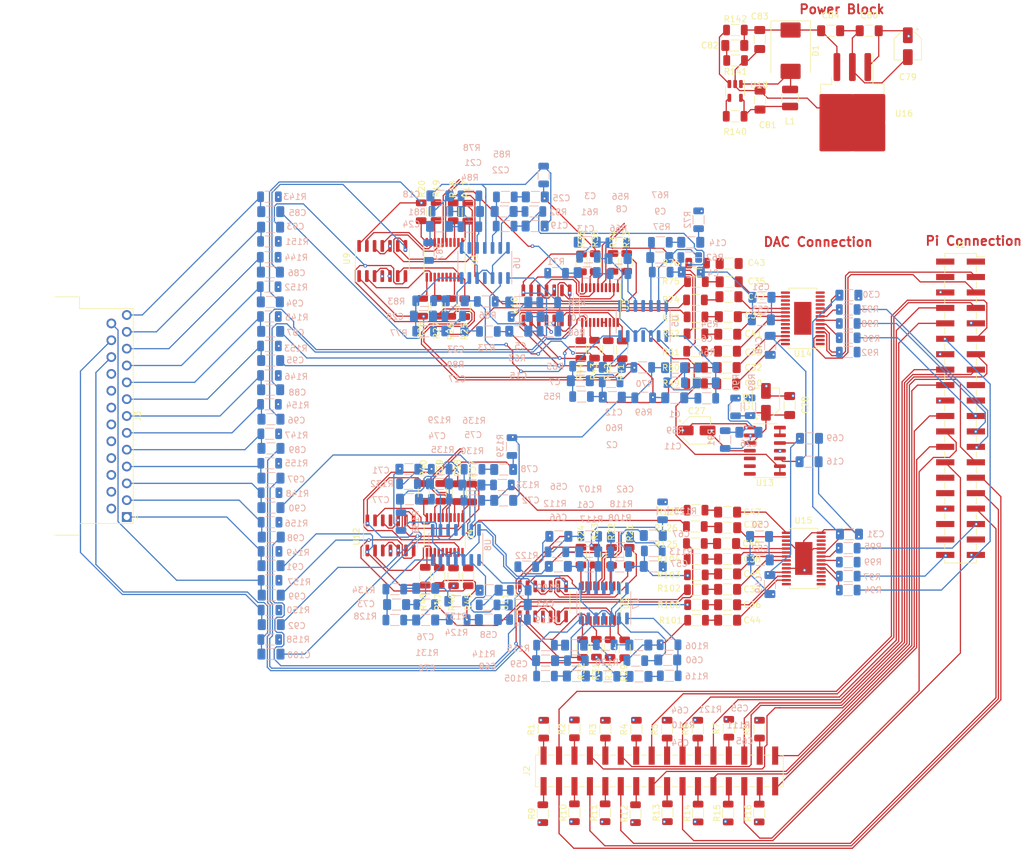
<source format=kicad_pcb>
(kicad_pcb (version 20221018) (generator pcbnew)
  (layers (0 "F.Cu" signal) (1 "In1.Cu" signal) (2 "In2.Cu" signal) (31 "B.Cu" signal) (34 "B.Paste" user) (35 "F.Paste" user) (36 "B.SilkS" user "B.Silkscreen") (37 "F.SilkS" user "F.Silkscreen") (38 "B.Mask" user) (39 "F.Mask" user) (44 "Edge.Cuts" user))
  (net 0 "")
  (net 1 "gain7")
  (net 2 "Net-(U3-P3B)")
  (net 3 "0")
  (net 4 "gain13")
  (net 5 "Net-(J2-Pin_1)")
  (net 6 "Net-(J2-Pin_5)")
  (net 7 "Net-(J2-Pin_9)")
  (net 8 "Net-(J2-Pin_13)")
  (net 9 "Net-(J2-Pin_17)")
  (net 10 "Net-(J2-Pin_21)")
  (net 11 "Net-(J2-Pin_25)")
  (net 12 "Net-(J2-Pin_29)")
  (net 13 "Net-(J2-Pin_2)")
  (net 14 "Net-(J2-Pin_6)")
  (net 15 "Net-(J2-Pin_10)")
  (net 16 "Net-(J2-Pin_14)")
  (net 17 "Net-(J2-Pin_18)")
  (net 18 "Net-(J2-Pin_22)")
  (net 19 "Net-(J2-Pin_26)")
  (net 20 "Net-(J2-Pin_30)")
  (net 21 "Channel3")
  (net 22 "Net-(U1-P3A)")
  (net 23 "gain3")
  (net 24 "Net-(U1-P3B)")
  (net 25 "gain4")
  (net 26 "Net-(U1-P1B)")
  (net 27 "Channel4")
  (net 28 "Net-(U1-P1A)")
  (net 29 "Channel11")
  (net 30 "Net-(U2-P3A)")
  (net 31 "gain11")
  (net 32 "Net-(U2-P3B)")
  (net 33 "gain12")
  (net 34 "Net-(U2-P1B)")
  (net 35 "Channel12")
  (net 36 "Net-(U2-P1A)")
  (net 37 "Net-(U1-P2A)")
  (net 38 "Channel2")
  (net 39 "Net-(U1-P2B)")
  (net 40 "gain2")
  (net 41 "Net-(U1-P0B)")
  (net 42 "gain1")
  (net 43 "Net-(U1-P0A)")
  (net 44 "Channel1")
  (net 45 "Net-(U2-P2A)")
  (net 46 "Channel10")
  (net 47 "Net-(U2-P2B)")
  (net 48 "gain10")
  (net 49 "Net-(U2-P0B)")
  (net 50 "gain9")
  (net 51 "Net-(U2-P0A)")
  (net 52 "Channel9")
  (net 53 "Channel7")
  (net 54 "Net-(U3-P3A)")
  (net 55 "Net-(U18-FB)")
  (net 56 "Net-(D1-K)")
  (net 57 "gain8")
  (net 58 "Net-(U3-P1B)")
  (net 59 "Channel8")
  (net 60 "Net-(U3-P1A)")
  (net 61 "Channel15")
  (net 62 "Net-(U4-P3A)")
  (net 63 "gain15")
  (net 64 "Net-(U4-P3B)")
  (net 65 "gain16")
  (net 66 "Net-(U4-P1B)")
  (net 67 "Channel16")
  (net 68 "Net-(U4-P1A)")
  (net 69 "Net-(U3-P2A)")
  (net 70 "Channel6")
  (net 71 "Net-(U3-P2B)")
  (net 72 "gain6")
  (net 73 "Net-(U3-P0B)")
  (net 74 "gain5")
  (net 75 "Net-(U3-P0A)")
  (net 76 "Channel5")
  (net 77 "Net-(U4-P2A)")
  (net 78 "Channel14")
  (net 79 "Net-(U4-P2B)")
  (net 80 "gain14")
  (net 81 "Net-(U4-P0B)")
  (net 82 "Net-(U4-P0A)")
  (net 83 "Channel13")
  (net 84 "/Amplification Stage/out6")
  (net 85 "/Amplification Stage/out8")
  (net 86 "/Amplification Stage/out10")
  (net 87 "/Amplification Stage/out12")
  (net 88 "out13")
  (net 89 "Net-(C68-Pad1)")
  (net 90 "out12")
  (net 91 "Net-(C67-Pad1)")
  (net 92 "out11")
  (net 93 "Net-(C66-Pad1)")
  (net 94 "out9")
  (net 95 "Net-(C65-Pad1)")
  (net 96 "out10")
  (net 97 "Net-(C64-Pad1)")
  (net 98 "Net-(C58-Pad1)")
  (net 99 "-13")
  (net 100 "Net-(C57-Pad1)")
  (net 101 "-12")
  (net 102 "Net-(C56-Pad1)")
  (net 103 "-11")
  (net 104 "Net-(C55-Pad1)")
  (net 105 "-9")
  (net 106 "Net-(C54-Pad1)")
  (net 107 "-10")
  (net 108 "DAC13")
  (net 109 "DAC12")
  (net 110 "DAC11")
  (net 111 "DAC9")
  (net 112 "DAC10")
  (net 113 "/Amplification Stage/out14")
  (net 114 "DAC1")
  (net 115 "Net-(C1-Pad1)")
  (net 116 "DAC2")
  (net 117 "Net-(C2-Pad1)")
  (net 118 "DAC3")
  (net 119 "Net-(C3-Pad1)")
  (net 120 "DAC4")
  (net 121 "Net-(C4-Pad1)")
  (net 122 "DAC5")
  (net 123 "Net-(C5-Pad1)")
  (net 124 "out1")
  (net 125 "out2")
  (net 126 "out3")
  (net 127 "out4")
  (net 128 "out5")
  (net 129 "-1")
  (net 130 "-2")
  (net 131 "-3")
  (net 132 "-4")
  (net 133 "-5")
  (net 134 "Net-(C11-Pad1)")
  (net 135 "Net-(C12-Pad1)")
  (net 136 "Net-(C13-Pad1)")
  (net 137 "Net-(C14-Pad1)")
  (net 138 "Net-(C15-Pad1)")
  (net 139 "DAC6")
  (net 140 "Net-(C17-Pad1)")
  (net 141 "DAC7")
  (net 142 "Net-(C18-Pad1)")
  (net 143 "DAC8")
  (net 144 "Net-(C19-Pad1)")
  (net 145 "out6")
  (net 146 "out7")
  (net 147 "out8")
  (net 148 "-6")
  (net 149 "-7")
  (net 150 "-8")
  (net 151 "Net-(C23-Pad1)")
  (net 152 "Net-(C24-Pad1)")
  (net 153 "Net-(C25-Pad1)")
  (net 154 "TDMB_BCLK")
  (net 155 "Net-(U15-BCK)")
  (net 156 "TDMA_BCLK")
  (net 157 "Net-(U14-BCK)")
  (net 158 "TDMB_DATA")
  (net 159 "Net-(U15-DATA1)")
  (net 160 "+12V")
  (net 161 "Net-(U13-3IN+)")
  (net 162 "Net-(U13-3IN-)")
  (net 163 "+6V")
  (net 164 "TDMA_DATA")
  (net 165 "Net-(U14-DATA1)")
  (net 166 "TDMB_LRCLK")
  (net 167 "Net-(U15-LRCK)")
  (net 168 "TDMB_SCK")
  (net 169 "Net-(U15-SCK)")
  (net 170 "TDMA_LRCLK")
  (net 171 "Net-(U14-LRCK)")
  (net 172 "TDMA_SCK")
  (net 173 "Net-(U14-SCK)")
  (net 174 "DAC14")
  (net 175 "Net-(C70-Pad1)")
  (net 176 "DAC15")
  (net 177 "Net-(C71-Pad1)")
  (net 178 "DAC16")
  (net 179 "Net-(C72-Pad1)")
  (net 180 "out14")
  (net 181 "out15")
  (net 182 "out16")
  (net 183 "-14")
  (net 184 "-15")
  (net 185 "-16")
  (net 186 "Net-(C76-Pad1)")
  (net 187 "Net-(C77-Pad1)")
  (net 188 "Net-(C78-Pad1)")
  (net 189 "/Amplification Stage/out16")
  (net 190 "Boost_Shutdown")
  (net 191 "+5V")
  (net 192 "Net-(C82-Pad1)")
  (net 193 "/Amplification Stage/out1")
  (net 194 "/Amplification Stage/out3")
  (net 195 "/Amplification Stage/out5")
  (net 196 "/Amplification Stage/out7")
  (net 197 "/Amplification Stage/out9")
  (net 198 "/Amplification Stage/out11")
  (net 199 "/Amplification Stage/out13")
  (net 200 "/Amplification Stage/out15")
  (net 201 "/Amplification Stage/out2")
  (net 202 "/Amplification Stage/out4")
  (net 203 "Net-(D1-A)")
  (net 204 "-3gain")
  (net 205 "SCL")
  (net 206 "SDA")
  (net 207 "-4gain")
  (net 208 "-1gain")
  (net 211 "-2gain")
  (net 212 "-11gain")
  (net 213 "-12gain")
  (net 214 "-9gain")
  (net 217 "-10gain")
  (net 218 "-7gain")
  (net 219 "-8gain")
  (net 220 "-5gain")
  (net 223 "-6gain")
  (net 224 "-15gain")
  (net 225 "-16gain")
  (net 226 "-13gain")
  (net 229 "-14gain")
  (net 230 "+1")
  (net 231 "COM1")
  (net 232 "COM2")
  (net 233 "+10")
  (net 238 "+3.3V")
  (net 242 "Net-(U15-VOUT8)")
  (net 243 "Net-(U15-VOUT7)")
  (net 244 "Net-(U15-VOUT6)")
  (net 245 "Net-(U15-VOUT5)")
  (net 246 "Net-(U15-VOUT4)")
  (net 247 "Net-(U15-VOUT3)")
  (net 248 "Net-(U15-VOUT2)")
  (net 249 "Net-(U15-VOUT1)")
  (net 255 "Net-(U14-VOUT8)")
  (net 256 "Net-(U14-VOUT7)")
  (net 257 "Net-(U14-VOUT6)")
  (net 258 "Net-(U14-VOUT5)")
  (net 259 "Net-(U14-VOUT4)")
  (net 260 "Net-(U14-VOUT3)")
  (net 261 "Net-(U14-VOUT2)")
  (net 262 "Net-(U14-VOUT1)")
  (net 264 "LED4")
  (net 265 "LED5")
  (net 266 "LED6")
  (net 267 "LED1")
  (net 268 "LED2")
  (net 269 "LED3")
  (net 270 "LED7")
  (net 271 "LED12")
  (net 273 "LED14")
  (net 274 "LED15")
  (net 275 "LED16")
  (net 276 "LED8")
  (net 277 "LED13")
  (net 278 "LED9")
  (net 280 "LED10")
  (net 282 "LED11")
  (net 284 "TDM_MCLK")
  (footprint "Resistor_SMD:R_1206_3216Metric" (layer "F.Cu") (at 235.819408 75.869379 180)
    (fp_text reference "R50")
    (fp_text value "6.2k")
  )
  (footprint "Package_SO:HTSSOP-28-1EP_4.4x9.7mm_P0.65mm_EP2.85x5.4mm" (layer "F.Cu") (at 253.464387 67.754188 180)
    (fp_text reference "U14")
    (fp_text value "PCM1681PWP")
  )
  (footprint "Resistor_SMD:R_1206_3216Metric" (layer "F.Cu") (at 235.9045 99.314 180)
    (fp_text reference "R127")
    (fp_text value "6.2k")
  )
  (footprint "Resistor_SMD:R_1206_3216Metric" (layer "F.Cu") (at 235.946918 109.966901 180)
    (fp_text reference "R103")
    (fp_text value "6.2k")
  )
  (footprint "Resistor_SMD:R_1206_3216Metric" (layer "F.Cu") (at 220.94 149.1 90)
    (fp_text reference "R11")
    (fp_text value "220")
  )
  (footprint "Resistor_SMD:R_1206_3216Metric" (layer "F.Cu") (at 191.35 110.1875 -90)
    (fp_text reference "R48")
    (fp_text value "15K")
  )
  (footprint "Diode_SMD:D_SMC" (layer "F.Cu") (at 251.46 23.72 -90)
    (fp_text reference "D1")
    (fp_text value "D")
  )
  (footprint "Package_SO:SOIC-14_3.9x8.7mm_P1.27mm" (layer "F.Cu") (at 211.3 65.625 90)
    (fp_text reference "U10")
    (fp_text value "TL074CDR")
  )
  (footprint "Package_SO:SOIC-14_3.9x8.7mm_P1.27mm" (layer "F.Cu") (at 210.71 114.325 90)
    (fp_text reference "U11")
    (fp_text value "TL074CDR")
  )
  (footprint "Resistor_SMD:R_1206_3216Metric" (layer "F.Cu") (at 235.888976 70.299683 180)
    (fp_text reference "R52")
    (fp_text value "6.2k")
  )
  (footprint "Resistor_SMD:R_1206_3216Metric" (layer "F.Cu") (at 216.95 72.8875 -90)
    (fp_text reference "R44")
    (fp_text value "15K")
  )
  (footprint "Resistor_SMD:R_1206_3216Metric" (layer "F.Cu") (at 235.805884 64.724144 180)
    (fp_text reference "R74")
    (fp_text value "6.2k")
  )
  (footprint "Resistor_SMD:R_1206_3216Metric" (layer "F.Cu") (at 235.9045 107.373008 180)
    (fp_text reference "R104")
    (fp_text value "6.2k")
  )
  (footprint "Capacitor_SMD:C_1206_3216Metric_Pad1.33x1.80mm_HandSolder" (layer "F.Cu") (at 241.092614 109.801078 180)
    (fp_text reference "C45")
    (fp_text value "4.7uF")
  )
  (footprint "Capacitor_SMD:C_1206_3216Metric_Pad1.33x1.80mm_HandSolder" (layer "F.Cu") (at 264.395 20.435)
    (fp_text reference "C80")
    (fp_text value "100nF")
  )
  (footprint "Resistor_SMD:R_1206_3216Metric" (layer "F.Cu") (at 216.96 106.875 -90)
    (fp_text reference "R24")
    (fp_text value "15K")
  )
  (footprint "Capacitor_SMD:CP_Elec_4x5.4" (layer "F.Cu") (at 236 86.2)
    (fp_text reference "C27")
    (fp_text value "10uF")
  )
  (footprint "Resistor_SMD:R_1206_3216Metric" (layer "F.Cu") (at 236.24 149.15 90)
    (fp_text reference "R14")
    (fp_text value "220")
  )
  (footprint "Connector_Dsub:DSUB-25_Female_Horizontal_P2.77x2.54mm_EdgePinOffset9.40mm" (layer "F.Cu") (at 142.24 100.445 -90)
    (fp_text reference "J3")
    (fp_text value "DB25_Receptacle")
  )
  (footprint "Resistor_SMD:R_1206_3216Metric" (layer "F.Cu") (at 191.1 96.4 -90)
    (fp_text reference "R40")
    (fp_text value "15K")
  )
  (footprint "Resistor_SMD:R_1206_3216Metric" (layer "F.Cu") (at 236.1585 58.674 180)
    (fp_text reference "R76")
    (fp_text value "6.2k")
  )
  (footprint "Inductor_SMD:L_1210_3225Metric" (layer "F.Cu") (at 251.374827 31.500057 90)
    (fp_text reference "L1")
    (fp_text value "10uH")
  )
  (footprint "Resistor_SMD:R_1206_3216Metric" (layer "F.Cu") (at 224.487215 58.547535 -90)
    (fp_text reference "R33")
    (fp_text value "15K")
  )
  (footprint "Resistor_SMD:R_1206_3216Metric" (layer "F.Cu") (at 235.896295 67.52078 180)
    (fp_text reference "R53")
    (fp_text value "6.2k")
  )
  (footprint "Resistor_SMD:R_1206_3216Metric" (layer "F.Cu") (at 223.75 72.9375 -90)
    (fp_text reference "R41")
    (fp_text value "15K")
  )
  (footprint "Resistor_SMD:R_1206_3216Metric" (layer "F.Cu") (at 236.19 135.35 -90)
    (fp_text reference "R6")
    (fp_text value "220")
  )
  (footprint "Resistor_SMD:R_1206_3216Metric" (layer "F.Cu") (at 210.69 149.25 90)
    (fp_text reference "R9")
    (fp_text value "220")
  )
  (footprint "Resistor_SMD:R_1206_3216Metric" (layer "F.Cu") (at 221.45 72.8875 -90)
    (fp_text reference "R42")
    (fp_text value "15K")
  )
  (footprint "Package_SO:TSSOP-20_4.4x6.5mm_P0.65mm" (layer "F.Cu") (at 194.53 58.125 -90)
    (fp_text reference "U1")
    (fp_text value "MCP4431-503E/ST")
  )
  (footprint "Resistor_SMD:R_1206_3216Metric" (layer "F.Cu") (at 235.950255 112.408386 180)
    (fp_text reference "R102")
    (fp_text value "6.2k")
  )
  (footprint "Resistor_SMD:R_1206_3216Metric" (layer "F.Cu") (at 196 110.2875 -90)
    (fp_text reference "R46")
    (fp_text value "15K")
  )
  (footprint "Resistor_SMD:R_1206_3216Metric" (layer "F.Cu") (at 193.216 65.9365 -90)
    (fp_text reference "R27")
    (fp_text value "15K")
  )
  (footprint "Resistor_SMD:R_1206_3216Metric" (layer "F.Cu") (at 226.09 135.35 -90)
    (fp_text reference "R4")
    (fp_text value "220")
  )
  (footprint "Resistor_SMD:R_1206_3216Metric" (layer "F.Cu") (at 198.34326 50.28971 -90)
    (fp_text reference "R17")
    (fp_text value "15K")
  )
  (footprint "Resistor_SMD:R_1206_3216Metric" (layer "F.Cu") (at 224.902942 106.891902 -90)
    (fp_text reference "R21")
    (fp_text value "15K")
  )
  (footprint "Resistor_SMD:R_1206_3216Metric" (layer "F.Cu") (at 219.2 72.8375 -90)
    (fp_text reference "R43")
    (fp_text value "15K")
  )
  (footprint "Capacitor_SMD:C_1206_3216Metric_Pad1.33x1.80mm_HandSolder" (layer "F.Cu") (at 241.35602 61.746449 180)
    (fp_text reference "C35")
    (fp_text value "4.7uF")
  )
  (footprint "Capacitor_SMD:C_1206_3216Metric_Pad1.33x1.80mm_HandSolder" (layer "F.Cu") (at 246.424871 31.843003 -90)
    (fp_text reference "C81")
    (fp_text value "2.2uF")
  )
  (footprint "Resistor_SMD:R_1206_3216Metric" (layer "F.Cu") (at 231.19 149.1 90)
    (fp_text reference "R13")
    (fp_text value "220")
  )
  (footprint "Resistor_SMD:R_1206_3216Metric" (layer "F.Cu") (at 235.822156 73.17011 180)
    (fp_text reference "R51")
    (fp_text value "6.2k")
  )
  (footprint "Capacitor_SMD:C_1206_3216Metric_Pad1.33x1.80mm_HandSolder" (layer "F.Cu") (at 241.023064 75.854188 180)
    (fp_text reference "C32")
    (fp_text value "4.7uF")
  )
  (footprint "Resistor_SMD:R_1206_3216Metric" (layer "F.Cu") (at 195.94326 50.22721 -90)
    (fp_text reference "R18")
    (fp_text value "15K")
  )
  (footprint "Resistor_SMD:R_1206_3216Metric" (layer "F.Cu") (at 220.99 135.35 -90)
    (fp_text reference "R3")
    (fp_text value "220")
  )
  (footprint "Capacitor_SMD:C_1206_3216Metric_Pad1.33x1.80mm_HandSolder" (layer "F.Cu") (at 241.092614 112.341078 180)
    (fp_text reference "C37")
    (fp_text value "4.7uF")
  )
  (footprint "Capacitor_SMD:C_1206_3216Metric_Pad1.33x1.80mm_HandSolder" (layer "F.Cu") (at 251.3 82.1 90)
    (fp_text reference "C28")
    (fp_text value "100nF")
  )
  (footprint "Capacitor_SMD:CP_Elec_4x5.4" (layer "F.Cu") (at 270.745 22.975 -90)
    (fp_text reference "C79")
    (fp_text value "10uF")
  )
  (footprint "Package_SO:SOIC-14_3.9x8.7mm_P1.27mm" (layer "F.Cu") (at 184.28 58.325 90)
    (fp_text reference "U9")
    (fp_text value "TL074CDR")
  )
  (footprint "Resistor_SMD:R_1206_3216Metric" (layer "F.Cu") (at 242.335776 34.513074)
    (fp_text reference "R140")
    (fp_text value "47k")
  )
  (footprint "Capacitor_SMD:C_1206_3216Metric_Pad1.33x1.80mm_HandSolder" (layer "F.Cu") (at 240.943975 78.542432 180)
    (fp_text reference "C40")
    (fp_text value "4.7uF")
  )
  (footprint "Resistor_SMD:R_1206_3216Metric" (layer "F.Cu") (at 193.13 50.1875 -90)
    (fp_text reference "R19")
    (fp_text value "15K")
  )
  (footprint "Resistor_SMD:R_1206_3216Metric" (layer "F.Cu") (at 193.65 110.2375 -90)
    (fp_text reference "R47")
    (fp_text value "15K")
  )
  (footprint "Resistor_SMD:R_1206_3216Metric" (layer "F.Cu") (at 235.79257 104.798603 180)
    (fp_text reference "R125")
    (fp_text value "6.2k")
  )
  (footprint "Resistor_SMD:R_1206_3216Metric" (layer "F.Cu") (at 235.824726 78.496331 180)
    (fp_text reference "R49")
    (fp_text value "6.2k")
  )
  (footprint "Package_SO:TSSOP-20_4.4x6.5mm_P0.65mm" (layer "F.Cu") (at 194.55 103.4 -90)
    (fp_text reference "U4")
    (fp_text value "MCP4431-503E/ST")
  )
  (footprint "Package_TO_SOT_SMD:TO-263-3_TabPin4" (layer "F.Cu") (at 261.62 34.06 -90)
    (fp_text reference "U16")
    (fp_text value "TL780-05CKTTR")
  )
  (footprint "Capacitor_SMD:C_1206_3216Metric_Pad1.33x1.80mm_HandSolder" (layer "F.Cu") (at 246.38 21.8825 90)
    (fp_text reference "C83")
    (fp_text value "4.7uF")
  )
  (footprint "Package_SO:TSSOP-20_4.4x6.5mm_P0.65mm" (layer "F.Cu") (at 220.16 114.625 -90)
    (fp_text reference "U2")
    (fp_text value "MCP4431-503E/ST")
  )
  (footprint "Resistor_SMD:R_1206_3216Metric" (layer "F.Cu") (at 219.26 106.875 -90)
    (fp_text reference "R23")
    (fp_text value "15K")
  )
  (footprint "Resistor_SMD:R_1206_3216Metric" (layer "F.Cu") (at 197.848 66.0125 -90)
    (fp_text reference "R25")
    (fp_text value "15K")
  )
  (footprint "Resistor_SMD:R_1206_3216Metric" (layer "F.Cu") (at 222.237215 58.547535 -90)
    (fp_text reference "R34")
    (fp_text value "15K")
  )
  (footprint "Resistor_SMD:R_1206_3216Metric" (layer "F.Cu") (at 219.51 122.0375 -90)
    (fp_text reference "R31")
    (fp_text value "15K")
  )
  (footprint "Capacitor_SMD:C_1206_3216Metric_Pad1.33x1.80mm_HandSolder" (layer "F.Cu") (at 258.045 20.435 180)
    (fp_text reference "C84")
    (fp_text value "4.7uF")
  )
  (footprint "Capacitor_SMD:C_1206_3216Metric_Pad1.33x1.80mm_HandSolder" (layer "F.Cu") (at 241.092614 99.641078 180)
    (fp_text reference "C47")
    (fp_text value "4.7uF")
  )
  (footprint "Capacitor_SMD:C_1206_3216Metric_Pad1.33x1.80mm_HandSolder" (layer "F.Cu") (at 241.216555 67.484727 180)
    (fp_text reference "C34")
    (fp_text value "4.7uF")
  )
  (footprint "Resistor_SMD:R_1206_3216Metric" (layer "F.Cu") (at 242.407515 25.330546 180)
    (fp_text reference "R141")
    (fp_text value "13.3k")
  )
  (footprint "Capacitor_SMD:C_1206_3216Metric_Pad1.33x1.80mm_HandSolder" (layer "F.Cu") (at 241.349562 58.734389 180)
    (fp_text reference "C43")
    (fp_text value "4.7uF")
  )
  (footprint "Package_TO_SOT_SMD:SOT-23-5" (layer "F.Cu") (at 242.335776 30.341925 -90)
    (fp_text reference "U18")
    (fp_text value "~")
  )
  (footprint "Resistor_SMD:R_1206_3216Metric" (layer "F.Cu") (at 195.548 65.9625 -90)
    (fp_text reference "R26")
    (fp_text value "15K")
  )
  (footprint "Resistor_SMD:R_1206_3216Metric" (layer "F.Cu") (at 225.94 149.25 90)
    (fp_text reference "R12")
    (fp_text value "220")
  )
  (footprint "Capacitor_SMD:C_1206_3216Metric_Pad1.33x1.80mm_HandSolder" (layer "F.Cu") (at 241.310887 64.198188 180)
    (fp_text reference "C42")
    (fp_text value "4.7uF")
  )
  (footprint "Resistor_SMD:R_1206_3216Metric" (layer "F.Cu") (at 193.887526 96.391826 -90)
    (fp_text reference "R39")
    (fp_text value "15K")
  )
  (footprint "Capacitor_SMD:C_1206_3216Metric_Pad1.33x1.80mm_HandSolder" (layer "F.Cu") (at 242.2775 22.86)
    (fp_text reference "C82")
    (fp_text value "192.1pF")
  )
  (footprint "Capacitor_SMD:CP_Elec_4x5.4" (layer "F.Cu") (at 247.4 81.5 90)
    (fp_text reference "C29")
    (fp_text value "10uF")
  )
  (footprint "Resistor_SMD:R_1206_3216Metric" (layer "F.Cu") (at 235.785169 102.000336 180)
    (fp_text reference "R126")
    (fp_text value "6.2k")
  )
  (footprint "Resistor_SMD:R_1206_3216Metric" (layer "F.Cu") (at 242.3775 20.32)
    (fp_text reference "R142")
    (fp_text value "138.1k")
  )
  (footprint "Resistor_SMD:R_1206_3216Metric" (layer "F.Cu") (at 198.417581 110.278638 -90)
    (fp_text reference "R45")
    (fp_text value "15K")
  )
  (footprint "Resistor_SMD:R_1206_3216Metric" (layer "F.Cu") (at 241.29 135.2 -90)
    (fp_text reference "R7")
    (fp_text value "220")
  )
  (footprint "Resistor_SMD:R_1206_3216Metric" (layer "F.Cu") (at 235.983339 117.421078 180)
    (fp_text reference "R101")
    (fp_text value "6.2k")
  )
  (footprint "Resistor_SMD:R_1206_3216Metric" (layer "F.Cu") (at 231.14 135.35 -90)
    (fp_text reference "R5")
    (fp_text value "220")
  )
  (footprint "Resistor_SMD:R_1206_3216Metric" (layer "F.Cu") (at 198.991564 96.488116 -90)
    (fp_text reference "R37")
    (fp_text value "15K")
  )
  (footprint "Resistor_SMD:R_1206_3216Metric" (layer "F.Cu") (at 246.29 149.15 90)
    (fp_text reference "R16")
    (fp_text value "220")
  )
  (footprint "Package_SO:TSSOP-20_4.4x6.5mm_P0.65mm" (layer "F.Cu") (at 220.1 65.575 -90)
    (fp_text reference "U3")
    (fp_text value "MCP4431-503E/ST")
  )
  (footprint "Resistor_SMD:R_1206_3216Metric" (layer "F.Cu") (at 235.983339 114.881078 180)
    (fp_text reference "R100")
    (fp_text value "6.2k")
  )
  (footprint "Resistor_SMD:R_1206_3216Metric" (layer "F.Cu") (at 210.84 135.35 -90)
    (fp_text reference "R1")
    (fp_text value "220")
  )
  (footprint "Resistor_SMD:R_1206_3216Metric" (layer "F.Cu") (at 190.93 65.9365 -90)
    (fp_text reference "R28")
    (fp_text value "15K")
  )
  (footprint "Resistor_SMD:R_1206_3216Metric" (layer "F.Cu") (at 224.16 122.1375 -90)
    (fp_text reference "R29")
    (fp_text value "15K")
  )
  (footprint "Capacitor_SMD:C_1206_3216Metric_Pad1.33x1.80mm_HandSolder" (layer "F.Cu") (at 241.065835 73.170411 180)
    (fp_text reference "C33")
    (fp_text value "4.7uF")
  )
  (footprint "Capacitor_SMD:C_1206_3216Metric_Pad1.33x1.80mm_HandSolder" (layer "F.Cu") (at 241.092614 114.881078 180)
    (fp_text reference "C36")
    (fp_text value "4.7uF")
  )
  (footprint "Resistor_SMD:R_1206_3216Metric" (layer "F.Cu") (at 196.691564 96.438116 -90)
    (fp_text reference "R38")
    (fp_text value "15K")
  )
  (footprint "Capacitor_SMD:C_1206_3216Metric_Pad1.33x1.80mm_HandSolder" (layer "F.Cu") (at 240.923 104.808534 180)
    (fp_text reference "C46")
    (fp_text value "4.7uF")
  )
  (footprint "Capacitor_SMD:C_1206_3216Metric_Pad1.33x1.80mm_HandSolder" (layer "F.Cu") (at 241.092614 117.421078 180)
    (fp_text reference "C44")
    (fp_text value "4.7uF")
  )
  (footprint "Package_SO:SOIC-14_3.9x8.7mm_P1.27mm" (layer "F.Cu") (at 247.225 89.54 180)
    (fp_text reference "U13")
    (fp_text value "TL074CDR")
  )
  (footprint "Capacitor_SMD:C_1206_3216Metric_Pad1.33x1.80mm_HandSolder" (layer "F.Cu") (at 241.117808 102.199838 180)
    (fp_text reference "C39")
    (fp_text value "4.7uF")
  )
  (footprint "Resistor_SMD:R_1206_3216Metric" (layer "F.Cu") (at 221.76 122.0875 -90)
    (fp_text reference "R30")
    (fp_text value "15K")
  )
  (footprint "Connector_PinSocket_2.54mm:PinSocket_2x20_P2.54mm_Vertical_SMD" (layer "F.Cu") (at 279.42 82.55)
    (fp_text reference "J1")
    (fp_text value "Conn_02x20_Odd_Even")
  )
  (footprint "Resistor_SMD:R_1206_3216Metric" (layer "F.Cu") (at 222.003579 106.932251 -90)
    (fp_text reference "R22")
    (fp_text value "15K")
  )
  (footprint "Capacitor_SMD:C_1206_3216Metric_Pad1.33x1.80mm_HandSolder" (layer "F.Cu") (at 241.115443 70.370004 180)
    (fp_text reference "C41")
    (fp_text value "4.7uF")
  )
  (footprint "Resistor_SMD:R_1206_3216Metric" (layer "F.Cu") (at 215.89 149.1 90)
    (fp_text reference "R10")
    (fp_text value "220")
  )
  (footprint "Resistor_SMD:R_1206_3216Metric" (layer "F.Cu") (at 246.34 135.35 -90)
    (fp_text reference "R8")
    (fp_text value "220")
  )
  (footprint "Package_SO:HTSSOP-28-1EP_4.4x9.7mm_P0.65mm_EP2.85x5.4mm" (layer "F.Cu") (at 253.623 107.261078 180)
    (fp_text reference "U15")
    (fp_text value "PCM1681PWP")
  )
  (footprint "Resistor_SMD:R_1206_3216Metric" (layer "F.Cu") (at 235.96251 61.732772 180)
    (fp_text reference "R75")
    (fp_text value "6.2k")
  )
  (footprint "Resistor_SMD:R_1206_3216Metric" (layer "F.Cu") (at 217.21 122.0875 -90)
    (fp_text reference "R32")
    (fp_text value "15K")
  )
  (footprint "Resistor_SMD:R_1206_3216Metric" (layer "F.Cu") (at 219.3 58.5875 -90)
    (fp_text reference "R35")
    (fp_text value "15K")
  )
  (footprint "Package_SO:SOIC-14_3.9x8.7mm_P1.27mm" (layer "F.Cu") (at 185.63 103.475 90)
    (fp_text reference "U12")
    (fp_text value "TL074CDR")
  )
  (footprint "Resistor_SMD:R_1206_3216Metric" (layer "F.Cu") (at 215.89 135.3 -90)
    (fp_text reference "R2")
    (fp_text value "220")
  )
  (footprint "Resistor_SMD:R_1206_3216Metric" (layer "F.Cu") (at 241.19 149.15 90)
    (fp_text reference "R15")
    (fp_text value "220")
  )
  (footprint "Connector_PinSocket_2.54mm:PinSocket_2x16_P2.54mm_Vertical_SMD" (layer "F.Cu") (at 229.87 142.22 90)
    (fp_text reference "J2")
    (fp_text value "Conn_02x16_Odd_Even")
  )
  (footprint "Resistor_SMD:R_1206_3216Metric" (layer "F.Cu") (at 190.68 50.225 -90)
    (fp_text reference "R20")
    (fp_text value "15K")
  )
  (footprint "Capacitor_SMD:C_1206_3216Metric_Pad1.33x1.80mm_HandSolder" (layer "F.Cu") (at 241.091458 107.36735 180)
    (fp_text reference "C38")
    (fp_text value "4.7uF")
  )
  (footprint "Resistor_SMD:R_1206_3216Metric" (layer "F.Cu") (at 217.05 58.6375 -90)
    (fp_text reference "R36")
    (fp_text value "15K")
  )
  (footprint "Resistor_SMD:R_1206_3216Metric" (layer "B.Cu") (at 187.358 101.192 90)
    (fp_text reference "R138")
    (fp_text value "10k")
  )
  (footprint "Resistor_SMD:R_1206_3216Metric" (layer "B.Cu") (at 206.686 117.314 180)
    (fp_text reference "R119")
    (fp_text value "47")
  )
  (footprint "Capacitor_SMD:C_1206_3216Metric_Pad1.33x1.80mm_HandSolder" (layer "B.Cu") (at 165.9625 123 180)
    (fp_text reference "C100")
    (fp_text value "10uF")
  )
  (footprint "Capacitor_SMD:C_1206_3216Metric_Pad1.33x1.80mm_HandSolder" (layer "B.Cu") (at 216.2141 126.6086)
    (fp_text reference "C54")
    (fp_text value "4700pF")
  )
  (footprint "Capacitor_SMD:C_1206_3216Metric_Pad1.33x1.80mm_HandSolder" (layer "B.Cu") (at 186.6305 114.848)
    (fp_text reference "C73")
    (fp_text value "470pF")
  )
  (footprint "Capacitor_SMD:C_1206_3216Metric_Pad1.33x1.80mm_HandSolder" (layer "B.Cu") (at 246.35 103.65 180)
    (fp_text reference "C50")
    (fp_text value "1uF")
  )
  (footprint "Resistor_SMD:R_1206_3216Metric" (layer "B.Cu") (at 193.804 92.575)
    (fp_text reference "R129")
    (fp_text value "6.8k")
  )
  (footprint "Resistor_SMD:R_1206_3216Metric" (layer "B.Cu") (at 191.418 114.848 180)
    (fp_text reference "R131")
    (fp_text value "430")
  )
  (footprint "Resistor_SMD:R_1206_3216Metric" (layer "B.Cu") (at 211.6625 65.075)
    (fp_text reference "R58")
    (fp_text value "6.8k")
  )
  (footprint "Resistor_SMD:R_1206_3216Metric" (layer "B.Cu") (at 227.2898 80.8239)
    (fp_text reference "R69")
    (fp_text value "10k")
  )
  (footprint "Resistor_SMD:R_1206_3216Metric" (layer "B.Cu") (at 198.7 47.6)
    (fp_text reference "R78")
    (fp_text value "6.8k")
  )
  (footprint "Capacitor_SMD:C_1206_3216Metric_Pad1.33x1.80mm_HandSolder" (layer "B.Cu") (at 261.142469 103.26429 180)
    (fp_text reference "C31")
    (fp_text value "1uF")
  )
  (footprint "Resistor_SMD:R_1206_3216Metric" (layer "B.Cu") (at 223.02 55.325)
    (fp_text reference "R56")
    (fp_text value "6.8k")
  )
  (footprint "Capacitor_SMD:C_1206_3216Metric_Pad1.33x1.80mm_HandSolder" (layer "B.Cu") (at 248.05 111.55 -90)
    (fp_text reference "C49")
    (fp_text value "10uF")
  )
  (footprint "Capacitor_SMD:C_1206_3216Metric_Pad1.33x1.80mm_HandSolder" (layer "B.Cu") (at 165.9 52.75 180)
    (fp_text reference "C93")
    (fp_text value "10uF")
  )
  (footprint "Package_SO:SOIC-14_3.9x8.7mm_P1.27mm" (layer "B.Cu") (at 220.7265 114.6548 90)
    (fp_text reference "U7")
    (fp_text value "TL074CDR")
  )
  (footprint "Package_SO:SOIC-14_3.9x8.7mm_P1.27mm" (layer "B.Cu") (at 201.1475 58.65 90)
    (fp_text reference "U6")
    (fp_text value "TL074CDR")
  )
  (footprint "Resistor_SMD:R_1206_3216Metric" (layer "B.Cu") (at 225.9903 124.0794)
    (fp_text reference "R111")
    (fp_text value "430")
  )
  (footprint "Capacitor_SMD:C_1206_3216Metric_Pad1.33x1.80mm_HandSolder" (layer "B.Cu") (at 198.7875 50.175 180)
    (fp_text reference "C21")
    (fp_text value "470pF")
  )
  (footprint "Resistor_SMD:R_1206_3216Metric" (layer "B.Cu") (at 260.9375 73.3 180)
    (fp_text reference "R92")
    (fp_text value "22")
  )
  (footprint "Resistor_SMD:R_1206_3216Metric" (layer "B.Cu") (at 209.225 50.175 180)
    (fp_text reference "R82")
    (fp_text value "430")
  )
  (footprint "Resistor_SMD:R_1206_3216Metric" (layer "B.Cu") (at 205.613 88.8505 -90)
    (fp_text reference "R139")
    (fp_text value "10k")
  )
  (footprint "Capacitor_SMD:C_1206_3216Metric_Pad1.33x1.80mm_HandSolder" (layer "B.Cu") (at 191.05 67.375)
    (fp_text reference "C20")
    (fp_text value "470pF")
  )
  (footprint "Resistor_SMD:R_1206_3216Metric" (layer "B.Cu") (at 217.0648 75.6239)
    (fp_text reference "R65")
    (fp_text value "47")
  )
  (footprint "Capacitor_SMD:C_1206_3216Metric_Pad1.33x1.80mm_HandSolder" (layer "B.Cu") (at 165.9625 84.35 180)
    (fp_text reference "C96")
    (fp_text value "10uF")
  )
  (footprint "Resistor_SMD:R_1206_3216Metric" (layer "B.Cu") (at 196.513 114.3 180)
    (fp_text reference "R137")
    (fp_text value "10k")
  )
  (footprint "Capacitor_SMD:C_1206_3216Metric_Pad1.33x1.80mm_HandSolder" (layer "B.Cu") (at 188.755 97.509 180)
    (fp_text reference "C77")
    (fp_text value "10uF")
  )
  (footprint "Resistor_SMD:R_1206_3216Metric" (layer "B.Cu") (at 236.32 51.5375 -90)
    (fp_text reference "R72")
    (fp_text value "10k")
  )
  (footprint "Resistor_SMD:R_1206_3216Metric" (layer "B.Cu") (at 204.4875 52.575 180)
    (fp_text reference "R79" hide)
    (fp_text value "6.8k")
  )
  (footprint "Capacitor_SMD:C_1206_3216Metric_Pad1.33x1.80mm_HandSolder" (layer "B.Cu") (at 232.3745 75.8758 180)
    (fp_text reference "C1")
    (fp_text value "4700pF")
  )
  (footprint "Capacitor_SMD:C_1206_3216Metric_Pad1.33x1.80mm_HandSolder" (layer "B.Cu") (at 223.07 57.925 180)
    (fp_text reference "C8")
    (fp_text value "470pF")
  )
  (footprint "Capacitor_SMD:C_1206_3216Metric_Pad1.33x1.80mm_HandSolder" (layer "B.Cu") (at 204.2561 97.7044)
    (fp_text reference "C72")
    (fp_text value "4700pF")
  )
  (footprint "Capacitor_SMD:C_1206_3216Metric_Pad1.33x1.80mm_HandSolder" (layer "B.Cu") (at 196.225 69.825)
    (fp_text reference "C17")
    (fp_text value "4700pF")
  )
  (footprint "Resistor_SMD:R_1206_3216Metric" (layer "B.Cu") (at 198.6875 52.675 180)
    (fp_text reference "R84")
    (fp_text value "47")
  )
  (footprint "Capacitor_SMD:C_1206_3216Metric_Pad1.33x1.80mm_HandSolder" (layer "B.Cu") (at 254.5625 87.5 180)
    (fp_text reference "C69")
    (fp_text value "10uF")
  )
  (footprint "Resistor_SMD:R_1206_3216Metric" (layer "B.Cu") (at 212.9575 60.325)
    (fp_text reference "R71")
    (fp_text value "10k")
  )
  (footprint "Capacitor_SMD:C_1206_3216Metric_Pad1.33x1.80mm_HandSolder" (layer "B.Cu") (at 223.4661 103.7426)
    (fp_text reference "C62")
    (fp_text value "470pF")
  )
  (footprint "Resistor_SMD:R_1206_3216Metric" (layer "B.Cu") (at 196.025 67.35 180)
    (fp_text reference "R80")
    (fp_text value "430")
  )
  (footprint "Resistor_SMD:R_1206_3216Metric" (layer "B.Cu") (at 188.5955 94.988)
    (fp_text reference "R132")
    (fp_text value "430")
  )
  (footprint "Capacitor_SMD:C_1206_3216Metric_Pad1.33x1.80mm_HandSolder" (layer "B.Cu") (at 237.5938 78.365 180)
    (fp_text reference "C6")
    (fp_text value "470pF")
  )
  (footprint "Capacitor_SMD:C_1206_3216Metric_Pad1.33x1.80mm_HandSolder" (layer "B.Cu") (at 196.275 64.875)
    (fp_text reference "C23")
    (fp_text value "10uF")
  )
  (footprint "Resistor_SMD:R_1206_3216Metric" (layer "B.Cu") (at 165.8125 110.85 180)
    (fp_text reference "R157")
    (fp_text value "10k")
  )
  (footprint "Capacitor_SMD:C_1206_3216Metric_Pad1.33x1.80mm_HandSolder" (layer "B.Cu") (at 193.6755 94.988 180)
    (fp_text reference "C74")
    (fp_text value "470pF")
  )
  (footprint "Capacitor_SMD:C_1206_3216Metric_Pad1.33x1.80mm_HandSolder" (layer "B.Cu") (at 226.486 121.514 180)
    (fp_text reference "C55")
    (fp_text value "4700pF")
  )
  (footprint "Resistor_SMD:R_1206_3216Metric" (layer "B.Cu") (at 230.1668 60.1448 180)
    (fp_text reference "R57")
    (fp_text value "6.8k")
  )
  (footprint "Resistor_SMD:R_1206_3216Metric" (layer "B.Cu") (at 230.0293 55.2448)
    (fp_text reference "R67")
    (fp_text value "47")
  )
  (footprint "Package_SO:SOIC-14_3.9x8.7mm_P1.27mm" (layer "B.Cu") (at 196.3862 105.0392 90)
    (fp_text reference "U8")
    (fp_text value "TL074CDR")
  )
  (footprint "Resistor_SMD:R_1206_3216Metric" (layer "B.Cu") (at 260.9375 66.3 180)
    (fp_text reference "R93")
    (fp_text value "22")
  )
  (footprint "Resistor_SMD:R_1206_3216Metric" (layer "B.Cu") (at 213.0091 106.1686)
    (fp_text reference "R112")
    (fp_text value "430")
  )
  (footprint "Resistor_SMD:R_1206_3216Metric" (layer "B.Cu") (at 260.942469 110.16429 180)
    (fp_text reference "R97")
    (fp_text value "22")
  )
  (footprint "Resistor_SMD:R_1206_3216Metric" (layer "B.Cu") (at 201.3875 64.975 180)
    (fp_text reference "R86")
    (fp_text value "10k")
  )
  (footprint "Resistor_SMD:R_1206_3216Metric" (layer "B.Cu") (at 234.8668 57.7448)
    (fp_text reference "R62")
    (fp_text value "430")
  )
  (footprint "Capacitor_SMD:C_1206_3216Metric_Pad1.33x1.80mm_HandSolder" (layer "B.Cu") (at 211.1411 124.0686)
    (fp_text reference "C59")
    (fp_text value "470pF")
  )
  (footprint "Resistor_SMD:R_1206_3216Metric" (layer "B.Cu") (at 165.6625 62.55 180)
    (fp_text reference "R152")
    (fp_text value "10k")
  )
  (footprint "Capacitor_SMD:C_1206_3216Metric_Pad1.33x1.80mm_HandSolder" (layer "B.Cu") (at 231.2358 123.9524 180)
    (fp_text reference "C60")
    (fp_text value "470pF")
  )
  (footprint "Capacitor_SMD:C_1206_3216Metric_Pad1.33x1.80mm_HandSolder" (layer "B.Cu") (at 235.1293 60.1448)
    (fp_text reference "C4")
    (fp_text value "4700pF")
  )
  (footprint "Capacitor_SMD:C_1206_3216Metric_Pad1.33x1.80mm_HandSolder" (layer "B.Cu") (at 246.65 68 180)
    (fp_text reference "C53")
    (fp_text value "1uF")
  )
  (footprint "Resistor_SMD:R_1206_3216Metric" (layer "B.Cu") (at 228.8656 106.0286)
    (fp_text reference "R113")
    (fp_text value "430")
  )
  (footprint "Resistor_SMD:R_1206_3216Metric" (layer "B.Cu") (at 223.22 60.425 180)
    (fp_text reference "R66")
    (fp_text value "47")
  )
  (footprint "Resistor_SMD:R_1206_3216Metric" (layer "B.Cu") (at 221.9273 78.2239)
    (fp_text reference "R60")
    (fp_text value "430")
  )
  (footprint "Capacitor_SMD:C_1206_3216Metric_Pad1.33x1.80mm_HandSolder" (layer "B.Cu") (at 213.2466 108.5686 180)
    (fp_text reference "C66")
    (fp_text value "10uF")
  )
  (footprint "Resistor_SMD:R_1206_3216Metric" (layer "B.Cu") (at 221.3983 126.6524)
    (fp_text reference "R121")
    (fp_text value "10k")
  )
  (footprint "Resistor_SMD:R_1206_3216Metric" (layer "B.Cu") (at 260.9375 68.6 180)
    (fp_text reference "R98")
    (fp_text value "22")
  )
  (footprint "Capacitor_SMD:C_1206_3216Metric_Pad1.33x1.80mm_HandSolder" (layer "B.Cu") (at 165.9125 74.7 180)
    (fp_text reference "C95")
    (fp_text value "10uF")
  )
  (footprint "Resistor_SMD:R_1206_3216Metric" (layer "B.Cu") (at 165.7625 120.6 180)
    (fp_text reference "R158")
    (fp_text value "10k")
  )
  (footprint "Capacitor_SMD:C_1206_3216Metric_Pad1.33x1.80mm_HandSolder" (layer "B.Cu") (at 222.1273 80.7239)
    (fp_text reference "C2")
    (fp_text value "4700pF")
  )
  (footprint "Capacitor_SMD:C_1206_3216Metric_Pad1.33x1.80mm_HandSolder" (layer "B.Cu") (at 213.3246 103.6286 180)
    (fp_text reference "C56")
    (fp_text value "4700pF")
  )
  (footprint "Resistor_SMD:R_1206_3216Metric" (layer "B.Cu") (at 201.7375 69.9125)
    (fp_text reference "R73")
    (fp_text value "10k")
  )
  (footprint "Capacitor_SMD:C_1206_3216Metric_Pad1.33x1.80mm_HandSolder" (layer "B.Cu") (at 246.75 64.3 180)
    (fp_text reference "C51")
    (fp_text value "1uF")
  )
  (footprint "Capacitor_SMD:C_1206_3216Metric_Pad1.33x1.80mm_HandSolder" (layer "B.Cu") (at 254.5 91.35 180)
    (fp_text reference "C16")
    (fp_text value "10uF")
  )
  (footprint "Resistor_SMD:R_1206_3216Metric" (layer "B.Cu") (at 231.4644 121.4632)
    (fp_text reference "R106")
    (fp_text value "6.8k")
  )
  (footprint "Resistor_SMD:R_1206_3216Metric" (layer "B.Cu") (at 165.7625 86.75 180)
    (fp_text reference "R147")
    (fp_text value "10k")
  )
  (footprint "Resistor_SMD:R_1206_3216Metric" (layer "B.Cu") (at 201.6945 114.901)
    (fp_text reference "R114")
    (fp_text value "430")
  )
  (footprint "Capacitor_SMD:C_1206_3216Metric_Pad1.33x1.80mm_HandSolder" (layer "B.Cu") (at 209.425 52.575)
    (fp_text reference "C19")
    (fp_text value "4700pF")
  )
  (footprint "Resistor_SMD:R_1206_3216Metric" (layer "B.Cu") (at 165.8125 96.45 180)
    (fp_text reference "R148")
    (fp_text value "10k")
  )
  (footprint "Resistor_SMD:R_1206_3216Metric" (layer "B.Cu") (at 165.675 57.7 180)
    (fp_text reference "R144")
    (fp_text value "10k")
  )
  (footprint "Resistor_SMD:R_1206_3216Metric" (layer "B.Cu") (at 216.2141 124.0686 180)
    (fp_text reference "R110")
    (fp_text value "430")
  )
  (footprint "Resistor_SMD:R_1206_3216Metric" (layer "B.Cu") (at 165.7625 91.6 180)
    (fp_text reference "R155")
    (fp_text value "10k")
  )
  (footprint "Resistor_SMD:R_1206_3216Metric" (layer "B.Cu") (at 210.825 44.175 -90)
    (fp_text reference "R88" hide)
    (fp_text value "10k")
  )
  (footprint "Capacitor_SMD:C_1206_3216Metric_Pad1.33x1.80mm_HandSolder" (layer "B.Cu") (at 244.6 86.5)
    (fp_text reference "C26")
    (fp_text value "100nF")
  )
  (footprint "Resistor_SMD:R_1206_3216Metric" (layer "B.Cu") (at 211.1341 121.5286)
    (fp_text reference "R115")
    (fp_text value "47")
  )
  (footprint "Resistor_SMD:R_1206_3216Metric" (layer "B.Cu") (at 240.7 87.7 90)
    (fp_text reference "R91")
    (fp_text value "5k")
  )
  (footprint "Capacitor_SMD:C_1206_3216Metric_Pad1.33x1.80mm_HandSolder" (layer "B.Cu") (at 248.1 72.2 -90)
    (fp_text reference "C48")
    (fp_text value "10uF")
  )
  (footprint "Resistor_SMD:R_1206_3216Metric" (layer "B.Cu") (at 206.9375 67.475)
    (fp_text reference "R63")
    (fp_text value "430")
  )
  (footprint "Capacitor_SMD:C_1206_3216Metric_Pad1.33x1.80mm_HandSolder" (layer "B.Cu") (at 199.013 95.188)
    (fp_text reference "C75")
    (fp_text value "470pF")
  )
  (footprint "Resistor_SMD:R_1206_3216Metric" (layer "B.Cu") (at 193.835 97.509 180)
    (fp_text reference "R135")
    (fp_text value "47")
  )
  (footprint "Resistor_SMD:R_1206_3216Metric" (layer "B.Cu") (at 211.7 69.875 180)
    (fp_text reference "R68")
    (fp_text value "47")
  )
  (footprint "Resistor_SMD:R_1206_3216Metric" (layer "B.Cu") (at 217.0648 80.6239 180)
    (fp_text reference "R55")
    (fp_text value "6.8k")
  )
  (footprint "Capacitor_SMD:C_1206_3216Metric_Pad1.33x1.80mm_HandSolder" (layer "B.Cu") (at 226.5107 126.6702 180)
    (fp_text reference "C65")
    (fp_text value "10uF")
  )
  (footprint "Resistor_SMD:R_1206_3216Metric" (layer "B.Cu") (at 211.1341 126.6086 180)
    (fp_text reference "R105")
    (fp_text value "6.8k")
  )
  (footprint "Capacitor_SMD:C_1206_3216Metric_Pad1.33x1.80mm_HandSolder" (layer "B.Cu") (at 191.4311 112.181)
    (fp_text reference "C76")
    (fp_text value "10uF")
  )
  (footprint "Resistor_SMD:R_1206_3216Metric" (layer "B.Cu") (at 199.1761 97.7044 180)
    (fp_text reference "R130")
    (fp_text value "6.8k")
  )
  (footprint "Resistor_SMD:R_1206_3216Metric" (layer "B.Cu") (at 206.813 112.488)
    (fp_text reference "R109")
    (fp_text value "6.8k")
  )
  (footprint "Capacitor_SMD:C_1206_3216Metric_Pad1.33x1.80mm_HandSolder" (layer "B.Cu") (at 188.6625 92.575 180)
    (fp_text reference "C71")
    (fp_text value "4700pF")
  )
  (footprint "Capacitor_SMD:C_1206_3216Metric_Pad1.33x1.80mm_HandSolder" (layer "B.Cu") (at 209.4625 47.775)
    (fp_text reference "C25")
    (fp_text value "10uF")
  )
  (footprint "Resistor_SMD:R_1206_3216Metric" (layer "B.Cu") (at 165.7125 47.75 180)
    (fp_text reference "R143")
    (fp_text value "10k")
  )
  (footprint "Resistor_SMD:R_1206_3216Metric" (layer "B.Cu") (at 191.25 69.875 180)
    (fp_text reference "R77")
    (fp_text value "6.8k")
  )
  (footprint "Resistor_SMD:R_1206_3216Metric" (layer "B.Cu") (at 237.67 75.825)
    (fp_text reference "R54")
    (fp_text value "6.8k")
  )
  (footprint "Capacitor_SMD:C_1206_3216Metric_Pad1.33x1.80mm_HandSolder" (layer "B.Cu") (at 211.9 67.475 180)
    (fp_text reference "C10")
    (fp_text value "470pF")
  )
  (footprint "Capacitor_SMD:C_1206_3216Metric_Pad1.33x1.80mm_HandSolder" (layer "B.Cu") (at 165.975 108.45 180)
    (fp_text reference "C91")
    (fp_text value "10uF")
  )
  (footprint "Capacitor_SMD:C_1206_3216Metric_Pad1.33x1.80mm_HandSolder" (layer "B.Cu") (at 206.7375 65.075 180)
    (fp_text reference "C5")
    (fp_text value "4700pF")
  )
  (footprint "Resistor_SMD:R_1206_3216Metric" (layer "B.Cu") (at 165.8125 106.1 180)
    (fp_text reference "R149")
    (fp_text value "10k")
  )
  (footprint "Capacitor_SMD:C_1206_3216Metric_Pad1.33x1.80mm_HandSolder" (layer "B.Cu") (at 165.9625 98.9 180)
    (fp_text reference "C90")
    (fp_text value "10uF")
  )
  (footprint "Resistor_SMD:R_1206_3216Metric" (layer "B.Cu") (at 208.0485 108.614 180)
    (fp_text reference "R122")
    (fp_text value "10k")
  )
  (footprint "Capacitor_SMD:C_1206_3216Metric_Pad1.33x1.80mm_HandSolder" (layer "B.Cu") (at 165.9625 89.15 180)
    (fp_text reference "C89")
    (fp_text value "10uF")
  )
  (footprint "Capacitor_SMD:C_1206_3216Metric_Pad1.33x1.80mm_HandSolder" (layer "B.Cu") (at 206.7375 69.875 180)
    (fp_text reference "C15")
    (fp_text value "10uF")
  )
  (footprint "Capacitor_SMD:C_1206_3216Metric_Pad1.33x1.80mm_HandSolder" (layer "B.Cu") (at 215.9216 121.5286)
    (fp_text reference "C64")
    (fp_text value "10uF")
  )
  (footprint "Resistor_SMD:R_1206_3216Metric" (layer "B.Cu") (at 165.7 67.45 180)
    (fp_text reference "R145")
    (fp_text value "10k")
  )
  (footprint "Resistor_SMD:R_1206_3216Metric" (layer "B.Cu") (at 218.4046 103.6286)
    (fp_text reference "R107")
    (fp_text value "6.8k")
  )
  (footprint "Capacitor_SMD:C_1206_3216Metric_Pad1.33x1.80mm_HandSolder" (layer "B.Cu") (at 165.9125 69.9 180)
    (fp_text reference "C87")
    (fp_text value "10uF")
  )
  (footprint "Resistor_SMD:R_1206_3216Metric" (layer "B.Cu") (at 186.338 117.388 180)
    (fp_text reference "R128")
    (fp_text value "6.8k")
  )
  (footprint "Resistor_SMD:R_1206_3216Metric" (layer "B.Cu") (at 260.942469 107.86429 180)
    (fp_text reference "R99")
    (fp_text value "22")
  )
  (footprint "Capacitor_SMD:C_1206_3216Metric_Pad1.33x1.80mm_HandSolder" (layer "B.Cu") (at 261.05 63.95)
    (fp_text reference "C30")
    (fp_text value "100nF")
  )
  (footprint "Resistor_SMD:R_1206_3216Metric" (layer "B.Cu") (at 220.9516 121.4686 180)
    (fp_text reference "R120")
    (fp_text value "10k")
  )
  (footprint "Capacitor_SMD:C_1206_3216Metric_Pad1.33x1.80mm_HandSolder" (layer "B.Cu") (at 218.2391 106.1686 180)
    (fp_text reference "C61")
    (fp_text value "470pF")
  )
  (footprint "Capacitor_SMD:C_1206_3216Metric_Pad1.33x1.80mm_HandSolder" (layer "B.Cu") (at 165.925 50.2 180)
    (fp_text reference "C85")
    (fp_text value "10uF")
  )
  (footprint "Capacitor_SMD:C_1206_3216Metric_Pad1.33x1.80mm_HandSolder" (layer "B.Cu") (at 206.6475 114.901 180)
    (fp_text reference "C63")
    (fp_text value "470pF")
  )
  (footprint "Resistor_SMD:R_1206_3216Metric" (layer "B.Cu") (at 165.8125 101.3 180)
    (fp_text reference "R156")
    (fp_text value "10k")
  )
  (footprint "Resistor_SMD:R_1206_3216Metric" (layer "B.Cu") (at 242.4 82.3375 90)
    (fp_text reference "R90")
    (fp_text value "10k")
  )
  (footprint "Resistor_SMD:R_1206_3216Metric" (layer "B.Cu") (at 227.1273 75.8239 180)
    (fp_text reference "R70")
    (fp_text value "10k")
  )
  (footprint "Resistor_SMD:R_1206_3216Metric" (layer "B.Cu") (at 232.5392 78.3396 180)
    (fp_text reference "R59")
    (fp_text value "430")
  )
  (footprint "Package_SO:SOIC-14_3.9x8.7mm_P1.27mm" (layer "B.Cu") (at 227.2029 68.1958 90)
    (fp_text reference "U5")
    (fp_text value "TL074CDR")
  )
  (footprint "Resistor_SMD:R_1206_3216Metric" (layer "B.Cu") (at 244.8 82.3 -90)
    (fp_text reference "R89")
    (fp_text value "10k")
  )
  (footprint "Resistor_SMD:R_1206_3216Metric" (layer "B.Cu") (at 237.67 80.905 180)
    (fp_text reference "R64")
    (fp_text value "47")
  )
  (footprint "Resistor_SMD:R_1206_3216Metric" (layer "B.Cu") (at 191.9 56.7625 90)
    (fp_text reference "R87")
    (fp_text value "10k")
  )
  (footprint "Resistor_SMD:R_1206_3216Metric" (layer "B.Cu") (at 191.25 64.875)
    (fp_text reference "R83")
    (fp_text value "47")
  )
  (footprint "Capacitor_SMD:C_1206_3216Metric_Pad1.33x1.80mm_HandSolder" (layer "B.Cu") (at 228.8656 103.4886)
    (fp_text reference "C67")
    (fp_text value "10uF")
  )
  (footprint "Capacitor_SMD:C_1206_3216Metric_Pad1.33x1.80mm_HandSolder" (layer "B.Cu") (at 235.0293 55.2448)
    (fp_text reference "C14")
    (fp_text value "10uF")
  )
  (footprint "Capacitor_SMD:C_1206_3216Metric_Pad1.33x1.80mm_HandSolder" (layer "B.Cu") (at 217.995 55.225 180)
    (fp_text reference "C3")
    (fp_text value "4700pF")
  )
  (footprint "Capacitor_SMD:C_1206_3216Metric_Pad1.33x1.80mm_HandSolder" (layer "B.Cu") (at 204.325 50.175)
    (fp_text reference "C22")
    (fp_text value "470pF")
  )
  (footprint "Capacitor_SMD:C_1206_3216Metric_Pad1.33x1.80mm_HandSolder" (layer "B.Cu") (at 216.8648 78.0239)
    (fp_text reference "C7")
    (fp_text value "470pF")
  )
  (footprint "Resistor_SMD:R_1206_3216Metric" (layer "B.Cu") (at 218.195 57.725)
    (fp_text reference "R61")
    (fp_text value "430")
  )
  (footprint "Capacitor_SMD:C_1206_3216Metric_Pad1.33x1.80mm_HandSolder" (layer "B.Cu") (at 201.86 112.488 180)
    (fp_text reference "C58")
    (fp_text value "4700pF")
  )
  (footprint "Capacitor_SMD:C_1206_3216Metric_Pad1.33x1.80mm_HandSolder" (layer "B.Cu") (at 166.0125 103.75 180)
    (fp_text reference "C98")
    (fp_text value "10uF")
  )
  (footprint "Resistor_SMD:R_1206_3216Metric" (layer "B.Cu") (at 165.7125 55.1 180)
    (fp_text reference "R151")
    (fp_text value "10k")
  )
  (footprint "Capacitor_SMD:C_1206_3216Metric_Pad1.33x1.80mm_HandSolder" (layer "B.Cu") (at 229.9293 57.7448)
    (fp_text reference "C9")
    (fp_text value "470pF")
  )
  (footprint "Resistor_SMD:R_1206_3216Metric" (layer "B.Cu") (at 260.9375 70.95 180)
    (fp_text reference "R96")
    (fp_text value "22")
  )
  (footprint "Capacitor_SMD:C_1206_3216Metric_Pad1.33x1.80mm_HandSolder" (layer "B.Cu") (at 222.1273 75.8239)
    (fp_text reference "C12")
    (fp_text value "10uF")
  )
  (footprint "Resistor_SMD:R_1206_3216Metric" (layer "B.Cu") (at 196.7705 117.321)
    (fp_text reference "R124")
    (fp_text value "10k")
  )
  (footprint "Capacitor_SMD:C_1206_3216Metric_Pad1.33x1.80mm_HandSolder" (layer "B.Cu") (at 246.4625 107.5 180)
    (fp_text reference "C52")
    (fp_text value "1uF")
  )
  (footprint "Resistor_SMD:R_1206_3216Metric" (layer "B.Cu") (at 193.925 50.15)
    (fp_text reference "R81")
    (fp_text value "430")
  )
  (footprint "Resistor_SMD:R_1206_3216Metric" (layer "B.Cu") (at 204.0406 95.1644 180)
    (fp_text reference "R133")
    (fp_text value "430")
  )
  (footprint "Resistor_SMD:R_1206_3216Metric" (layer "B.Cu") (at 223.3391 108.5686 180)
    (fp_text reference "R108")
    (fp_text value "6.8k")
  )
  (footprint "Capacitor_SMD:C_1206_3216Metric_Pad1.33x1.80mm_HandSolder" (layer "B.Cu") (at 166.0125 113.3 180)
    (fp_text reference "C99")
    (fp_text value "10uF")
  )
  (footprint "Capacitor_SMD:C_1206_3216Metric_Pad1.33x1.80mm_HandSolder" (layer "B.Cu") (at 166.0125 118.15 180)
    (fp_text reference "C92")
    (fp_text value "10uF")
  )
  (footprint "Resistor_SMD:R_1206_3216Metric" (layer "B.Cu") (at 186.338 112.308)
    (fp_text reference "R134")
    (fp_text value "47")
  )
  (footprint "Capacitor_SMD:C_1206_3216Metric_Pad1.33x1.80mm_HandSolder" (layer "B.Cu") (at 165.9625 94.05 180)
    (fp_text reference "C97")
    (fp_text value "10uF")
  )
  (footprint "Resistor_SMD:R_1206_3216Metric" (layer "B.Cu") (at 260.942469 105.56429 180)
    (fp_text reference "R95")
    (fp_text value "22")
  )
  (footprint "Resistor_SMD:R_1206_3216Metric" (layer "B.Cu") (at 204.525 47.775)
    (fp_text reference "R85")
    (fp_text value "47")
  )
  (footprint "Capacitor_SMD:C_1206_3216Metric_Pad1.33x1.80mm_HandSolder" (layer "B.Cu") (at 165.875 60.15 180)
    (fp_text reference "C86")
    (fp_text value "10uF")
  )
  (footprint "Resistor_SMD:R_1206_3216Metric" (layer "B.Cu") (at 230.3896 99.4246 -90)
    (fp_text reference "R123")
    (fp_text value "10k")
  )
  (footprint "Capacitor_SMD:C_1206_3216Metric_Pad1.33x1.80mm_HandSolder" (layer "B.Cu") (at 232.3991 80.8288 180)
    (fp_text reference "C11")
    (fp_text value "10uF")
  )
  (footprint "Resistor_SMD:R_1206_3216Metric" (layer "B.Cu") (at 223.3391 106.1556)
    (fp_text reference "R118")
    (fp_text value "47")
  )
  (footprint "Capacitor_SMD:C_1206_3216Metric_Pad1.33x1.80mm_HandSolder" (layer "B.Cu") (at 193.7625 47.6 180)
    (fp_text reference "C18")
    (fp_text value "4700pF")
  )
  (footprint "Resistor_SMD:R_1206_3216Metric" (layer "B.Cu") (at 165.7125 72.3 180)
    (fp_text reference "R153")
    (fp_text value "10k")
  )
  (footprint "Capacitor_SMD:C_1206_3216Metric_Pad1.33x1.80mm_HandSolder" (layer "B.Cu") (at 165.9125 79.5 180)
    (fp_text reference "C88")
    (fp_text value "10uF")
  )
  (footprint "Capacitor_SMD:C_1206_3216Metric_Pad1.33x1.80mm_HandSolder" (layer "B.Cu") (at 201.733 117.314 180)
    (fp_text reference "C68")
    (fp_text value "10uF")
  )
  (footprint "Resistor_SMD:R_1206_3216Metric" (layer "B.Cu") (at 218.3266 108.5686 180)
    (fp_text reference "R117")
    (fp_text value "47")
  )
  (footprint "Capacitor_SMD:C_1206_3216Metric_Pad1.33x1.80mm_HandSolder" (layer "B.Cu") (at 193.7 52.625 180)
    (fp_text reference "C24")
    (fp_text value "10uF")
  )
  (footprint "Resistor_SMD:R_1206_3216Metric" (layer "B.Cu") (at 165.7125 81.9 180)
    (fp_text reference "R154")
    (fp_text value "10k")
  )
  (footprint "Resistor_SMD:R_1206_3216Metric" (layer "B.Cu") (at 165.7125 77.15 180)
    (fp_text reference "R146")
    (fp_text value "10k")
  )
  (footprint "Resistor_SMD:R_1206_3216Metric" (layer "B.Cu") (at 199.213 92.588)
    (fp_text reference "R136")
    (fp_text value "47")
  )
  (footprint "Capacitor_SMD:C_1206_3216Metric_Pad1.33x1.80mm_HandSolder" (layer "B.Cu") (at 204.2561 92.6244)
    (fp_text reference "C78")
    (fp_text value "10uF")
  )
  (footprint "Resistor_SMD:R_1206_3216Metric" (layer "B.Cu") (at 260.942469 112.46429 180)
    (fp_text reference "R94")
    (fp_text value "22")
  )
  (footprint "Capacitor_SMD:C_1206_3216Metric_Pad1.33x1.80mm_HandSolder" (layer "B.Cu") (at 228.8656 108.5686)
    (fp_text reference "C57")
    (fp_text value "4700pF")
  )
  (footprint "Capacitor_SMD:C_1206_3216Metric_Pad1.33x1.80mm_HandSolder" (layer "B.Cu") (at 191.418 117.388)
    (fp_text reference "C70")
    (fp_text value "4700pF")
  )
  (footprint "Resistor_SMD:R_1206_3216Metric" (layer "B.Cu") (at 231.4891 126.5686 180)
    (fp_text reference "R116")
    (fp_text value "47")
  )
  (footprint "Capacitor_SMD:C_1206_3216Metric_Pad1.33x1.80mm_HandSolder" (layer "B.Cu") (at 165.8625 65.05 180)
    (fp_text reference "C94")
    (fp_text value "10uF")
  )
  (footprint "Resistor_SMD:R_1206_3216Metric" (layer "B.Cu") (at 165.8125 115.75 180)
    (fp_text reference "R150")
    (fp_text value "10k")
  )
  (footprint "Capacitor_SMD:C_1206_3216Metric_Pad1.33x1.80mm_HandSolder" (layer "B.Cu") (at 217.995 60.225 180)
    (fp_text reference "C13")
    (fp_text value "10uF")
  )
  (gr_text "DAC Connection\n" (at 246.860387 56.070188) (layer "F.Cu") (effects (font (size 1.5 1.5) (thickness 0.3) bold) (justify left bottom)))
  (gr_text "Pi Connection" (at 273.49 55.89) (layer "F.Cu") (effects (font (size 1.5 1.5) (thickness 0.3) bold) (justify left bottom)))
  (gr_text "Power Block\n" (at 252.73 17.78) (layer "F.Cu") (effects (font (size 1.5 1.5) (thickness 0.3) bold) (justify left bottom)))
  (segment (start 191.9 55.3) (end 192.1375 55.0625) (width 0.2) (layer "B.Cu") (net 1))
  (segment (start 192.1375 55.0625) (end 192.1375 52.625) (width 0.2) (layer "B.Cu") (net 1))
  (segment (start 222.237215 60.010035) (end 221.725 60.52225) (width 0.2) (layer "F.Cu") (net 2))
  (segment (start 221.725 60.52225) (end 221.725 62.7125) (width 0.2) (layer "F.Cu") (net 2))
  (segment (start 251.3 80.5375) (end 248.2375 80.5375) (width 0.2) (layer "F.Cu") (net 3))
  (segment (start 219.125 63.365685) (end 218.340685 64.15) (width 0.2) (layer "F.Cu") (net 3))
  (segment (start 263.632183 29.01) (end 261.62 26.997817) (width 0.2) (layer "F.Cu") (net 3))
  (segment (start 212.084648 61.36) (end 211.3 62.144648) (width 0.2) (layer "F.Cu") (net 3))
  (segment (start 246.424871 30.280503) (end 247.676532 31.532164) (width 0.2) (layer "F.Cu") (net 3))
  (segment (start 236.19 133.8875) (end 236.34 133.7375) (width 0.2) (layer "F.Cu") (net 3))
  (segment (start 248.2375 80.5375) (end 247.4 79.7) (width 0.2) (layer "F.Cu") (net 3))
  (segment (start 253.623 106.999078) (end 253.623 107.261078) (width 0.2) (layer "F.Cu") (net 3))
  (segment (start 185.743355 54.045249) (end 188.493093 54.045249) (width 0.2) (layer "F.Cu") (net 3))
  (segment (start 261.543389 102.530421) (end 262.686412 103.673444) (width 0.2) (layer "F.Cu") (net 3))
  (segment (start 261.62 26.997817) (end 261.62 26.41) (width 0.2) (layer "F.Cu") (net 3))
  (segment (start 191.147844 56.7) (end 192.781927 56.7) (width 0.2) (layer "F.Cu") (net 3))
  (segment (start 215.65505 61.36) (end 212.084648 61.36) (width 0.2) (layer "F.Cu") (net 3))
  (segment (start 230.677687 150.58286) (end 231.04 150.7125) (width 0.2) (layer "F.Cu") (net 3))
  (segment (start 216.233772 61.938722) (end 215.65505 61.36) (width 0.2) (layer "F.Cu") (net 3))
  (segment (start 243.062958 30.280503) (end 242.335776 29.553321) (width 0.2) (layer "F.Cu") (net 3))
  (segment (start 220.94 150.5625) (end 221.09 150.7125) (width 0.2) (layer "F.Cu") (net 3))
  (segment (start 254.212707 31.532164) (end 255.815543 33.135) (width 0.2) (layer "F.Cu") (net 3))
  (segment (start 192.781927 56.7) (end 193.555 55.926927) (width 0.2) (layer "F.Cu") (net 3))
  (segment (start 276.9 73.66) (end 276.9 73.62) (width 0.2) (layer "F.Cu") (net 3))
  (segment (start 261.62 26.41) (end 261.62 21.6475) (width 0.2) (layer "F.Cu") (net 3))
  (segment (start 276.9 63.54) (end 276.9 63.5) (width 0.2) (layer "F.Cu") (net 3))
  (segment (start 251.61 104.986078) (end 253.623 106.999078) (width 0.2) (layer "F.Cu") (net 3))
  (segment (start 247.676532 31.532164) (end 254.212707 31.532164) (width 0.2) (layer "F.Cu") (net 3))
  (segment (start 220.99 133.8875) (end 220.546769 133.886841) (width 0.2) (layer "F.Cu") (net 3))
  (segment (start 259.6075 20.435) (end 262.8325 20.435) (width 0.2) (layer "F.Cu") (net 3))
  (segment (start 220.546769 133.886841) (end 220.94 133.8375) (width 0.2) (layer "F.Cu") (net 3))
  (segment (start 243.870015 25.330546) (end 242.335776 26.864785) (width 0.2) (layer "F.Cu") (net 3))
  (segment (start 256.991157 102.530421) (end 261.543389 102.530421) (width 0.2) (layer "F.Cu") (net 3))
  (segment (start 236.24 150.6125) (end 236.19 150.5625) (width 0.2) (layer "F.Cu") (net 3))
  (segment (start 255.815543 33.135) (end 258.845 33.135) (width 0.2) (layer "F.Cu") (net 3))
  (segment (start 281.215327 106.672729) (end 281.208056 106.68) (width 0.2) (layer "F.Cu") (net 3))
  (segment (start 184.28 55.508604) (end 185.743355 54.045249) (width 0.2) (layer "F.Cu") (net 3))
  (segment (start 188.493093 54.045249) (end 191.147844 56.7) (width 0.2) (layer "F.Cu") (net 3))
  (segment (start 211.3 62.144648) (end 211.3 63.15) (width 0.2) (layer "F.Cu") (net 3))
  (segment (start 241.14 89.54) (end 244.75 89.54) (width 0.2) (layer "F.Cu") (net 3))
  (segment (start 253.432203 108.886078) (end 253.746125 109.2) (width 0.2) (layer "F.Cu") (net 3))
  (segment (start 281.94 106.68) (end 281.222598 106.68) (width 0.2) (layer "F.Cu") (net 3))
  (segment (start 246.424871 30.280503) (end 243.062958 30.280503) (width 0.2) (layer "F.Cu") (net 3))
  (segment (start 210.69 150.7125) (end 210.84 150.5625) (width 0.2) (layer "F.Cu") (net 3))
  (segment (start 250.7605 104.986078) (end 251.61 104.986078) (width 0.2) (layer "F.Cu") (net 3))
  (segment (start 231.19 150.5625) (end 230.677687 150.58286) (width 0.2) (layer "F.Cu") (net 3))
  (segment (start 253.623 104.361078) (end 253.623 107.261078) (width 0.2) (layer "F.Cu") (net 3))
  (segment (start 255.248 105.636078) (end 253.623 107.261078) (width 0.2) (layer "F.Cu") (net 3))
  (segment (start 242.335776 26.864785) (end 242.335776 29.204425) (width 0.2) (layer "F.Cu") (net 3))
  (segment (start 254.948 103.036078) (end 253.623 104.361078) (width 0.2) (layer "F.Cu") (net 3))
  (segment (start 210.84 133.8875) (end 210.89 133.8375) (width 0.2) (layer "F.Cu") (net 3))
  (segment (start 237.8 86.2) (end 241.14 89.54) (width 0.2) (layer "F.Cu") (net 3))
  (segment (start 261.62 21.6475) (end 262.8325 20.435) (width 0.2) (layer "F.Cu") (net 3))
  (segment (start 281.222598 106.68) (end 281.215327 106.672729) (width 0.2) (layer "F.Cu") (net 3))
  (segment (start 250.7605 108.886078) (end 253.432203 108.886078) (width 0.2) (layer "F.Cu") (net 3))
  (segment (start 256.4855 103.036078) (end 256.991157 102.530421) (width 0.2) (layer "F.Cu") (net 3))
  (segment (start 218.340685 64.15) (end 216.743629 64.15) (width 0.2) (layer "F.Cu") (net 3))
  (segment (start 244.494454 25.330546) (end 243.870015 25.330546) (width 0.2) (layer "F.Cu") (net 3))
  (segment (start 193.555 55.926927) (end 193.555 55.2625) (width 0.2) (layer "F.Cu") (net 3))
  (segment (start 256.4855 103.036078) (end 254.948 103.036078) (width 0.2) (layer "F.Cu") (net 3))
  (segment (start 256.4855 105.636078) (end 255.248 105.636078) (width 0.2) (layer "F.Cu") (net 3))
  (segment (start 246.38 23.445) (end 244.494454 25.330546) (width 0.2) (layer "F.Cu") (net 3))
  (segment (start 219.125 62.7125) (end 219.125 63.365685) (width 0.2) (layer "F.Cu") (net 3))
  (segment (start 184.28 55.85) (end 184.28 55.508604) (width 0.2) (layer "F.Cu") (net 3))
  (segment (start 281.208056 106.68) (end 280.94 106.68) (width 0.2) (layer "F.Cu") (net 3))
  (segment (start 270.745 24.775) (end 266.51 29.01) (width 0.2) (layer "F.Cu") (net 3))
  (segment (start 242.335776 29.553321) (end 242.335776 29.204425) (width 0.2) (layer "F.Cu") (net 3))
  (segment (start 216.743629 64.15) (end 216.233772 63.640142) (width 0.2) (layer "F.Cu") (net 3))
  (segment (start 216.233772 63.640142) (end 216.233772 61.938722) (width 0.2) (layer "F.Cu") (net 3))
  (segment (start 241.29 133.7375) (end 241.44 133.8875) (width 0.2) (layer "F.Cu") (net 3))
  (segment (start 266.51 29.01) (end 263.632183 29.01) (width 0.2) (layer "F.Cu") (net 3))
  (via (at 276.06019 73.648486) (size 0.6) (drill 0.3) (layers "F.Cu" "B.Cu") (net 3))
  (via (at 245.840738 150.616185) (size 0.6) (drill 0.3) (layers "F.Cu" "B.Cu") (net 3))
  (via (at 220.446793 150.58286) (size 0.6) (drill 0.3) (layers "F.Cu" "B.Cu") (net 3))
  (via (at 240.741954 150.549534) (size 0.6) (drill 0.3) (layers "F.Cu" "B.Cu") (net 3))
  (via (at 167.157688 81.888747) (size 0.6) (drill 0.3) (layers "F.Cu" "B.Cu") (net 3))
  (via (at 210.382527 133.853516) (size 0.6) (drill 0.3) (layers "F.Cu" "B.Cu") (net 3))
  (via (at 235.743146 133.82019) (size 0.6) (drill 0.3) (layers "F.Cu" "B.Cu") (net 3))
  (via (at 281.215327 106.672729) (size 0.6) (drill 0.3) (layers "F.Cu" "B.Cu") (net 3))
  (via (at 167.290989 110.90405) (size 0.6) (drill 0.3) (layers "F.Cu" "B.Cu") (net 3))
  (via (at 235.743146 150.58286) (size 0.6) (drill 0.3) (layers "F.Cu" "B.Cu") (net 3))
  (via (at 236.670799 60.089297) (size 0.6) (drill 0.3) (layers "F.Cu" "B.Cu") (net 3))
  (via (at 248.646126 73.72584) (size 0.6) (drill 0.3) (layers "F.Cu" "B.Cu") (net 3))
  (via (at 167.35764 120.612846) (size 0.6) (drill 0.3) (layers "F.Cu" "B.Cu") (net 3))
  (via (at 238.490393 86.213995) (size 0.6) (drill 0.3) (layers "F.Cu" "B.Cu") (net 3))
  (via (at 225.445601 150.64951) (size 0.6) (drill 0.3) (layers "F.Cu" "B.Cu") (net 3))
  (via (at 236.8041 50.125006) (size 0.6) (drill 0.3) (layers "F.Cu" "B.Cu") (net 3))
  (via (at 167.313206 106.060761) (size 0.6) (drill 0.3) (layers "F.Cu" "B.Cu") (net 3))
  (via (at 205.755756 87.267056) (size 0.6) (drill 0.3) (layers "F.Cu" "B.Cu") (net 3))
  (via (at 167.246555 86.776471) (size 0.6) (drill 0.3) (layers "F.Cu" "B.Cu") (net 3))
  (via (at 215.41466 133.786865) (size 0.6) (drill 0.3) (layers "F.Cu" "B.Cu") (net 3))
  (via (at 202.852609 64.995399) (size 0.6) (drill 0.3) (layers "F.Cu" "B.Cu") (net 3))
  (via (at 276.92746 99.074541) (size 0.6) (drill 0.3) (layers "F.Cu" "B.Cu") (net 3))
  (via (at 211.492563 59.841478) (size 0.6) (drill 0.3) (layers "F.Cu" "B.Cu") (net 3))
  (via (at 248.58069 113.165721) (size 0.6) (drill 0.3) (layers "F.Cu" "B.Cu") (net 3))
  (via (at 167.179905 62.604457) (size 0.6) (drill 0.3) (layers "F.Cu" "B.Cu") (net 3))
  (via (at 240.875255 133.686889) (size 0.6) (drill 0.3) (layers "F.Cu" "B.Cu") (net 3))
  (via (at 167.35764 96.46305) (size 0.6) (drill 0.3) (layers "F.Cu" "B.Cu") (net 3))
  (via (at 251.858689 80.50503) (size 0.6) (drill 0.3) (layers "F.Cu" "B.Cu") (net 3))
  (via (at 262.686412 103.673444) (size 0.6) (drill 0.3) (layers "F.Cu" "B.Cu") (net 3))
  (via (at 167.224339 55.028486) (size 0.6) (drill 0.3) (layers "F.Cu" "B.Cu") (net 3))
  (via (at 242.89416 80.871609) (size 0.6) (drill 0.3) (layers "F.Cu" "B.Cu") (net 3))
  (via (at 230.711012 133.853516) (size 0.6) (drill 0.3) (layers "F.Cu" "B.Cu") (net 3))
  (via (at 262.665005 64.439166) (size 0.6) (drill 0.3) (layers "F.Cu" "B.Cu") (net 3))
  (via (at 253.746125 109.2) (size 0.6) (drill 0.3) (layers "F.Cu" "B.Cu") (net 3))
  (via (at 276.126841 63.450918) (size 0.6) (drill 0.3) (layers "F.Cu" "B.Cu") (net 3))
  (via (at 230.677687 150.58286) (size 0.6) (drill 0.3) (layers "F.Cu" "B.Cu") (net 3))
  (via (at 219.936614 126.544958) (size 0.6) (drill 0.3) (layers "F.Cu" "B.Cu") (net 3))
  (via (at 167.246555 72.313253) (size 0.6) (drill 0.3) (layers "F.Cu" "B.Cu") (net 3))
  (via (at 216.560452 55.197735) (size 0.6) (drill 0.3) (layers "F.Cu" "B.Cu") (net 3))
  (via (at 167.335423 101.306339) (size 0.6) (drill 0.3) (layers "F.Cu" "B.Cu") (net 3))
  (via (at 275.993539 81.313325) (size 0.6) (drill 0.3) (layers "F.Cu" "B.Cu") (net 3))
  (via (at 167.179905 57.805601) (size 0.6) (drill 0.3) (layers "F.Cu" "B.Cu") (net 3))
  (via (at 247.468629 78.902384) (size 0.6) (drill 0.3) (layers "F.Cu" "B.Cu") (net 3))
  (via (at 245.907389 133.886841) (size 0.6) (drill 0.3) (layers "F.Cu" "B.Cu") (net 3))
  (via (at 167.290989 115.74734) (size 0.6) (drill 0.3) (layers "F.Cu" "B.Cu") (net 3))
  (via (at 220.546769 133.886841) (size 0.6) (drill 0.3) (layers "F.Cu" "B.Cu") (net 3))
  (via (at 211.00379 53.065316) (size 0.6) (drill 0.3) (layers "F.Cu" "B.Cu") (net 3))
  (via (at 225.612228 133.82019) (size 0.6) (drill 0.3) (layers "F.Cu" "B.Cu") (net 3))
  (via (at 215.381335 150.549534) (size 0.6) (drill 0.3) (layers "F.Cu" "B.Cu") (net 3))
  (via (at 200.423694 112.494373) (size 0.6) (drill 0.3) (layers "F.Cu" "B.Cu") (net 3))
  (via (at 187.193516 92.465816) (size 0.6) (drill 0.3) (layers "F.Cu" "B.Cu") (net 3))
  (via (at 230.488843 109.041454) (size 0.6) (drill 0.3) (layers "F.Cu" "B.Cu") (net 3))
  (via (at 167.224339 91.664194) (size 0.6) (drill 0.3) (layers "F.Cu" "B.Cu") (net 3))
  (via (at 281.158974 68.516377) (size 0.6) (drill 0.3) (layers "F.Cu" "B.Cu") (net 3))
  (via (at 222.512967 121.993921) (size 0.6) (drill 0.3) (layers "F.Cu" "B.Cu") (net 3))
  (via (at 211.854302 103.496519) (size 0.6) (drill 0.3) (layers "F.Cu" "B.Cu") (net 3))
  (via (at 210.149249 150.682836) (size 0.6) (drill 0.3) (layers "F.Cu" "B.Cu") (net 3))
  (via (at 230.866531 97.977426) (size 0.6) (drill 0.3) (layers "F.Cu" "B.Cu") (net 3))
  (via (at 167.268772 67.425529) (size 0.6) (drill 0.3) (layers "F.Cu" "B.Cu") (net 3))
  (via (at 167.224339 77.178759) (size 0.6) (drill 0.3) (layers "F.Cu" "B.Cu") (net 3))
  (via (at 167.179905 47.807985) (size 0.6) (drill 0.3) (layers "F.Cu" "B.Cu") (net 3))
  (via (at 197.831585 69.794255) (size 0.6) (drill 0.3) (layers "F.Cu" "B.Cu") (net 3))
  (segment (start 245.1875 64.3) (end 241.0323 60.1448) (width 0.2) (layer "B.Cu") (net 3))
  (segment (start 196.3862 102.905596) (end 195.151796 104.14) (width 0.2) (layer "B.Cu") (net 3))
  (segment (start 205.613 87.388) (end 205.755756 87.267056) (width 0.2) (layer "B.Cu") (net 3))
  (segment (start 200.291127 112.488) (end 200.423694 112.494373) (width 0.2) (layer "B.Cu") (net 3))
  (segment (start 200.303873 112.488) (end 200.2975 112.488) (width 0.2) (layer "B.Cu") (net 3))
  (segment (start 186.183 93.492) (end 186.183 101.4795) (width 0.2) (layer "B.Cu") (net 3))
  (segment (start 220.7265 111.838404) (end 220.7265 112.1798) (width 0.2) (layer "B.Cu") (net 3))
  (segment (start 167.268661 101.3) (end 167.335423 101.306339) (width 0.2) (layer "B.Cu") (net 3))
  (segment (start 256.0625 87.5625) (end 256.0625 91.35) (width 0.2) (layer "B.Cu") (net 3))
  (segment (start 201.3125 47.91998) (end 201.3125 46.3725) (width 0.2) (layer "B.Cu") (net 3))
  (segment (start 201.025 46.085) (end 200.66 45.72) (width 0.2) (layer "B.Cu") (net 3))
  (segment (start 245.1875 67.9) (end 245.1875 64.3) (width 0.2) (layer "B.Cu") (net 3))
  (segment (start 209.511 108.614) (end 210.6841 107.4409) (width 0.2) (layer "B.Cu") (net 3))
  (segment (start 219.9358 126.545772) (end 219.936614 126.544958) (width 0.2) (layer "B.Cu") (net 3))
  (segment (start 206.788 96.735) (end 205.8186 97.7044) (width 0.2) (layer "B.Cu") (net 3))
  (segment (start 227.2029 66.062196) (end 227.2029 65.7208) (width 0.2) (layer "B.Cu") (net 3))
  (segment (start 210.6841 104.7066) (end 211.854302 103.496519) (width 0.2) (layer "B.Cu") (net 3))
  (segment (start 244.7875 107.3875) (end 244.7875 103.65) (width 0.2) (layer "B.Cu") (net 3))
  (segment (start 200.423694 112.494373) (end 200.303873 112.488) (width 0.2) (layer "B.Cu") (net 3))
  (segment (start 188.7233 101.2892) (end 187.358 102.6545) (width 0.2) (layer "B.Cu") (net 3))
  (segment (start 212 51.5625) (end 212 43.8875) (width 0.2) (layer "B.Cu") (net 3))
  (segment (start 228.5898 75.8239) (end 228.5898 78.0614) (width 0.2) (layer "B.Cu") (net 3))
  (segment (start 201.3125 46.3725) (end 200.66 45.72) (width 0.2) (layer "B.Cu") (net 3))
  (segment (start 210.6841 107.4409) (end 210.6841 104.7066) (width 0.2) (layer "B.Cu") (net 3))
  (segment (start 167.290989 115.74734) (end 167.27766 115.75) (width 0.2) (layer "B.Cu") (net 3))
  (segment (start 212 43.8875) (end 210.825 42.7125) (width 0.2) (layer "B.Cu") (net 3))
  (segment (start 230.812 75.8758) (end 228.6417 75.8758) (width 0.2) (layer "B.Cu") (net 3))
  (segment (start 224.8781 121.4686) (end 224.9235 121.514) (width 0.2) (layer "B.Cu") (net 3))
  (segment (start 187.1 92.575) (end 187.193516 92.465816) (width 0.2) (layer "B.Cu") (net 3))
  (segment (start 196.3862 102.5642) (end 196.3862 102.905596) (width 0.2) (layer "B.Cu") (net 3))
  (segment (start 246.1625 86.5) (end 244.325 84.6625) (width 0.2) (layer "B.Cu") (net 3))
  (segment (start 228.6417 75.8758) (end 228.5898 75.8239) (width 0.2) (layer "B.Cu") (net 3))
  (segment (start 192.912596 101.2892) (end 188.7233 101.2892) (width 0.2) (layer "B.Cu") (net 3))
  (segment (start 225.7273 80.7239) (end 223.6898 80.7239) (width 0.2) (layer "B.Cu") (net 3))
  (segment (start 167.1375 57.7) (end 167.179905 57.805601) (width 0.2) (layer "B.Cu") (net 3))
  (segment (start 207.8175 45.72) (end 200.66 45.72) (width 0.2) (layer "B.Cu") (net 3))
  (segment (start 197.831585 69.794255) (end 197.80084 69.825) (width 0.2) (layer "B.Cu") (net 3))
  (segment (start 223.6898 80.7239) (end 217.146644 87.267056) (width 0.2) (layer "B.Cu") (net 3))
  (segment (start 210.9875 52.575) (end 212 51.5625) (width 0.2) (layer "B.Cu") (net 3))
  (segment (start 167.27234 115.75) (end 167.290989 115.74734) (width 0.2) (layer "B.Cu") (net 3))
  (segment (start 244.9 109.9625) (end 244.9 107.5) (width 0.2) (layer "B.Cu") (net 3))
  (segment (start 187.193516 92.465816) (end 186.183 93.492) (width 0.2) (layer "B.Cu") (net 3))
  (segment (start 256.125 87.5) (end 256.0625 87.5625) (width 0.2) (layer "B.Cu") (net 3))
  (segment (start 167.27766 115.75) (end 167.275 115.75) (width 0.2) (layer "B.Cu") (net 3))
  (segment (start 193.1762 101.552804) (end 192.912596 101.2892) (width 0.2) (layer "B.Cu") (net 3))
  (segment (start 167.179905 57.805601) (end 167.175 57.6625) (width 0.2) (layer "B.Cu") (net 3))
  (segment (start 222.4141 121.4686) (end 224.8781 121.4686) (width 0.2) (layer "B.Cu") (net 3))
  (segment (start 201.1475 56.175) (end 201.0125 56.04) (width 0.2) (layer "B.Cu") (net 3))
  (segment (start 262.686412 103.673444) (end 262.925 103.45) (width 0.2) (layer "B.Cu") (net 3))
  (segment (start 217.146644 87.267056) (end 205.755756 87.267056) (width 0.2) (layer "B.Cu") (net 3))
  (segment (start 197.86233 69.825) (end 197.831585 69.794255) (width 0.2) (layer "B.Cu") (net 3))
  (segment (start 217.7766 126.6086) (end 219.892 126.6086) (width 0.2) (layer "B.Cu") (net 3))
  (segment (start 256.0625 96.5875) (end 262.686412 103.673444) (width 0.2) (layer "B.Cu") (net 3))
  (segment (start 201.0125 56.04) (end 201.3125 55.74) (width 0.2) (layer "B.Cu") (net 3))
  (segment (start 244.9 107.5) (end 244.7875 107.3875) (width 0.2) (layer "B.Cu") (net 3))
  (segment (start 200.1875 69.825) (end 197.86233 69.825) (width 0.2) (layer "B.Cu") (net 3))
  (segment (start 193.1762 103.505596) (end 193.1762 101.552804) (width 0.2) (layer "B.Cu") (net 3))
  (segment (start 167.281339 101.3) (end 166.884683 101.3) (width 0.2) (layer "B.Cu") (net 3))
  (segment (start 205.075 64.975) (end 205.175 65.075) (width 0.2) (layer "B.Cu") (net 3))
  (segment (start 219.936614 126.544958) (end 219.9358 126.544144) (width 0.2) (layer "B.Cu") (net 3))
  (segment (start 194.08 45.72) (end 192.2 47.6) (width 0.2) (layer "B.Cu") (net 3))
  (segment (start 195.151796 104.14) (end 193.810604 104.14) (width 0.2) (layer "B.Cu") (net 3))
  (segment (start 166.984683 115.75) (end 167.27234 115.75) (width 0.2) (layer "B.Cu") (net 3))
  (segment (start 248.05 113.1125) (end 244.9 109.9625) (width 0.2) (layer "B.Cu") (net 3))
  (segment (start 201.3125 55.74) (end 201.3125 47.91998) (width 0.2) (layer "B.Cu") (net 3))
  (segment (start 200.275 69.9125) (end 200.1875 69.825) (width 0.2) (layer "B.Cu") (net 3))
  (segment (start 219.892 126.6086) (end 219.9358 126.6524) (width 0.2) (layer "B.Cu") (net 3))
  (segment (start 241.225 82.05) (end 242.4 80.875) (width 0.2) (layer "B.Cu") (net 3))
  (segment (start 167.275 101.3) (end 167.268661 101.3) (width 0.2) (layer "B.Cu") (net 3))
  (segment (start 202.85 64.975) (end 202.852609 64.995399) (width 0.2) (layer "B.Cu") (net 3))
  (segment (start 228.5898 78.0614) (end 225.8273 80.8239) (width 0.2) (layer "B.Cu") (net 3))
  (segment (start 193.810604 104.14) (end 193.1762 103.505596) (width 0.2) (layer "B.Cu") (net 3))
  (segment (start 216.4325 55.225) (end 216.560452 55.197735) (width 0.2) (layer "B.Cu") (net 3))
  (segment (start 256.0625 91.35) (end 256.0625 96.5875) (width 0.2) (layer "B.Cu") (net 3))
  (segment (start 241.225 84.340317) (end 241.225 82.05) (width 0.2) (layer "B.Cu") (net 3))
  (segment (start 219.9358 126.6524) (end 219.9358 126.545772) (width 0.2) (layer "B.Cu") (net 3))
  (segment (start 211.854302 103.496519) (end 211.7621 103.6286) (width 0.2) (layer "B.Cu") (net 3))
  (segment (start 167.335423 101.306339) (end 167.281339 101.3) (width 0.2) (layer "B.Cu") (net 3))
  (segment (start 210.825 42.7125) (end 207.8175 45.72) (width 0.2) (layer "B.Cu") (net 3))
  (segment (start 245.0875 68) (end 245.1875 67.9) (width 0.2) (layer "B.Cu") (net 3))
  (segment (start 225.8273 80.8239) (end 225.7273 80.7239) (width 0.2) (layer "B.Cu") (net 3))
  (segment (start 197.80084 69.825) (end 197.7875 69.825) (width 0.2) (layer "B.Cu") (net 3))
  (segment (start 201.3125 47.6075) (end 201.3125 47.91998) (width 0.2) (layer "B.Cu") (net 3))
  (segment (start 193.0475 117.321) (end 195.308 117.321) (width 0.2) (layer "B.Cu") (net 3))
  (segment (start 205.755756 87.267056) (end 206.788 88.563) (width 0.2) (layer "B.Cu") (net 3))
  (segment (start 241.0323 60.1448) (end 236.6918 60.1448) (width 0.2) (layer "B.Cu") (net 3))
  (segment (start 244.325 84.6625) (end 241.547183 84.6625) (width 0.2) (layer "B.Cu") (net 3))
  (segment (start 241.547183 84.6625) (end 241.225 84.340317) (width 0.2) (layer "B.Cu") (net 3))
  (segment (start 206.788 88.563) (end 206.788 96.735) (width 0.2) (layer "B.Cu") (net 3))
  (segment (start 216.4325 55.3875) (end 216.4325 55.225) (width 0.2) (layer "B.Cu") (net 3))
  (segment (start 200.66 45.72) (end 194.08 45.72) (width 0.2) (layer "B.Cu") (net 3))
  (segment (start 202.852609 64.995399) (end 205.075 64.975) (width 0.2) (layer "B.Cu") (net 3))
  (segment (start 186.183 101.4795) (end 187.358 102.6545) (width 0.2) (layer "B.Cu") (net 3))
  (segment (start 192.9805 117.388) (end 193.0475 117.321) (width 0.2) (layer "B.Cu") (net 3))
  (segment (start 198.201597 113.920137) (end 198.201597 117.336042) (width 0.2) (layer "F.Cu") (net 4))
  (segment (start 194.471362 110.878638) (end 199.270398 110.878638) (width 0.2) (layer "F.Cu") (net 4))
  (segment (start 199.270398 110.878638) (end 199.601263 111.209503) (width 0.2) (layer "F.Cu") (net 4))
  (segment (start 199.601263 111.209503) (end 199.601263 112.520471) (width 0.2) (layer "F.Cu") (net 4))
  (segment (start 199.601263 112.520471) (end 198.201597 113.920137) (width 0.2) (layer "F.Cu") (net 4))
  (segment (start 193.65 111.7) (end 194.471362 110.878638) (width 0.2) (layer "F.Cu") (net 4))
  (via (at 198.201597 117.336042) (size 0.6) (drill 0.3) (layers "F.Cu" "B.Cu") (net 4))
  (segment (start 200.1635 117.321) (end 200.1705 117.314) (width 0.2) (layer "B.Cu") (net 4))
  (segment (start 198.275422 117.321) (end 198.290464 117.336042) (width 0.2) (layer "B.Cu") (net 4))
  (segment (start 198.305506 117.321) (end 200.1635 117.321) (width 0.2) (layer "B.Cu") (net 4))
  (segment (start 198.290464 117.336042) (end 198.305506 117.321) (width 0.2) (layer "B.Cu") (net 4))
  (segment (start 198.233 117.321) (end 198.217958 117.321) (width 0.2) (layer "B.Cu") (net 4))
  (segment (start 198.201597 117.336042) (end 198.248042 117.321) (width 0.2) (layer "B.Cu") (net 4))
  (segment (start 198.217958 117.321) (end 198.201597 117.336042) (width 0.2) (layer "B.Cu") (net 4))
  (segment (start 198.248042 117.321) (end 198.275422 117.321) (width 0.2) (layer "B.Cu") (net 4))
  (segment (start 210.82 136.8325) (end 210.82 139.7) (width 0.2) (layer "F.Cu") (net 5))
  (segment (start 210.84 136.8125) (end 210.82 136.8325) (width 0.2) (layer "F.Cu") (net 5))
  (segment (start 215.89 136.7625) (end 215.9 136.7725) (width 0.2) (layer "F.Cu") (net 6))
  (segment (start 215.9 136.7725) (end 215.9 139.7) (width 0.2) (layer "F.Cu") (net 6))
  (segment (start 220.99 136.8125) (end 220.98 136.8225) (width 0.2) (layer "F.Cu") (net 7))
  (segment (start 220.98 136.8225) (end 220.98 139.7) (width 0.2) (layer "F.Cu") (net 7))
  (segment (start 226.09 136.8125) (end 226.06 136.8425) (width 0.2) (layer "F.Cu") (net 8))
  (segment (start 226.06 136.8425) (end 226.06 139.7) (width 0.2) (layer "F.Cu") (net 8))
  (segment (start 231.14 136.8125) (end 231.14 139.7) (width 0.2) (layer "F.Cu") (net 9))
  (segment (start 236.19 136.8125) (end 236.22 136.8425) (width 0.2) (layer "F.Cu") (net 10))
  (segment (start 236.22 136.8425) (end 236.22 139.7) (width 0.2) (layer "F.Cu") (net 10))
  (segment (start 241.29 136.6625) (end 241.3 136.6725) (width 0.2) (layer "F.Cu") (net 11))
  (segment (start 241.3 136.6725) (end 241.3 139.7) (width 0.2) (layer "F.Cu") (net 11))
  (segment (start 246.34 136.8125) (end 246.38 136.8525) (width 0.2) (layer "F.Cu") (net 12))
  (segment (start 246.38 136.8525) (end 246.38 139.7) (width 0.2) (layer "F.Cu") (net 12))
  (segment (start 210.69 147.7875) (end 210.82 147.6575) (width 0.2) (layer "F.Cu") (net 13))
  (segment (start 210.82 147.6575) (end 210.82 144.74) (width 0.2) (layer "F.Cu") (net 13))
  (segment (start 215.89 147.6375) (end 215.9 147.6275) (width 0.2) (layer "F.Cu") (net 14))
  (segment (start 215.9 147.6275) (end 215.9 144.74) (width 0.2) (layer "F.Cu") (net 14))
  (segment (start 220.94 147.6375) (end 220.98 147.5975) (width 0.2) (layer "F.Cu") (net 15))
  (segment (start 220.98 147.5975) (end 220.98 144.74) (width 0.2) (layer "F.Cu") (net 15))
  (segment (start 225.94 147.7875) (end 226.06 147.6675) (width 0.2) (layer "F.Cu") (net 16))
  (segment (start 226.06 147.6675) (end 226.06 144.74) (width 0.2) (layer "F.Cu") (net 16))
  (segment (start 231.14 147.5875) (end 231.14 144.74) (width 0.2) (layer "F.Cu") (net 17))
  (segment (start 231.19 147.6375) (end 231.14 147.5875) (width 0.2) (layer "F.Cu") (net 17))
  (segment (start 236.22 147.6675) (end 236.22 144.74) (width 0.2) (layer "F.Cu") (net 18))
  (segment (start 236.24 147.6875) (end 236.22 147.6675) (width 0.2) (layer "F.Cu") (net 18))
  (segment (start 241.19 147.6875) (end 241.3 147.5775) (width 0.2) (layer "F.Cu") (net 19))
  (segment (start 241.3 147.5775) (end 241.3 144.74) (width 0.2) (layer "F.Cu") (net 19))
  (segment (start 246.29 147.6875) (end 246.38 147.5975) (width 0.2) (layer "F.Cu") (net 20))
  (segment (start 246.38 147.5975) (end 246.38 144.74) (width 0.2) (layer "F.Cu") (net 20))
  (segment (start 187.778604 58.42) (end 198.12 58.42) (width 0.2) (layer "F.Cu") (net 21))
  (segment (start 186.185061 56.826457) (end 187.778604 58.42) (width 0.2) (layer "F.Cu") (net 21))
  (segment (start 198.12 58.42) (end 199.081 57.459) (width 0.2) (layer "F.Cu") (net 21))
  (segment (start 188.09 55.85) (end 188.09 55.508604) (width 0.2) (layer "F.Cu") (net 21))
  (segment (start 186.440132 54.551434) (end 186.185061 54.806505) (width 0.2) (layer "F.Cu") (net 21))
  (segment (start 199.081 57.459) (end 199.081 50) (width 0.2) (layer "F.Cu") (net 21))
  (segment (start 186.185061 54.806505) (end 186.185061 56.826457) (width 0.2) (layer "F.Cu") (net 21))
  (segment (start 188.09 55.508604) (end 187.13283 54.551434) (width 0.2) (layer "F.Cu") (net 21))
  (segment (start 187.13283 54.551434) (end 186.440132 54.551434) (width 0.2) (layer "F.Cu") (net 21))
  (segment (start 199.081 50) (end 197.906 48.825) (width 0.2) (layer "F.Cu") (net 21))
  (via (at 188.07849 56.45764) (size 0.6) (drill 0.3) (layers "F.Cu" "B.Cu") (net 21))
  (segment (start 177.8 45.72) (end 187.96 55.88) (width 0.2) (layer "B.Cu") (net 21))
  (segment (start 166.125 58.8375) (end 166.125 47.084683) (width 0.2) (layer "B.Cu") (net 21))
  (segment (start 187.96 55.88) (end 187.96 56.33915) (width 0.2) (layer "B.Cu") (net 21))
  (segment (start 167.4375 60.15) (end 166.125 58.8375) (width 0.2) (layer "B.Cu") (net 21))
  (segment (start 167.489683 45.72) (end 177.8 45.72) (width 0.2) (layer "B.Cu") (net 21))
  (segment (start 166.125 47.084683) (end 167.489683 45.72) (width 0.2) (layer "B.Cu") (net 21))
  (segment (start 187.96 56.33915) (end 188.07849 56.45764) (width 0.2) (layer "B.Cu") (net 21))
  (segment (start 197.455 55.2625) (end 197.906 54.8115) (width 0.2) (layer "F.Cu") (net 22))
  (segment (start 197.906 54.8115) (end 197.906 51.75) (width 0.2) (layer "F.Cu") (net 22))
  (segment (start 208.291152 55.891152) (end 208.993776 55.891152) (width 0.2) (layer "F.Cu") (net 23))
  (segment (start 197.116095 46.919435) (end 199.319435 46.919435) (width 0.2) (layer "F.Cu") (net 23))
  (segment (start 195.94326 48.76471) (end 195.94326 48.09227) (width 0.2) (layer "F.Cu") (net 23))
  (segment (start 195.94326 48.09227) (end 197.116095 46.919435) (width 0.2) (layer "F.Cu") (net 23))
  (segment (start 199.319435 46.919435) (end 208.291152 55.891152) (width 0.2) (layer "F.Cu") (net 23))
  (via (at 208.993776 55.891152) (size 0.6) (drill 0.3) (layers "F.Cu" "B.Cu") (net 23))
  (segment (start 209.007717 55.905093) (end 208.993776 55.891152) (width 0.2) (layer "B.Cu") (net 23))
  (segment (start 216.3325 60.325) (end 214.42 60.325) (width 0.2) (layer "B.Cu") (net 23))
  (segment (start 208.993776 55.891152) (end 208.979835 55.905093) (width 0.2) (layer "B.Cu") (net 23))
  (segment (start 214.42 60.325) (end 211.010854 56.915854) (width 0.2) (layer "B.Cu") (net 23))
  (segment (start 210.000093 55.905093) (end 209.007717 55.905093) (width 0.2) (layer "B.Cu") (net 23))
  (segment (start 216.4325 60.225) (end 216.3325 60.325) (width 0.2) (layer "B.Cu") (net 23))
  (segment (start 211.010854 56.915854) (end 210.000093 55.905093) (width 0.2) (layer "B.Cu") (net 23))
  (segment (start 196.155 55.2625) (end 196.155 52.3365) (width 0.2) (layer "F.Cu") (net 24))
  (segment (start 196.155 52.3365) (end 195.506 51.6875) (width 0.2) (layer "F.Cu") (net 24))
  (segment (start 236.5918 55.2448) (end 236.32 54.973) (width 0.2) (layer "B.Cu") (net 25))
  (segment (start 236.32 54.973) (end 236.32 53) (width 0.2) (layer "B.Cu") (net 25))
  (segment (start 192.905 51.875) (end 193.13 51.65) (width 0.2) (layer "F.Cu") (net 26))
  (segment (start 192.905 55.2625) (end 192.905 51.875) (width 0.2) (layer "F.Cu") (net 26))
  (segment (start 190.68989 48.7625) (end 190.68 48.7625) (width 0.2) (layer "F.Cu") (net 27))
  (segment (start 187.216104 48.7625) (end 190.67011 48.7625) (width 0.2) (layer "F.Cu") (net 27))
  (segment (start 180.47 55.508604) (end 187.216104 48.7625) (width 0.2) (layer "F.Cu") (net 27))
  (segment (start 190.67011 48.7625) (end 190.711465 48.75261) (width 0.2) (layer "F.Cu") (net 27))
  (segment (start 190.711465 48.75261) (end 190.68989 48.7625) (width 0.2) (layer "F.Cu") (net 27))
  (segment (start 180.47 55.85) (end 180.47 55.508604) (width 0.2) (layer "F.Cu") (net 27))
  (via (at 190.711465 48.75261) (size 0.6) (drill 0.3) (layers "F.Cu" "B.Cu") (net 27))
  (segment (start 167.425 65.05) (end 165.725 63.35) (width 0.2) (layer "B.Cu") (net 27))
  (segment (start 187.278855 45.32) (end 190.711465 48.75261) (width 0.2) (layer "B.Cu") (net 27))
  (segment (start 165.725 63.35) (end 165.725 46.918997) (width 0.2) (layer "B.Cu") (net 27))
  (segment (start 165.725 46.918997) (end 167.323998 45.32) (width 0.2) (layer "B.Cu") (net 27))
  (segment (start 167.323998 45.32) (end 187.278855 45.32) (width 0.2) (layer "B.Cu") (net 27))
  (segment (start 191.605 55.2625) (end 190.68 54.3375) (width 0.2) (layer "F.Cu") (net 28))
  (segment (start 190.68 54.3375) (end 190.68 51.6875) (width 0.2) (layer "F.Cu") (net 28))
  (segment (start 214.52 111.372086) (end 214.52 111.85) (width 0.2) (layer "F.Cu") (net 29))
  (segment (start 212.65 110.747978) (end 212.65 112.860983) (width 0.2) (layer "F.Cu") (net 29))
  (segment (start 222.534957 113.615728) (end 226.077942 110.072743) (width 0.2) (layer "F.Cu") (net 29))
  (segment (start 212.881372 110.516606) (end 212.65 110.747978) (width 0.2) (layer "F.Cu") (net 29))
  (segment (start 212.65 112.860983) (end 213.404745 113.615728) (width 0.2) (layer "F.Cu") (net 29))
  (segment (start 226.077942 110.072743) (end 226.077942 106.604402) (width 0.2) (layer "F.Cu") (net 29))
  (segment (start 214.52 110.943652) (end 214.092954 110.516606) (width 0.2) (layer "F.Cu") (net 29))
  (segment (start 214.51609 111.368176) (end 214.52 111.372086) (width 0.2) (layer "F.Cu") (net 29))
  (segment (start 213.404745 113.615728) (end 222.534957 113.615728) (width 0.2) (layer "F.Cu") (net 29))
  (segment (start 214.51609 111.368176) (end 214.52 111.364266) (width 0.2) (layer "F.Cu") (net 29))
  (segment (start 214.092954 110.516606) (end 212.881372 110.516606) (width 0.2) (layer "F.Cu") (net 29))
  (segment (start 226.077942 106.604402) (end 224.902942 105.429402) (width 0.2) (layer "F.Cu") (net 29))
  (segment (start 214.52 111.364266) (end 214.52 110.943652) (width 0.2) (layer "F.Cu") (net 29))
  (via (at 214.51609 111.368176) (size 0.6) (drill 0.3) (layers "F.Cu" "B.Cu") (net 29))
  (segment (start 198.3262 101.552804) (end 198.69764 101.181364) (width 0.2) (layer "B.Cu") (net 29))
  (segment (start 199.5962 101.516195) (end 199.5962 103.505596) (width 0.2) (layer "B.Cu") (net 29))
  (segment (start 206.447462 110.190779) (end 213.338693 110.190779) (width 0.2) (layer "B.Cu") (net 29))
  (segment (start 202.896638 103.525601) (end 200.630512 101.259475) (width 0.2) (layer "B.Cu") (net 29))
  (segment (start 204.648423 106.565601) (end 204.648423 108.39174) (width 0.2) (layer "B.Cu") (net 29))
  (segment (start 198.69764 91.819823) (end 197.120039 90.242222) (width 0.2) (layer "B.Cu") (net 29))
  (segment (start 202.896638 104.813816) (end 204.648423 106.565601) (width 0.2) (layer "B.Cu") (net 29))
  (segment (start 199.5962 103.505596) (end 199.087422 104.014374) (width 0.2) (layer "B.Cu") (net 29))
  (segment (start 200.630512 101.259475) (end 199.85292 101.259475) (width 0.2) (layer "B.Cu") (net 29))
  (segment (start 197.120039 90.242222) (end 176.182778 90.242222) (width 0.2) (layer "B.Cu") (net 29))
  (segment (start 199.85292 101.259475) (end 199.5962 101.516195) (width 0.2) (layer "B.Cu") (net 29))
  (segment (start 214.51609 111.368176) (end 213.338693 110.190779) (width 0.2) (layer "B.Cu") (net 29))
  (segment (start 198.69764 101.181364) (end 198.69764 91.819823) (width 0.2) (layer "B.Cu") (net 29))
  (segment (start 176.182778 90.242222) (end 167.525 98.9) (width 0.2) (layer "B.Cu") (net 29))
  (segment (start 204.648423 108.39174) (end 206.447462 110.190779) (width 0.2) (layer "B.Cu") (net 29))
  (segment (start 198.3262 103.575596) (end 198.3262 101.552804) (width 0.2) (layer "B.Cu") (net 29))
  (segment (start 198.764978 104.014374) (end 198.3262 103.575596) (width 0.2) (layer "B.Cu") (net 29))
  (segment (start 199.087422 104.014374) (end 198.764978 104.014374) (width 0.2) (layer "B.Cu") (net 29))
  (segment (start 202.896638 103.525601) (end 202.896638 104.813816) (width 0.2) (layer "B.Cu") (net 29))
  (segment (start 223.085 111.7625) (end 224.654799 110.192701) (width 0.2) (layer "F.Cu") (net 30))
  (segment (start 224.654799 108.602545) (end 224.902942 108.354402) (width 0.2) (layer "F.Cu") (net 30))
  (segment (start 224.654799 110.192701) (end 224.654799 108.602545) (width 0.2) (layer "F.Cu") (net 30))
  (segment (start 213.879799 106.258941) (end 215.442778 106.258941) (width 0.2) (layer "F.Cu") (net 31))
  (segment (start 215.442778 106.258941) (end 215.458837 106.275) (width 0.2) (layer "F.Cu") (net 31))
  (segment (start 221.19833 106.275) (end 222.003579 105.469751) (width 0.2) (layer "F.Cu") (net 31))
  (segment (start 211.706352 108.432388) (end 213.879799 106.258941) (width 0.2) (layer "F.Cu") (net 31))
  (segment (start 215.458837 106.275) (end 221.19833 106.275) (width 0.2) (layer "F.Cu") (net 31))
  (via (at 211.706352 108.432388) (size 0.6) (drill 0.3) (layers "F.Cu" "B.Cu") (net 31))
  (segment (start 211.706352 108.432388) (end 211.6841 108.5686) (width 0.2) (layer "B.Cu") (net 31))
  (segment (start 207.761 109.789) (end 210.4637 109.789) (width 0.2) (layer "B.Cu") (net 31))
  (segment (start 206.586 108.614) (end 207.761 109.789) (width 0.2) (layer "B.Cu") (net 31))
  (segment (start 210.4637 109.789) (end 211.706352 108.432388) (width 0.2) (layer "B.Cu") (net 31))
  (segment (start 221.805249 108.394751) (end 221.785 108.415) (width 0.2) (layer "F.Cu") (net 32))
  (segment (start 221.785 108.415) (end 221.785 111.7625) (width 0.2) (layer "F.Cu") (net 32))
  (segment (start 221.61 108.3375) (end 221.785 108.5125) (width 0.2) (layer "F.Cu") (net 32))
  (segment (start 222.003579 108.394751) (end 221.805249 108.394751) (width 0.2) (layer "F.Cu") (net 32))
  (via (at 218.699332 105.117139) (size 0.6) (drill 0.3) (layers "F.Cu" "B.Cu") (net 33))
  (segment (start 229.0821 102.1426) (end 219.637783 102.1426) (width 0.2) (layer "B.Cu") (net 33))
  (segment (start 230.4281 103.4886) (end 229.0821 102.1426) (width 0.2) (layer "B.Cu") (net 33))
  (segment (start 218.699332 103.081051) (end 218.699332 105.117139) (width 0.2) (layer "B.Cu") (net 33))
  (segment (start 230.3896 100.8871) (end 230.3896 103.4501) (width 0.2) (layer "B.Cu") (net 33))
  (segment (start 230.3896 103.4501) (end 230.4281 103.4886) (width 0.2) (layer "B.Cu") (net 33))
  (segment (start 219.637783 102.1426) (end 218.699332 103.081051) (width 0.2) (layer "B.Cu") (net 33))
  (segment (start 218.535 109.0625) (end 219.26 108.3375) (width 0.2) (layer "F.Cu") (net 34))
  (segment (start 218.535 111.7625) (end 218.535 109.0625) (width 0.2) (layer "F.Cu") (net 34))
  (segment (start 212.458956 105.4125) (end 206.9 110.971456) (width 0.2) (layer "F.Cu") (net 35))
  (segment (start 206.9 110.971456) (end 206.9 111.85) (width 0.2) (layer "F.Cu") (net 35))
  (segment (start 216.96 105.4125) (end 212.458956 105.4125) (width 0.2) (layer "F.Cu") (net 35))
  (via (at 206.915028 112.473275) (size 0.6) (drill 0.3) (layers "F.Cu" "B.Cu") (net 35))
  (segment (start 206.915028 112.473275) (end 206.915028 113.036103) (width 0.2) (layer "B.Cu") (net 35))
  (segment (start 168.1375 114.897183) (end 167.815317 114.575) (width 0.2) (layer "B.Cu") (net 35))
  (segment (start 205.041926 122.43826) (end 202.561092 124.919094) (width 0.2) (layer "B.Cu") (net 35))
  (segment (start 166.588237 114.575) (end 166.2125 114.199263) (width 0.2) (layer "B.Cu") (net 35))
  (segment (start 168.1375 116.602817) (end 168.1375 114.897183) (width 0.2) (layer "B.Cu") (net 35))
  (segment (start 206.915028 113.036103) (end 206.152772 113.798359) (width 0.2) (layer "B.Cu") (net 35))
  (segment (start 168.0875 119.747183) (end 167.765317 119.425) (width 0.2) (layer "B.Cu") (net 35))
  (segment (start 167.815317 114.575) (end 166.588237 114.575) (width 0.2) (layer "B.Cu") (net 35))
  (segment (start 166.959683 116.925) (end 167.815317 116.925) (width 0.2) (layer "B.Cu") (net 35))
  (segment (start 167.815317 116.925) (end 168.1375 116.602817) (width 0.2) (layer "B.Cu") (net 35))
  (segment (start 166.6125 117.272183) (end 166.959683 116.925) (width 0.2) (layer "B.Cu") (net 35))
  (segment (start 166.2125 105.1125) (end 167.575 103.75) (width 0.2) (layer "B.Cu") (net 35))
  (segment (start 167.765317 119.425) (end 166.948143 119.425) (width 0.2) (layer "B.Cu") (net 35))
  (segment (start 166.495563 122.18912) (end 166.884683 121.8) (width 0.2) (layer "B.Cu") (net 35))
  (segment (start 206.152772 118.528081) (end 205.041926 119.638927) (width 0.2) (layer "B.Cu") (net 35))
  (segment (start 202.561092 124.919094) (end 167.603777 124.919094) (width 0.2) (layer "B.Cu") (net 35))
  (segment (start 206.152772 113.798359) (end 206.152772 118.528081) (width 0.2) (layer "B.Cu") (net 35))
  (segment (start 168.0875 121.45221) (end 168.0875 119.747183) (width 0.2) (layer "B.Cu") (net 35))
  (segment (start 167.603777 124.919094) (end 166.495563 123.81088) (width 0.2) (layer "B.Cu") (net 35))
  (segment (start 167.73971 121.8) (end 168.0875 121.45221) (width 0.2) (layer "B.Cu") (net 35))
  (segment (start 166.6125 119.089357) (end 166.6125 117.272183) (width 0.2) (layer "B.Cu") (net 35))
  (segment (start 205.041926 119.638927) (end 205.041926 122.43826) (width 0.2) (layer "B.Cu") (net 35))
  (segment (start 166.948143 119.425) (end 166.6125 119.089357) (width 0.2) (layer "B.Cu") (net 35))
  (segment (start 166.884683 121.8) (end 167.73971 121.8) (width 0.2) (layer "B.Cu") (net 35))
  (segment (start 166.495563 123.81088) (end 166.495563 122.18912) (width 0.2) (layer "B.Cu") (net 35))
  (segment (start 166.2125 114.199263) (end 166.2125 105.1125) (width 0.2) (layer "B.Cu") (net 35))
  (segment (start 216.96 111.4875) (end 216.96 108.3375) (width 0.2) (layer "F.Cu") (net 36))
  (segment (start 217.235 111.7625) (end 216.96 111.4875) (width 0.2) (layer "F.Cu") (net 36))
  (segment (start 197.455 60.9875) (end 197.848 61.3805) (width 0.2) (layer "F.Cu") (net 37))
  (segment (start 197.848 61.3805) (end 197.848 64.55) (width 0.2) (layer "F.Cu") (net 37))
  (segment (start 180.590673 59.067931) (end 181.432675 59.067931) (width 0.2) (layer "F.Cu") (net 38))
  (segment (start 181.432675 59.067931) (end 181.473063 59.108319) (width 0.2) (layer "F.Cu") (net 38))
  (segment (start 187.630608 62.082943) (end 188.09 61.623551) (width 0.2) (layer "F.Cu") (net 38))
  (segment (start 188.09 61.623551) (end 188.09 60.8) (width 0.2) (layer "F.Cu") (net 38))
  (segment (start 185.680086 59.067931) (end 186.15 59.537845) (width 0.2) (layer "F.Cu") (net 38))
  (segment (start 197.0355 68.2875) (end 186.346104 68.2875) (width 0.2) (layer "F.Cu") (net 38))
  (segment (start 197.848 67.475) (end 197.0355 68.2875) (width 0.2) (layer "F.Cu") (net 38))
  (segment (start 186.15 61.741396) (end 186.491547 62.082943) (width 0.2) (layer "F.Cu") (net 38))
  (segment (start 179.845355 61.786751) (end 179.845355 59.813249) (width 0.2) (layer "F.Cu") (net 38))
  (segment (start 186.491547 62.082943) (end 187.630608 62.082943) (width 0.2) (layer "F.Cu") (net 38))
  (segment (start 186.346104 68.2875) (end 179.845355 61.786751) (width 0.2) (layer "F.Cu") (net 38))
  (segment (start 179.845355 59.813249) (end 180.590673 59.067931) (width 0.2) (layer "F.Cu") (net 38))
  (segment (start 181.513451 59.067931) (end 185.680086 59.067931) (width 0.2) (layer "F.Cu") (net 38))
  (segment (start 181.473063 59.108319) (end 181.513451 59.067931) (width 0.2) (layer "F.Cu") (net 38))
  (segment (start 186.15 59.537845) (end 186.15 61.741396) (width 0.2) (layer "F.Cu") (net 38))
  (via (at 181.473063 59.108319) (size 0.6) (drill 0.3) (layers "F.Cu" "B.Cu") (net 38))
  (segment (start 166.525 49.322183) (end 166.922183 48.925) (width 0.2) (layer "B.Cu") (net 38))
  (segment (start 166.922183 48.925) (end 171.289744 48.925) (width 0.2) (layer "B.Cu") (net 38))
  (segment (start 171.289744 48.925) (end 181.473063 59.108319) (width 0.2) (layer "B.Cu") (net 38))
  (segment (start 167.4625 52.75) (end 166.525 51.8125) (width 0.2) (layer "B.Cu") (net 38))
  (segment (start 166.525 51.8125) (end 166.525 49.322183) (width 0.2) (layer "B.Cu") (net 38))
  (segment (start 196.155 63.893) (end 196.155 60.9875) (width 0.2) (layer "F.Cu") (net 39))
  (segment (start 195.548 64.5) (end 196.155 63.893) (width 0.2) (layer "F.Cu") (net 39))
  (segment (start 196.3605 66.6125) (end 198.700817 66.6125) (width 0.2) (layer "F.Cu") (net 40))
  (segment (start 192.082779 68.6875) (end 190.727801 70.042478) (width 0.2) (layer "F.Cu") (net 40))
  (segment (start 190.727801 71.999788) (end 196.602279 77.874266) (width 0.2) (layer "F.Cu") (net 40))
  (segment (start 196.602279 77.874266) (end 223.765402 77.874266) (width 0.2) (layer "F.Cu") (net 40))
  (segment (start 223.765402 77.874266) (end 225.760352 75.879316) (width 0.2) (layer "F.Cu") (net 40))
  (segment (start 199.023373 68.014944) (end 198.350817 68.6875) (width 0.2) (layer "F.Cu") (net 40))
  (segment (start 199.023373 66.935056) (end 199.023373 68.014944) (width 0.2) (layer "F.Cu") (net 40))
  (segment (start 190.727801 70.042478) (end 190.727801 71.999788) (width 0.2) (layer "F.Cu") (net 40))
  (segment (start 195.548 67.425) (end 196.3605 66.6125) (width 0.2) (layer "F.Cu") (net 40))
  (segment (start 198.350817 68.6875) (end 192.082779 68.6875) (width 0.2) (layer "F.Cu") (net 40))
  (segment (start 198.700817 66.6125) (end 199.023373 66.935056) (width 0.2) (layer "F.Cu") (net 40))
  (via (at 225.760352 75.879316) (size 0.6) (drill 0.3) (layers "F.Cu" "B.Cu") (net 40))
  (segment (start 225.760352 75.879316) (end 225.720216 75.8239) (width 0.2) (layer "B.Cu") (net 40))
  (segment (start 225.609384 75.8239) (end 225.760352 75.879316) (width 0.2) (layer "B.Cu") (net 40))
  (segment (start 223.6898 75.8239) (end 225.609384 75.8239) (width 0.2) (layer "B.Cu") (net 40))
  (segment (start 225.720216 75.8239) (end 225.6648 75.8239) (width 0.2) (layer "B.Cu") (net 40))
  (segment (start 193.216 64.474) (end 192.905 64.163) (width 0.2) (layer "F.Cu") (net 41))
  (segment (start 192.905 64.163) (end 192.905 60.9875) (width 0.2) (layer "F.Cu") (net 41))
  (segment (start 226.402491 75.279316) (end 228.809239 77.686064) (width 0.2) (layer "F.Cu") (net 42))
  (segment (start 198.866503 66.2125) (end 199.423373 66.769371) (width 0.2) (layer "F.Cu") (net 42))
  (segment (start 196.987323 77.474266) (end 222.447982 77.474266) (width 0.2) (layer "F.Cu") (net 42))
  (segment (start 193.216 67.399) (end 194.4025 66.2125) (width 0.2) (layer "F.Cu") (net 42))
  (segment (start 199.423373 66.769371) (end 199.423373 68.18063) (width 0.2) (layer "F.Cu") (net 42))
  (segment (start 191.127801 71.614744) (end 196.987323 77.474266) (width 0.2) (layer "F.Cu") (net 42))
  (segment (start 199.423373 68.18063) (end 198.516502 69.0875) (width 0.2) (layer "F.Cu") (net 42))
  (segment (start 191.127801 70.208164) (end 191.127801 71.614744) (width 0.2) (layer "F.Cu") (net 42))
  (segment (start 198.516502 69.0875) (end 192.248465 69.0875) (width 0.2) (layer "F.Cu") (net 42))
  (segment (start 222.447982 77.474266) (end 224.642932 75.279316) (width 0.2) (layer "F.Cu") (net 42))
  (segment (start 194.4025 66.2125) (end 198.866503 66.2125) (width 0.2) (layer "F.Cu") (net 42))
  (segment (start 224.642932 75.279316) (end 226.402491 75.279316) (width 0.2) (layer "F.Cu") (net 42))
  (segment (start 192.248465 69.0875) (end 191.127801 70.208164) (width 0.2) (layer "F.Cu") (net 42))
  (segment (start 228.809239 77.686064) (end 228.809239 80.73495) (width 0.2) (layer "F.Cu") (net 42))
  (via (at 228.809239 80.73495) (size 0.6) (drill 0.3) (layers "F.Cu" "B.Cu") (net 42))
  (segment (start 228.809239 80.73495) (end 230.8366 80.8288) (width 0.2) (layer "B.Cu") (net 42))
  (segment (start 228.7523 80.8239) (end 228.7572 80.8288) (width 0.2) (layer "B.Cu") (net 42))
  (segment (start 228.7572 80.8288) (end 228.809239 80.73495) (width 0.2) (layer "B.Cu") (net 42))
  (segment (start 190.93 64.474) (end 191.605 63.799) (width 0.2) (layer "F.Cu") (net 43))
  (segment (start 191.605 63.799) (end 191.605 60.9875) (width 0.2) (layer "F.Cu") (net 43))
  (segment (start 190.970666 67.399) (end 186.727604 67.399) (width 0.2) (layer "F.Cu") (net 44))
  (segment (start 191.070774 67.439666) (end 190.970666 67.399) (width 0.2) (layer "F.Cu") (net 44))
  (segment (start 186.727604 67.399) (end 180.47 61.141396) (width 0.2) (layer "F.Cu") (net 44))
  (segment (start 190.93 67.399) (end 190.889334 67.399) (width 0.2) (layer "F.Cu") (net 44))
  (segment (start 190.889334 67.399) (end 191.070774 67.439666) (width 0.2) (layer "F.Cu") (net 44))
  (segment (start 180.47 61.141396) (end 180.47 60.8) (width 0.2) (layer "F.Cu") (net 44))
  (via (at 191.070774 67.439666) (size 0.6) (drill 0.3) (layers "F.Cu" "B.Cu") (net 44))
  (segment (start 188.3375 71.05) (end 190.327817 71.05) (width 0.2) (layer "B.Cu") (net 44))
  (segment (start 191.070774 70.307043) (end 191.070774 67.439666) (width 0.2) (layer "B.Cu") (net 44))
  (segment (start 167.4875 50.2) (end 188.3375 71.05) (width 0.2) (layer "B.Cu") (net 44))
  (segment (start 190.327817 71.05) (end 191.070774 70.307043) (width 0.2) (layer "B.Cu") (net 44))
  (segment (start 224.16 120.675) (end 223.085 119.6) (width 0.2) (layer "F.Cu") (net 45))
  (segment (start 223.085 119.6) (end 223.085 117.4875) (width 0.2) (layer "F.Cu") (net 45))
  (segment (start 209.365428 124.4125) (end 223.3475 124.4125) (width 0.2) (layer "F.Cu") (net 46))
  (segment (start 206.3 121.347072) (end 209.365428 124.4125) (width 0.2) (layer "F.Cu") (net 46))
  (segment (start 206.963604 115.125) (end 206.3 115.788604) (width 0.2) (layer "F.Cu") (net 46))
  (segment (start 212.964434 118.12583) (end 212.65 117.811396) (width 0.2) (layer "F.Cu") (net 46))
  (segment (start 206.3 121.263861) (end 206.288017 121.275844) (width 0.2) (layer "F.Cu") (net 46))
  (segment (start 213.535566 118.12583) (end 212.964434 118.12583) (width 0.2) (layer "F.Cu") (net 46))
  (segment (start 223.3475 124.4125) (end 224.16 123.6) (width 0.2) (layer "F.Cu") (net 46))
  (segment (start 211.97454 115.125) (end 206.963604 115.125) (width 0.2) (layer "F.Cu") (net 46))
  (segment (start 206.3 115.788604) (end 206.3 121.263861) (width 0.2) (layer "F.Cu") (net 46))
  (segment (start 206.3 121.287827) (end 206.3 121.347072) (width 0.2) (layer "F.Cu") (net 46))
  (segment (start 214.52 117.141396) (end 213.535566 118.12583) (width 0.2) (layer "F.Cu") (net 46))
  (segment (start 206.288017 121.275844) (end 206.3 121.287827) (width 0.2) (layer "F.Cu") (net 46))
  (segment (start 212.65 115.80046) (end 211.97454 115.125) (width 0.2) (layer "F.Cu") (net 46))
  (segment (start 214.52 116.8) (end 214.52 117.141396) (width 0.2) (layer "F.Cu") (net 46))
  (segment (start 212.65 117.811396) (end 212.65 115.80046) (width 0.2) (layer "F.Cu") (net 46))
  (via (at 206.288017 121.275844) (size 0.6) (drill 0.3) (layers "F.Cu" "B.Cu") (net 46))
  (segment (start 167.525 94.05) (end 166.723947 94.851054) (width 0.2) (layer "B.Cu") (net 46))
  (segment (start 165.8125 114.364948) (end 165.8125 95.762501) (width 0.2) (layer "B.Cu") (net 46))
  (segment (start 206.288017 121.804244) (end 202.773167 125.319094) (width 0.2) (layer "B.Cu") (net 46))
  (segment (start 165.8125 95.762501) (end 166.723947 94.851054) (width 0.2) (layer "B.Cu") (net 46))
  (segment (start 166.2125 119.988736) (end 166.2125 114.764947) (width 0.2) (layer "B.Cu") (net 46))
  (segment (start 166.2125 114.764947) (end 165.8125 114.364948) (width 0.2) (layer "B.Cu") (net 46))
  (segment (start 166.723947 94.851054) (end 166.2125 95.3625) (width 0.2) (layer "B.Cu") (net 46))
  (segment (start 165.7625 120.438736) (end 166.2125 119.988736) (width 0.2) (layer "B.Cu") (net 46))
  (segment (start 202.773167 125.319094) (end 166.082775 125.319094) (width 0.2) (layer "B.Cu") (net 46))
  (segment (start 165.7625 124.998819) (end 165.7625 120.438736) (width 0.2) (layer "B.Cu") (net 46))
  (segment (start 166.082775 125.319094) (end 165.7625 124.998819) (width 0.2) (layer "B.Cu") (net 46))
  (segment (start 206.288017 121.275844) (end 206.288017 121.804244) (width 0.2) (layer "B.Cu") (net 46))
  (segment (start 221.76 120.625) (end 221.785 120.6) (width 0.2) (layer "F.Cu") (net 47))
  (segment (start 221.785 120.6) (end 221.785 117.4875) (width 0.2) (layer "F.Cu") (net 47))
  (via (at 221.705752 123.497266) (size 0.6) (drill 0.3) (layers "F.Cu" "B.Cu") (net 48))
  (segment (start 219.677086 121.4686) (end 221.705752 123.497266) (width 0.2) (layer "B.Cu") (net 48))
  (segment (start 219.4291 121.5286) (end 219.4891 121.4686) (width 0.2) (layer "B.Cu") (net 48))
  (segment (start 219.4891 121.4686) (end 219.677086 121.4686) (width 0.2) (layer "B.Cu") (net 48))
  (segment (start 217.4841 121.5286) (end 219.4291 121.5286) (width 0.2) (layer "B.Cu") (net 48))
  (segment (start 218.535 118.140685) (end 218.535 117.4875) (width 0.2) (layer "F.Cu") (net 49))
  (segment (start 219.51 119.115685) (end 218.535 118.140685) (width 0.2) (layer "F.Cu") (net 49))
  (segment (start 219.51 120.575) (end 219.51 119.115685) (width 0.2) (layer "F.Cu") (net 49))
  (via (at 219.51 123.5) (size 0.6) (drill 0.3) (layers "F.Cu" "B.Cu") (net 50))
  (segment (start 222.8608 126.6524) (end 219.7084 123.5) (width 0.2) (layer "B.Cu") (net 50))
  (segment (start 224.9304 126.6524) (end 224.9482 126.6702) (width 0.2) (layer "B.Cu") (net 50))
  (segment (start 222.8608 126.6524) (end 224.9304 126.6524) (width 0.2) (layer "B.Cu") (net 50))
  (segment (start 219.7084 123.5) (end 219.51 123.5) (width 0.2) (layer "B.Cu") (net 50))
  (segment (start 217.21 117.5125) (end 217.235 117.4875) (width 0.2) (layer "F.Cu") (net 51))
  (segment (start 217.21 120.625) (end 217.21 117.5125) (width 0.2) (layer "F.Cu") (net 51))
  (segment (start 206.9 117.141396) (end 206.946887 116.778903) (width 0.2) (layer "F.Cu") (net 52))
  (segment (start 213.308604 123.55) (end 206.9 117.141396) (width 0.2) (layer "F.Cu") (net 52))
  (segment (start 206.946887 116.778903) (end 206.9 116.8) (width 0.2) (layer "F.Cu") (net 52))
  (segment (start 217.21 123.55) (end 213.308604 123.55) (width 0.2) (layer "F.Cu") (net 52))
  (via (at 206.946887 116.778903) (size 0.6) (drill 0.3) (layers "F.Cu" "B.Cu") (net 52))
  (segment (start 165.3625 125.164505) (end 165.917089 125.719094) (width 0.2) (layer "B.Cu") (net 52))
  (segment (start 165.396225 114.514358) (end 165.8125 114.930633) (width 0.2) (layer "B.Cu") (net 52))
  (segment (start 167.39 89.15) (end 165.4125 91.1275) (width 0.2) (layer "B.Cu") (net 52))
  (segment (start 165.3625 120.103186) (end 165.3625 125.164505) (width 0.2) (layer "B.Cu") (net 52))
  (segment (start 206.946887 121.71106) (end 206.946887 116.778903) (width 0.2) (layer "B.Cu") (net 52))
  (segment (start 165.917089 125.719094) (end 202.938853 125.719094) (width 0.2) (layer "B.Cu") (net 52))
  (segment (start 165.4125 91.1275) (end 165.4125 114.498083) (width 0.2) (layer "B.Cu") (net 52))
  (segment (start 202.938853 125.719094) (end 206.946887 121.71106) (width 0.2) (layer "B.Cu") (net 52))
  (segment (start 165.4125 114.498083) (end 165.396225 114.514358) (width 0.2) (layer "B.Cu") (net 52))
  (segment (start 165.8125 119.653185) (end 165.3625 120.103186) (width 0.2) (layer "B.Cu") (net 52))
  (segment (start 165.8125 114.930633) (end 165.8125 119.653185) (width 0.2) (layer "B.Cu") (net 52))
  (segment (start 167.525 89.15) (end 167.39 89.15) (width 0.2) (layer "B.Cu") (net 52))
  (segment (start 215.11 63.15) (end 215.11 62.808604) (width 0.2) (layer "F.Cu") (net 53))
  (segment (start 226.06 58.65782) (end 224.487215 57.085035) (width 0.2) (layer "F.Cu") (net 53))
  (segment (start 213.189953 62.188651) (end 213.189953 64.236869) (width 0.2) (layer "F.Cu") (net 53))
  (segment (start 226.06 63.5) (end 226.06 58.65782) (width 0.2) (layer "F.Cu") (net 53))
  (segment (start 224.61 64.95) (end 226.06 63.5) (width 0.2) (layer "F.Cu") (net 53))
  (segment (start 215.11 62.808604) (end 214.176396 61.875) (width 0.2) (layer "F.Cu") (net 53))
  (segment (start 213.903084 64.95) (end 224.61 64.95) (width 0.2) (layer "F.Cu") (net 53))
  (segment (start 213.503604 61.875) (end 213.189953 62.188651) (width 0.2) (layer "F.Cu") (net 53))
  (segment (start 214.176396 61.875) (end 213.503604 61.875) (width 0.2) (layer "F.Cu") (net 53))
  (segment (start 213.189953 64.236869) (end 213.903084 64.95) (width 0.2) (layer "F.Cu") (net 53))
  (via (at 215.115002 63.566515) (size 0.6) (drill 0.3) (layers "F.Cu" "B.Cu") (net 53))
  (segment (start 166.143385 69.391298) (end 166.143385 78.168385) (width 0.2) (layer "B.Cu") (net 53))
  (segment (start 166.882884 68.651799) (end 166.143385 69.391298) (width 0.2) (layer "B.Cu") (net 53))
  (segment (start 168.592801 68.651799) (end 166.882884 68.651799) (width 0.2) (layer "B.Cu") (net 53))
  (segment (start 207.426813 73.300691) (end 173.241693 73.300691) (width 0.2) (layer "B.Cu") (net 53))
  (segment (start 173.241693 73.300691) (end 168.592801 68.651799) (width 0.2) (layer "B.Cu") (net 53))
  (segment (start 214.38172 71.060941) (end 211.332562 71.060941) (width 0.2) (layer "B.Cu") (net 53))
  (segment (start 215.115002 63.566515) (end 215.115002 70.327659) (width 0.2) (layer "B.Cu") (net 53))
  (segment (start 211.332562 71.060941) (end 209.092811 73.300691) (width 0.2) (layer "B.Cu") (net 53))
  (segment (start 166.143385 78.168385) (end 167.475 79.5) (width 0.2) (layer "B.Cu") (net 53))
  (segment (start 209.092811 73.300691) (end 207.426813 73.300691) (width 0.2) (layer "B.Cu") (net 53))
  (segment (start 215.115002 70.327659) (end 214.38172 71.060941) (width 0.2) (layer "B.Cu") (net 53))
  (segment (start 224.487215 60.010035) (end 223.025 61.47225) (width 0.2) (layer "F.Cu") (net 54))
  (segment (start 223.025 61.47225) (end 223.025 62.7125) (width 0.2) (layer "F.Cu") (net 54))
  (segment (start 239.7525 21.4825) (end 239.7525 27.571149) (width 0.2) (layer "F.Cu") (net 55))
  (segment (start 240.915 20.32) (end 239.7525 21.4825) (width 0.2) (layer "F.Cu") (net 55))
  (segment (start 239.7525 27.571149) (end 241.385776 29.204425) (width 0.2) (layer "F.Cu") (net 55))
  (segment (start 243.84 20.32) (end 243.84 22.86) (width 0.2) (layer "F.Cu") (net 56))
  (segment (start 251.46 20.32) (end 246.38 20.32) (width 0.2) (layer "F.Cu") (net 56))
  (segment (start 259.08 23.0325) (end 256.4825 20.435) (width 0.2) (layer "F.Cu") (net 56))
  (segment (start 259.08 26.41) (end 259.08 23.0325) (width 0.2) (layer "F.Cu") (net 56))
  (segment (start 256.3675 20.32) (end 251.46 20.32) (width 0.2) (layer "F.Cu") (net 56))
  (segment (start 246.38 20.32) (end 243.84 20.32) (width 0.2) (layer "F.Cu") (net 56))
  (segment (start 256.4825 20.435) (end 256.3675 20.32) (width 0.2) (layer "F.Cu") (net 56))
  (segment (start 219.3 57.125) (end 219.3 56.362117) (width 0.2) (layer "F.Cu") (net 57))
  (segment (start 219.3 56.362117) (end 210.970562 48.032679) (width 0.2) (layer "F.Cu") (net 57))
  (via (at 210.970562 48.032679) (size 0.6) (drill 0.3) (layers "F.Cu" "B.Cu") (net 57))
  (segment (start 210.825 45.6375) (end 210.825 47.575) (width 0.2) (layer "B.Cu") (net 57))
  (segment (start 210.970562 48.032679) (end 211.025 47.775) (width 0.2) (layer "B.Cu") (net 57))
  (segment (start 210.825 47.575) (end 210.970562 48.032679) (width 0.2) (layer "B.Cu") (net 57))
  (segment (start 218.475 62.7125) (end 218.475 60.875) (width 0.2) (layer "F.Cu") (net 58))
  (segment (start 218.475 60.875) (end 219.3 60.05) (width 0.2) (layer "F.Cu") (net 58))
  (segment (start 217.05 57.175) (end 212.065 57.175) (width 0.2) (layer "F.Cu") (net 59))
  (segment (start 207.490316 63.485255) (end 207.49 63.15) (width 0.2) (layer "F.Cu") (net 59))
  (segment (start 212.065 57.175) (end 207.49 61.75) (width 0.2) (layer "F.Cu") (net 59))
  (segment (start 207.49 61.75) (end 207.490316 63.485255) (width 0.2) (layer "F.Cu") (net 59))
  (via (at 207.490316 63.485255) (size 0.6) (drill 0.3) (layers "F.Cu" "B.Cu") (net 59))
  (segment (start 211.3 64.445746) (end 210.472204 63.61795) (width 0.2) (layer "B.Cu") (net 59))
  (segment (start 208.927126 72.900691) (end 206.975126 72.900691) (width 0.2) (layer "B.Cu") (net 59))
  (segment (start 165.743385 82.568385) (end 165.743385 67.042884) (width 0.2) (layer "B.Cu") (net 59))
  (segment (start 211.3 70.527817) (end 208.927126 72.900691) (width 0.2) (layer "B.Cu") (net 59))
  (segment (start 169.692589 68.264772) (end 169.692589 69.185901) (width 0.2) (layer "B.Cu") (net 59))
  (segment (start 166.536269 66.25) (end 167.677817 66.25) (width 0.2) (layer "B.Cu") (net 59))
  (segment (start 167.677817 66.25) (end 169.692589 68.264772) (width 0.2) (layer "B.Cu") (net 59))
  (segment (start 167.525 84.35) (end 165.743385 82.568385) (width 0.2) (layer "B.Cu") (net 59))
  (segment (start 210.472204 63.61795) (end 207.623011 63.61795) (width 0.2) (layer "B.Cu") (net 59))
  (segment (start 165.743385 67.042884) (end 166.536269 66.25) (width 0.2) (layer "B.Cu") (net 59))
  (segment (start 207.623011 63.61795) (end 207.490316 63.485255) (width 0.2) (layer "B.Cu") (net 59))
  (segment (start 173.407379 72.900691) (end 206.975126 72.900691) (width 0.2) (layer "B.Cu") (net 59))
  (segment (start 211.3 64.445746) (end 211.3 70.527817) (width 0.2) (layer "B.Cu") (net 59))
  (segment (start 169.692589 69.185901) (end 173.407379 72.900691) (width 0.2) (layer "B.Cu") (net 59))
  (segment (start 217.175 60.225) (end 217.05 60.1) (width 0.2) (layer "F.Cu") (net 60))
  (segment (start 217.175 62.7125) (end 217.175 60.225) (width 0.2) (layer "F.Cu") (net 60))
  (segment (start 190.063202 103.577171) (end 190.100365 103.614334) (width 0.2) (layer "F.Cu") (net 61))
  (segment (start 188.805114 103.614334) (end 190.026039 103.614334) (width 0.2) (layer "F.Cu") (net 61))
  (segment (start 190.100365 103.614334) (end 195.701953 103.614334) (width 0.2) (layer "F.Cu") (net 61))
  (segment (start 187.988613 99.569991) (end 187.57 99.988604) (width 0.2) (layer "F.Cu") (net 61))
  (segment (start 200.166564 96.200616) (end 198.991564 95.025616) (width 0.2) (layer "F.Cu") (net 61))
  (segment (start 189.44 101) (end 189.44 100.369804) (width 0.2) (layer "F.Cu") (net 61))
  (segment (start 187.57 99.988604) (end 187.57 102.37922) (width 0.2) (layer "F.Cu") (net 61))
  (segment (start 190.026039 103.614334) (end 190.063202 103.577171) (width 0.2) (layer "F.Cu") (net 61))
  (segment (start 189.44 100.369804) (end 188.640187 99.569991) (width 0.2) (layer "F.Cu") (net 61))
  (segment (start 195.701953 103.614334) (end 200.166564 99.149723) (width 0.2) (layer "F.Cu") (net 61))
  (segment (start 188.640187 99.569991) (end 187.988613 99.569991) (width 0.2) (layer "F.Cu") (net 61))
  (segment (start 200.166564 99.149723) (end 200.166564 96.200616) (width 0.2) (layer "F.Cu") (net 61))
  (segment (start 187.57 102.37922) (end 188.805114 103.614334) (width 0.2) (layer "F.Cu") (net 61))
  (via (at 190.063202 103.577171) (size 0.6) (drill 0.3) (layers "F.Cu" "B.Cu") (net 61))
  (segment (start 176.995489 108.729511) (end 167.575 118.15) (width 0.2) (layer "B.Cu") (net 61))
  (segment (start 190.063202 103.577171) (end 184.910862 108.729511) (width 0.2) (layer "B.Cu") (net 61))
  (segment (start 184.910862 108.729511) (end 176.995489 108.729511) (width 0.2) (layer "B.Cu") (net 61))
  (segment (start 197.475 100.5375) (end 197.475 99.46718) (width 0.2) (layer "F.Cu") (net 62))
  (segment (start 197.475 99.46718) (end 198.991564 97.950616) (width 0.2) (layer "F.Cu") (net 62))
  (segment (start 196.691564 94.975616) (end 196.691564 93.21227) (width 0.2) (layer "F.Cu") (net 63))
  (segment (start 196.691564 93.21227) (end 196.535425 93.056131) (width 0.2) (layer "F.Cu") (net 63))
  (segment (start 196.535425 93.056131) (end 196.691564 93.007803) (width 0.2) (layer "F.Cu") (net 63))
  (via (at 196.535425 93.056131) (size 0.6) (drill 0.3) (layers "F.Cu" "B.Cu") (net 63))
  (segment (start 194.404 91.722183) (end 194.726183 91.4) (width 0.2) (layer "B.Cu") (net 63))
  (segment (start 187.358 97.6745) (end 187.358 99.7295) (width 0.2) (layer "B.Cu") (net 63))
  (segment (start 194.404 92.329349) (end 194.404 91.722183) (width 0.2) (layer "B.Cu") (net 63))
  (segment (start 187.1925 97.509) (end 187.358 97.6745) (width 0.2) (layer "B.Cu") (net 63))
  (segment (start 187.1925 97.509) (end 188.5385 96.163) (width 0.2) (layer "B.Cu") (net 63))
  (segment (start 195.806817 91.4) (end 196.535425 92.128608) (width 0.2) (layer "B.Cu") (net 63))
  (segment (start 196.535425 92.128608) (end 196.535425 93.056131) (width 0.2) (layer "B.Cu") (net 63))
  (segment (start 190.598317 96.163) (end 191.135832 95.625485) (width 0.2) (layer "B.Cu") (net 63))
  (segment (start 191.510683 93.75) (end 192.983349 93.75) (width 0.2) (layer "B.Cu") (net 63))
  (segment (start 188.5385 96.163) (end 190.598317 96.163) (width 0.2) (layer "B.Cu") (net 63))
  (segment (start 192.983349 93.75) (end 194.404 92.329349) (width 0.2) (layer "B.Cu") (net 63))
  (segment (start 191.135832 95.625485) (end 191.135832 94.124851) (width 0.2) (layer "B.Cu") (net 63))
  (segment (start 194.726183 91.4) (end 195.806817 91.4) (width 0.2) (layer "B.Cu") (net 63))
  (segment (start 191.135832 94.124851) (end 191.510683 93.75) (width 0.2) (layer "B.Cu") (net 63))
  (segment (start 196.175 98.41718) (end 196.691564 97.900616) (width 0.2) (layer "F.Cu") (net 64))
  (segment (start 196.175 100.5375) (end 196.175 98.41718) (width 0.2) (layer "F.Cu") (net 64))
  (segment (start 193.887526 94.929326) (end 193.887526 94.855501) (width 0.2) (layer "F.Cu") (net 65))
  (segment (start 204.674994 91.406541) (end 205.829305 92.560852) (width 0.2) (layer "F.Cu") (net 65))
  (segment (start 193.887526 94.855501) (end 197.336486 91.406541) (width 0.2) (layer "F.Cu") (net 65))
  (segment (start 197.336486 91.406541) (end 204.674994 91.406541) (width 0.2) (layer "F.Cu") (net 65))
  (via (at 205.829305 92.560852) (size 0.6) (drill 0.3) (layers "F.Cu" "B.Cu") (net 65))
  (segment (start 205.8186 90.5186) (end 205.613 90.313) (width 0.2) (layer "B.Cu") (net 65))
  (segment (start 199.602434 91.413) (end 199.565165 91.413) (width 0.2) (layer "B.Cu") (net 65))
  (segment (start 205.829305 92.560852) (end 205.8186 92.550147) (width 0.2) (layer "B.Cu") (net 65))
  (segment (start 199.608893 91.406541) (end 199.602434 91.413) (width 0.2) (layer "B.Cu") (net 65))
  (segment (start 205.8186 92.571557) (end 205.829305 92.560852) (width 0.2) (layer "B.Cu") (net 65))
  (segment (start 205.8186 92.550147) (end 205.8186 90.5186) (width 0.2) (layer "B.Cu") (net 65))
  (segment (start 205.8186 92.6244) (end 205.8186 92.571557) (width 0.2) (layer "B.Cu") (net 65))
  (segment (start 199.615352 91.413) (end 199.608893 91.406541) (width 0.2) (layer "B.Cu") (net 65))
  (segment (start 192.925 100.5375) (end 192.925 98.816852) (width 0.2) (layer "F.Cu") (net 66))
  (segment (start 192.925 98.816852) (end 193.887526 97.854326) (width 0.2) (layer "F.Cu") (net 66))
  (segment (start 191.1 94.9375) (end 190.1425 93.98) (width 0.2) (layer "F.Cu") (net 67))
  (segment (start 190.1425 93.98) (end 185.42 93.98) (width 0.2) (layer "F.Cu") (net 67))
  (segment (start 185.42 93.98) (end 181.82 97.58) (width 0.2) (layer "F.Cu") (net 67))
  (segment (start 181.82 97.58) (end 181.82 101) (width 0.2) (layer "F.Cu") (net 67))
  (via (at 181.850345 101.473969) (size 0.6) (drill 0.3) (layers "F.Cu" "B.Cu") (net 67))
  (segment (start 188.559856 103.762312) (end 184.138688 103.762312) (width 0.2) (layer "B.Cu") (net 67))
  (segment (start 171.488902 123) (end 190.663202 103.8257) (width 0.2) (layer "B.Cu") (net 67))
  (segment (start 190.663202 103.221843) (end 190.381645 102.940286) (width 0.2) (layer "B.Cu") (net 67))
  (segment (start 190.663202 103.8257) (end 190.663202 103.221843) (width 0.2) (layer "B.Cu") (net 67))
  (segment (start 167.525 123) (end 171.488902 123) (width 0.2) (layer "B.Cu") (net 67))
  (segment (start 189.381882 102.940286) (end 188.559856 103.762312) (width 0.2) (layer "B.Cu") (net 67))
  (segment (start 190.381645 102.940286) (end 189.381882 102.940286) (width 0.2) (layer "B.Cu") (net 67))
  (segment (start 184.138688 103.762312) (end 181.850345 101.473969) (width 0.2) (layer "B.Cu") (net 67))
  (segment (start 191.625 100.5375) (end 191.1 100.0125) (width 0.2) (layer "F.Cu") (net 68))
  (segment (start 191.1 100.0125) (end 191.1 97.8625) (width 0.2) (layer "F.Cu") (net 68))
  (segment (start 223.025 68.4375) (end 223.75 69.1625) (width 0.2) (layer "F.Cu") (net 69))
  (segment (start 223.75 69.1625) (end 223.75 71.475) (width 0.2) (layer "F.Cu") (net 69))
  (segment (start 213.993342 69.864738) (end 213.17 69.041396) (width 0.2) (layer "F.Cu") (net 70))
  (segment (start 215.11 69.208174) (end 214.453436 69.864738) (width 0.2) (layer "F.Cu") (net 70))
  (segment (start 206.89 67.088604) (end 206.89 69.124432) (width 0.2) (layer "F.Cu") (net 70))
  (segment (start 212.998576 66.815689) (end 207.162915 66.815689) (width 0.2) (layer "F.Cu") (net 70))
  (segment (start 213.374946 75.540762) (end 213.349296 75.583728) (width 0.2) (layer "F.Cu") (net 70))
  (segment (start 223.75 74.4) (end 222.566272 75.583728) (width 0.2) (layer "F.Cu") (net 70))
  (segment (start 215.11 68.1) (end 215.11 69.208174) (width 0.2) (layer "F.Cu") (net 70))
  (segment (start 222.566272 75.583728) (end 213.374946 75.540762) (width 0.2) (layer "F.Cu") (net 70))
  (segment (start 214.453436 69.864738) (end 213.993342 69.864738) (width 0.2) (layer "F.Cu") (net 70))
  (segment (start 206.89 69.124432) (end 213.349296 75.583728) (width 0.2) (layer "F.Cu") (net 70))
  (segment (start 213.17 69.041396) (end 213.17 66.987113) (width 0.2) (layer "F.Cu") (net 70))
  (segment (start 213.17 66.987113) (end 212.998576 66.815689) (width 0.2) (layer "F.Cu") (net 70))
  (segment (start 207.162915 66.815689) (end 206.89 67.088604) (width 0.2) (layer "F.Cu") (net 70))
  (via (at 213.374946 75.540762) (size 0.6) (drill 0.3) (layers "F.Cu" "B.Cu") (net 70))
  (segment (start 168.315762 75.540762) (end 213.374946 75.540762) (width 0.2) (layer "B.Cu") (net 70))
  (segment (start 167.475 74.7) (end 168.315762 75.540762) (width 0.2) (layer "B.Cu") (net 70))
  (segment (start 221.725 71.15) (end 221.725 68.4375) (width 0.2) (layer "F.Cu") (net 71))
  (segment (start 221.45 71.425) (end 221.725 71.15) (width 0.2) (layer "F.Cu") (net 71))
  (segment (start 205.74 75.123925) (end 205.74 73.149886) (width 0.2) (layer "F.Cu") (net 72))
  (segment (start 221.45 74.35) (end 219.549966 72.449966) (width 0.2) (layer "F.Cu") (net 72))
  (segment (start 207.086571 76.470496) (end 205.74 75.123925) (width 0.2) (layer "F.Cu") (net 72))
  (segment (start 214.313561 73.191583) (end 214.313561 73.492708) (width 0.2) (layer "F.Cu") (net 72))
  (segment (start 219.549966 72.449966) (end 215.055178 72.449966) (width 0.2) (layer "F.Cu") (net 72))
  (segment (start 214.815435 72.689709) (end 214.313561 73.191583) (width 0.2) (layer "F.Cu") (net 72))
  (segment (start 214.296832 73.509437) (end 214.313561 73.526166) (width 0.2) (layer "F.Cu") (net 72))
  (segment (start 215.055178 72.449966) (end 214.815435 72.689709) (width 0.2) (layer "F.Cu") (net 72))
  (segment (start 214.313561 73.492708) (end 214.296832 73.509437) (width 0.2) (layer "F.Cu") (net 72))
  (segment (start 205.74 73.149886) (end 204.660845 72.070731) (width 0.2) (layer "F.Cu") (net 72))
  (via (at 204.660845 72.070731) (size 0.6) (drill 0.3) (layers "F.Cu" "B.Cu") (net 72))
  (via (at 207.086571 76.470496) (size 0.6) (drill 0.3) (layers "F.Cu" "B.Cu") (net 72))
  (via (at 214.296832 73.509437) (size 0.6) (drill 0.3) (layers "F.Cu" "B.Cu") (net 72))
  (segment (start 213.260283 76.503954) (end 207.120029 76.503954) (width 0.2) (layer "B.Cu") (net 72))
  (segment (start 214.296832 73.509437) (end 214.296832 75.467405) (width 0.2) (layer "B.Cu") (net 72))
  (segment (start 207.086571 76.470496) (end 207.053113 76.503954) (width 0.2) (layer "B.Cu") (net 72))
  (segment (start 204.660845 72.070731) (end 204.688768 72.098654) (width 0.2) (layer "B.Cu") (net 72))
  (segment (start 204.632922 72.098654) (end 204.660845 72.070731) (width 0.2) (layer "B.Cu") (net 72))
  (segment (start 201.2342 66.2842) (end 201.2342 71.421124) (width 0.2) (layer "B.Cu") (net 72))
  (segment (start 199.925 64.975) (end 201.2342 66.2842) (width 0.2) (layer "B.Cu") (net 72))
  (segment (start 201.91173 72.098654) (end 204.632922 72.098654) (width 0.2) (layer "B.Cu") (net 72))
  (segment (start 199.925 64.975) (end 199.825 64.875) (width 0.2) (layer "B.Cu") (net 72))
  (segment (start 207.120029 76.503954) (end 207.086571 76.470496) (width 0.2) (layer "B.Cu") (net 72))
  (segment (start 201.2342 71.421124) (end 201.91173 72.098654) (width 0.2) (layer "B.Cu") (net 72))
  (segment (start 199.825 64.875) (end 197.8375 64.875) (width 0.2) (layer "B.Cu") (net 72))
  (segment (start 214.296832 75.467405) (end 213.260283 76.503954) (width 0.2) (layer "B.Cu") (net 72))
  (segment (start 218.475 70.65) (end 218.475 68.4375) (width 0.2) (layer "F.Cu") (net 73))
  (segment (start 219.2 71.375) (end 218.475 70.65) (width 0.2) (layer "F.Cu") (net 73))
  (segment (start 215.654639 73.45925) (end 215.626389 73.4875) (width 0.2) (layer "F.Cu") (net 74))
  (segment (start 209.938931 73.598659) (end 208.806619 73.598659) (width 0.2) (layer "F.Cu") (net 74))
  (segment (start 215.682889 73.4875) (end 215.654639 73.45925) (width 0.2) (layer "F.Cu") (net 74))
  (segment (start 215.626389 73.4875) (end 215.559472 73.4875) (width 0.2) (layer "F.Cu") (net 74))
  (segment (start 208.806619 73.598659) (end 205.173914 69.965954) (width 0.2) (layer "F.Cu") (net 74))
  (segment (start 219.2 74.3) (end 218.3875 73.4875) (width 0.2) (layer "F.Cu") (net 74))
  (segment (start 218.3875 73.4875) (end 215.682889 73.4875) (width 0.2) (layer "F.Cu") (net 74))
  (via (at 205.173914 69.965954) (size 0.6) (drill 0.3) (layers "F.Cu" "B.Cu") (net 74))
  (via (at 215.654639 73.45925) (size 0.6) (drill 0.3) (layers "F.Cu" "B.Cu") (net 74))
  (via (at 209.938931 73.598659) (size 0.6) (drill 0.3) (layers "F.Cu" "B.Cu") (net 74))
  (segment (start 213.758669 71.518669) (end 212.018921 71.518669) (width 0.2) (layer "B.Cu") (net 74))
  (segment (start 215.654639 73.45925) (end 215.654639 73.414639) (width 0.2) (layer "B.Cu") (net 74))
  (segment (start 215.654639 73.414639) (end 213.758669 71.518669) (width 0.2) (layer "B.Cu") (net 74))
  (segment (start 212.018921 71.518669) (end 209.938931 73.598659) (width 0.2) (layer "B.Cu") (net 74))
  (segment (start 203.2 69.9125) (end 205.173914 69.965954) (width 0.2) (layer "B.Cu") (net 74))
  (segment (start 205.173914 69.965954) (end 205.1375 69.9125) (width 0.2) (layer "B.Cu") (net 74))
  (segment (start 205.1375 69.9125) (end 205.175 69.875) (width 0.2) (layer "B.Cu") (net 74))
  (segment (start 216.95 71.425) (end 217.175 71.2) (width 0.2) (layer "F.Cu") (net 75))
  (segment (start 217.175 71.2) (end 217.175 68.4375) (width 0.2) (layer "F.Cu") (net 75))
  (segment (start 213.539416 74.35) (end 213.471489 74.282073) (width 0.2) (layer "F.Cu") (net 76))
  (segment (start 213.403562 74.35) (end 213.398604 74.35) (width 0.2) (layer "F.Cu") (net 76))
  (segment (start 216.95 74.35) (end 213.539416 74.35) (width 0.2) (layer "F.Cu") (net 76))
  (segment (start 213.398604 74.35) (end 207.49 68.441396) (width 0.2) (layer "F.Cu") (net 76))
  (segment (start 213.471489 74.282073) (end 213.403562 74.35) (width 0.2) (layer "F.Cu") (net 76))
  (segment (start 207.49 68.441396) (end 207.49 68.1) (width 0.2) (layer "F.Cu") (net 76))
  (via (at 213.471489 74.282073) (size 0.6) (drill 0.3) (layers "F.Cu" "B.Cu") (net 76))
  (segment (start 171.857073 74.282073) (end 213.471489 74.282073) (width 0.2) (layer "B.Cu") (net 76))
  (segment (start 167.475 69.9) (end 171.857073 74.282073) (width 0.2) (layer "B.Cu") (net 76))
  (segment (start 198.241138 108.816138) (end 198.417581 108.816138) (width 0.2) (layer "F.Cu") (net 77))
  (segment (start 197.475 107.873557) (end 197.475 106.2625) (width 0.2) (layer "F.Cu") (net 77))
  (segment (start 198.417581 108.816138) (end 197.475 107.873557) (width 0.2) (layer "F.Cu") (net 77))
  (segment (start 182.033196 104.203684) (end 182.07292 104.243408) (width 0.2) (layer "F.Cu") (net 78))
  (segment (start 187.57 104.993467) (end 187.57 106.961396) (width 0.2) (layer "F.Cu") (net 78))
  (segment (start 182.07292 104.243408) (end 182.112644 104.203684) (width 0.2) (layer "F.Cu") (net 78))
  (segment (start 181.95492 104.203684) (end 182.033196 104.203684) (width 0.2) (layer "F.Cu") (net 78))
  (segment (start 180.775447 107.19014) (end 180.775447 105.383157) (width 0.2) (layer "F.Cu") (net 78))
  (segment (start 180.775447 105.383157) (end 181.95492 104.203684) (width 0.2) (layer "F.Cu") (net 78))
  (segment (start 198.417581 111.741138) (end 197.546219 112.6125) (width 0.2) (layer "F.Cu") (net 78))
  (segment (start 197.546219 112.6125) (end 186.197807 112.6125) (width 0.2) (layer "F.Cu") (net 78))
  (segment (start 187.833604 107.225) (end 189.03037 107.225) (width 0.2) (layer "F.Cu") (net 78))
  (segment (start 189.44 106.81537) (end 189.44 105.95) (width 0.2) (layer "F.Cu") (net 78))
  (segment (start 187.57 106.961396) (end 187.833604 107.225) (width 0.2) (layer "F.Cu") (net 78))
  (segment (start 189.44 105.95) (end 189.44 105.608604) (width 0.2) (layer "F.Cu") (net 78))
  (segment (start 186.197807 112.6125) (end 180.775447 107.19014) (width 0.2) (layer "F.Cu") (net 78))
  (segment (start 186.780217 104.203684) (end 187.57 104.993467) (width 0.2) (layer "F.Cu") (net 78))
  (segment (start 189.03037 107.225) (end 189.44 106.81537) (width 0.2) (layer "F.Cu") (net 78))
  (segment (start 182.112644 104.203684) (end 186.780217 104.203684) (width 0.2) (layer "F.Cu") (net 78))
  (via (at 182.07292 104.243408) (size 0.6) (drill 0.3) (layers "F.Cu" "B.Cu") (net 78))
  (segment (start 176.631592 104.243408) (end 182.07292 104.243408) (width 0.2) (layer "B.Cu") (net 78))
  (segment (start 167.575 113.3) (end 176.631592 104.243408) (width 0.2) (layer "B.Cu") (net 78))
  (segment (start 196.175 108.65) (end 196.175 106.2625) (width 0.2) (layer "F.Cu") (net 79))
  (segment (start 196 108.825) (end 196.175 108.65) (width 0.2) (layer "F.Cu") (net 79))
  (via (at 196.014957 111.790628) (size 0.6) (drill 0.3) (layers "F.Cu" "B.Cu") (net 80))
  (segment (start 195.0505 112.755085) (end 194.476415 112.181) (width 0.2) (layer "B.Cu") (net 80))
  (segment (start 195.0505 112.755085) (end 196.014957 111.790628) (width 0.2) (layer "B.Cu") (net 80))
  (segment (start 195.0505 114.3) (end 195.0505 112.755085) (width 0.2) (layer "B.Cu") (net 80))
  (segment (start 194.476415 112.181) (end 192.9936 112.181) (width 0.2) (layer "B.Cu") (net 80))
  (segment (start 193.65 108.775) (end 192.925 108.05) (width 0.2) (layer "F.Cu") (net 81))
  (segment (start 192.925 108.05) (end 192.925 106.2625) (width 0.2) (layer "F.Cu") (net 81))
  (segment (start 191.35 108.725) (end 191.625 108.45) (width 0.2) (layer "F.Cu") (net 82))
  (segment (start 191.625 108.45) (end 191.625 106.2625) (width 0.2) (layer "F.Cu") (net 82))
  (segment (start 191.35 111.65) (end 187.178604 111.65) (width 0.2) (layer "F.Cu") (net 83))
  (segment (start 181.82 106.234533) (end 181.783965 106.198498) (width 0.2) (layer "F.Cu") (net 83))
  (segment (start 181.82 106.162463) (end 181.82 105.95) (width 0.2) (layer "F.Cu") (net 83))
  (segment (start 181.783965 106.198498) (end 181.82 106.162463) (width 0.2) (layer "F.Cu") (net 83))
  (segment (start 181.82 106.291396) (end 181.82 106.234533) (width 0.2) (layer "F.Cu") (net 83))
  (segment (start 187.178604 111.65) (end 181.82 106.291396) (width 0.2) (layer "F.Cu") (net 83))
  (via (at 181.783965 106.198498) (size 0.6) (drill 0.3) (layers "F.Cu" "B.Cu") (net 83))
  (segment (start 173.393508 103.22143) (end 182.339523 103.22143) (width 0.2) (layer "B.Cu") (net 83))
  (segment (start 168.164938 108.45) (end 173.393508 103.22143) (width 0.2) (layer "B.Cu") (net 83))
  (segment (start 167.5375 108.45) (end 168.164938 108.45) (width 0.2) (layer "B.Cu") (net 83))
  (segment (start 182.67292 105.309543) (end 181.783965 106.198498) (width 0.2) (layer "B.Cu") (net 83))
  (segment (start 182.67292 103.554827) (end 182.67292 105.309543) (width 0.2) (layer "B.Cu") (net 83))
  (segment (start 182.339523 103.22143) (end 182.67292 103.554827) (width 0.2) (layer "B.Cu") (net 83))
  (segment (start 164.35 74.7) (end 164.35 72.4) (width 0.2) (layer "B.Cu") (net 84))
  (segment (start 155.495 81.055) (end 142.24 81.055) (width 0.2) (layer "B.Cu") (net 84))
  (segment (start 164.25 72.3) (end 155.495 81.055) (width 0.2) (layer "B.Cu") (net 84))
  (segment (start 164.35 72.4) (end 164.25 72.3) (width 0.2) (layer "B.Cu") (net 84))
  (segment (start 164.25 81.9) (end 159.555 86.595) (width 0.2) (layer "B.Cu") (net 85))
  (segment (start 164.4 84.35) (end 164.4 82.05) (width 0.2) (layer "B.Cu") (net 85))
  (segment (start 164.4 82.05) (end 164.25 81.9) (width 0.2) (layer "B.Cu") (net 85))
  (segment (start 159.555 86.595) (end 142.24 86.595) (width 0.2) (layer "B.Cu") (net 85))
  (segment (start 164.3 93.95) (end 164.3 91.6) (width 0.2) (layer "B.Cu") (net 86))
  (segment (start 164.4 94.05) (end 164.3 93.95) (width 0.2) (layer "B.Cu") (net 86))
  (segment (start 163.765 92.135) (end 142.24 92.135) (width 0.2) (layer "B.Cu") (net 86))
  (segment (start 164.3 91.6) (end 163.765 92.135) (width 0.2) (layer "B.Cu") (net 86))
  (segment (start 160.725 97.675) (end 142.24 97.675) (width 0.2) (layer "B.Cu") (net 87))
  (segment (start 164.35 101.3) (end 164.45 101.4) (width 0.2) (layer "B.Cu") (net 87))
  (segment (start 164.45 101.4) (end 164.45 103.75) (width 0.2) (layer "B.Cu") (net 87))
  (segment (start 164.35 101.3) (end 160.725 97.675) (width 0.2) (layer "B.Cu") (net 87))
  (segment (start 208.21 114.901) (end 208.21 117.2525) (width 0.2) (layer "B.Cu") (net 88))
  (segment (start 208.2755 112.488) (end 207.082402 111.294902) (width 0.2) (layer "B.Cu") (net 88))
  (segment (start 208.2755 112.488) (end 208.2755 114.8355) (width 0.2) (layer "B.Cu") (net 88))
  (segment (start 203.976901 111.294902) (end 202.852784 110.170785) (width 0.2) (layer "B.Cu") (net 88))
  (segment (start 208.2755 114.8355) (end 208.21 114.901) (width 0.2) (layer "B.Cu") (net 88))
  (segment (start 203.272779 110.590779) (end 202.852784 110.170785) (width 0.2) (layer "B.Cu") (net 88))
  (segment (start 202.852784 110.170785) (end 200.1962 107.5142) (width 0.2) (layer "B.Cu") (net 88))
  (segment (start 208.21 117.2525) (end 208.1485 117.314) (width 0.2) (layer "B.Cu") (net 88))
  (segment (start 207.082402 111.294902) (end 203.976901 111.294902) (width 0.2) (layer "B.Cu") (net 88))
  (segment (start 203.2955 117.314) (end 205.2235 117.314) (width 0.2) (layer "B.Cu") (net 89))
  (segment (start 221.8766 106.1556) (end 221.9036 106.1286) (width 0.2) (layer "B.Cu") (net 90))
  (segment (start 221.8766 108.5686) (end 221.8766 106.1556) (width 0.2) (layer "B.Cu") (net 90))
  (segment (start 221.9965 108.6885) (end 221.9965 112.1798) (width 0.2) (layer "B.Cu") (net 90))
  (segment (start 221.9036 106.1286) (end 221.9036 103.7426) (width 0.2) (layer "B.Cu") (net 90))
  (segment (start 221.8766 108.5686) (end 221.9965 108.6885) (width 0.2) (layer "B.Cu") (net 90))
  (segment (start 226.3571 102.5426) (end 224.388283 102.5426) (width 0.2) (layer "B.Cu") (net 91))
  (segment (start 223.52 103.410883) (end 223.52 104.874) (width 0.2) (layer "B.Cu") (net 91))
  (segment (start 227.3031 103.4886) (end 226.3571 102.5426) (width 0.2) (layer "B.Cu") (net 91))
  (segment (start 224.388283 102.5426) (end 223.52 103.410883) (width 0.2) (layer "B.Cu") (net 91))
  (segment (start 223.52 104.874) (end 224.8016 106.1556) (width 0.2) (layer "B.Cu") (net 91))
  (segment (start 219.7891 108.5686) (end 219.4565 108.9012) (width 0.2) (layer "B.Cu") (net 92))
  (segment (start 219.4565 108.9012) (end 219.4565 112.1798) (width 0.2) (layer "B.Cu") (net 92))
  (segment (start 219.8016 108.5561) (end 219.8016 106.1686) (width 0.2) (layer "B.Cu") (net 92))
  (segment (start 219.7891 108.5686) (end 219.8016 108.5561) (width 0.2) (layer "B.Cu") (net 92))
  (segment (start 219.8016 106.1686) (end 219.8671 106.1031) (width 0.2) (layer "B.Cu") (net 92))
  (segment (start 219.8671 106.1031) (end 219.8671 103.6286) (width 0.2) (layer "B.Cu") (net 92))
  (segment (start 216.8641 108.5686) (end 214.8091 108.5686) (width 0.2) (layer "B.Cu") (net 93))
  (segment (start 232.7983 123.9524) (end 232.9269 123.8238) (width 0.2) (layer "B.Cu") (net 94))
  (segment (start 232.9269 121.1669) (end 228.8898 117.1298) (width 0.2) (layer "B.Cu") (net 94))
  (segment (start 232.9516 126.5686) (end 232.7983 126.4153) (width 0.2) (layer "B.Cu") (net 94))
  (segment (start 232.7983 126.4153) (end 232.7983 123.9524) (width 0.2) (layer "B.Cu") (net 94))
  (segment (start 232.9269 123.8238) (end 232.9269 121.4632) (width 0.2) (layer "B.Cu") (net 94))
  (segment (start 228.8898 117.1298) (end 224.5365 117.1298) (width 0.2) (layer "B.Cu") (net 94))
  (segment (start 232.9269 121.4632) (end 232.9269 121.1669) (width 0.2) (layer "B.Cu") (net 94))
  (segment (start 229.925 126.6702) (end 230.0266 126.5686) (width 0.2) (layer "B.Cu") (net 95))
  (segment (start 228.0732 126.6702) (end 229.925 126.6702) (width 0.2) (layer "B.Cu") (net 95))
  (segment (start 211.8202 119.38) (end 214.6663 119.38) (width 0.2) (layer "B.Cu") (net 96))
  (segment (start 214.6663 119.38) (end 216.9165 117.1298) (width 0.2) (layer "B.Cu") (net 96))
  (segment (start 209.6716 121.5286) (end 211.8202 119.38) (width 0.2) (layer "B.Cu") (net 96))
  (segment (start 209.6716 126.6086) (end 209.5786 126.5156) (width 0.2) (layer "B.Cu") (net 96))
  (segment (start 209.6716 123.9756) (end 209.5786 124.0686) (width 0.2) (layer "B.Cu") (net 96))
  (segment (start 209.6716 121.5286) (end 209.6716 123.9756) (width 0.2) (layer "B.Cu") (net 96))
  (segment (start 209.5786 126.5156) (end 209.5786 124.0686) (width 0.2) (layer "B.Cu") (net 96))
  (segment (start 212.5966 121.5286) (end 214.3591 121.5286) (width 0.2) (layer "B.Cu") (net 97))
  (segment (start 201.0095 114.901) (end 203.4225 112.488) (width 0.2) (layer "B.Cu") (net 98))
  (segment (start 200.232 114.901) (end 201.0095 114.901) (width 0.2) (layer "B.Cu") (net 98))
  (segment (start 203.4225 112.488) (end 205.3505 112.488) (width 0.2) (layer "B.Cu") (net 98))
  (segment (start 198.853326 114.564357) (end 199.729683 113.688) (width 0.2) (layer "B.Cu") (net 99))
  (segment (start 198.9262 107.855596) (end 198.9262 107.5142) (width 0.2) (layer "B.Cu") (net 99))
  (segment (start 203.157 114.901) (end 205.085 114.901) (width 0.2) (layer "B.Cu") (net 99))
  (segment (start 201.26 113.365817) (end 201.26 110.189396) (width 0.2) (layer "B.Cu") (net 99))
  (segment (start 199.343496 116.076) (end 198.853326 115.58583) (width 0.2) (layer "B.Cu") (net 99))
  (segment (start 199.729683 113.688) (end 200.937817 113.688) (width 0.2) (layer "B.Cu") (net 99))
  (segment (start 201.26 110.189396) (end 198.9262 107.855596) (width 0.2) (layer "B.Cu") (net 99))
  (segment (start 201.982 116.076) (end 199.343496 116.076) (width 0.2) (layer "B.Cu") (net 99))
  (segment (start 203.157 114.901) (end 201.982 116.076) (width 0.2) (layer "B.Cu") (net 99))
  (segment (start 200.937817 113.688) (end 201.26 113.365817) (width 0.2) (layer "B.Cu") (net 99))
  (segment (start 198.853326 115.58583) (end 198.853326 114.564357) (width 0.2) (layer "B.Cu") (net 99))
  (via (at 234.523219 110.07356) (size 0.6) (drill 0.3) (layers "F.Cu" "B.Cu") (net 100))
  (segment (start 227.4031 108.4686) (end 227.4031 106.0286) (width 0.2) (layer "B.Cu") (net 100))
  (segment (start 228.80806 110.07356) (end 234.523219 110.07356) (width 0.2) (layer "B.Cu") (net 100))
  (segment (start 227.3031 108.5686) (end 227.4031 108.4686) (width 0.2) (layer "B.Cu") (net 100))
  (segment (start 227.3031 108.5686) (end 228.80806 110.07356) (width 0.2) (layer "B.Cu") (net 100))
  (segment (start 227.3031 108.5686) (end 224.8016 108.5686) (width 0.2) (layer "B.Cu") (net 100))
  (segment (start 228.9881 104.6886) (end 225.9746 104.6886) (width 0.2) (layer "B.Cu") (net 101))
  (segment (start 230.3281 106.0286) (end 228.9881 104.6886) (width 0.2) (layer "B.Cu") (net 101))
  (segment (start 225.9746 104.6886) (end 225.0286 103.7426) (width 0.2) (layer "B.Cu") (net 101))
  (segment (start 206.3 110.838604) (end 206.3 112.861396) (width 0.2) (layer "F.Cu") (net 102))
  (segment (start 213.491215 103.647389) (end 206.3 110.838604) (width 0.2) (layer "F.Cu") (net 102))
  (segment (start 207.454332 114.015728) (end 232.880413 114.015728) (width 0.2) (layer "F.Cu") (net 102))
  (segment (start 206.3 112.861396) (end 207.454332 114.015728) (width 0.2) (layer "F.Cu") (net 102))
  (segment (start 214.929995 103.647389) (end 213.491215 103.647389) (width 0.2) (layer "F.Cu") (net 102))
  (segment (start 232.880413 114.015728) (end 234.487755 112.408386) (width 0.2) (layer "F.Cu") (net 102))
  (via (at 214.929995 103.647389) (size 0.6) (drill 0.3) (layers "F.Cu" "B.Cu") (net 102))
  (segment (start 211.5466 106.1686) (end 212.3471 106.1686) (width 0.2) (layer "B.Cu") (net 102))
  (segment (start 214.929995 103.647389) (end 214.948784 103.6286) (width 0.2) (layer "B.Cu") (net 102))
  (segment (start 214.8871 103.6286) (end 214.911206 103.6286) (width 0.2) (layer "B.Cu") (net 102))
  (segment (start 214.948784 103.6286) (end 216.9421 103.6286) (width 0.2) (layer "B.Cu") (net 102))
  (segment (start 212.3471 106.1686) (end 214.8871 103.6286) (width 0.2) (layer "B.Cu") (net 102))
  (segment (start 214.911206 103.6286) (end 214.929995 103.647389) (width 0.2) (layer "B.Cu") (net 102))
  (segment (start 218.1865 107.6785) (end 218.1865 112.1798) (width 0.2) (layer "B.Cu") (net 103))
  (segment (start 214.4716 106.1686) (end 216.6766 106.1686) (width 0.2) (layer "B.Cu") (net 103))
  (segment (start 216.6766 106.1686) (end 218.1865 107.6785) (width 0.2) (layer "B.Cu") (net 103))
  (segment (start 230.842324 121.099593) (end 230.171751 121.099593) (width 0.2) (layer "F.Cu") (net 104))
  (segment (start 234.520839 117.421078) (end 230.842324 121.099593) (width 0.2) (layer "F.Cu") (net 104))
  (via (at 230.171751 121.099593) (size 0.6) (drill 0.3) (layers "F.Cu" "B.Cu") (net 104))
  (segment (start 227.0932 121.514) (end 228.0485 121.514) (width 0.2) (layer "B.Cu") (net 104))
  (segment (start 229.9511 121.514) (end 230.0019 121.4632) (width 0.2) (layer "B.Cu") (net 104))
  (segment (start 228.0485 121.514) (end 229.9511 121.514) (width 0.2) (layer "B.Cu") (net 104))
  (segment (start 224.5278 124.0794) (end 227.0932 121.514) (width 0.2) (layer "B.Cu") (net 104))
  (segment (start 230.8644 122.7613) (end 230.8644 120.610383) (width 0.2) (layer "B.Cu") (net 105))
  (segment (start 229.6733 123.9524) (end 230.8644 122.7613) (width 0.2) (layer "B.Cu") (net 105))
  (segment (start 227.4528 124.0794) (end 229.5463 124.0794) (width 0.2) (layer "B.Cu") (net 105))
  (segment (start 229.5463 124.0794) (end 229.6733 123.9524) (width 0.2) (layer "B.Cu") (net 105))
  (segment (start 230.8644 120.610383) (end 229.634017 119.38) (width 0.2) (layer "B.Cu") (net 105))
  (segment (start 225.175304 119.38) (end 223.2665 117.471196) (width 0.2) (layer "B.Cu") (net 105))
  (segment (start 223.2665 117.471196) (end 223.2665 117.1298) (width 0.2) (layer "B.Cu") (net 105))
  (segment (start 229.634017 119.38) (end 225.175304 119.38) (width 0.2) (layer "B.Cu") (net 105))
  (via (at 234.483222 114.857621) (size 0.6) (drill 0.3) (layers "F.Cu" "B.Cu") (net 106))
  (segment (start 222.6665 118.182541) (end 222.6665 116.118404) (width 0.2) (layer "B.Cu") (net 106))
  (segment (start 217.6766 124.0686) (end 216.5216 122.9136) (width 0.2) (layer "B.Cu") (net 106))
  (segment (start 214.6516 126.6086) (end 217.1916 124.0686) (width 0.2) (layer "B.Cu") (net 106))
  (segment (start 222.6665 116.118404) (end 223.927283 114.857621) (width 0.2) (layer "B.Cu") (net 106))
  (segment (start 222.444241 118.4048) (end 222.6665 118.182541) (width 0.2) (layer "B.Cu") (net 106))
  (segment (start 217.1916 124.0686) (end 217.6766 124.0686) (width 0.2) (layer "B.Cu") (net 106))
  (segment (start 212.5966 126.6086) (end 214.6516 126.6086) (width 0.2) (layer "B.Cu") (net 106))
  (segment (start 223.927283 114.857621) (end 234.483222 114.857621) (width 0.2) (layer "B.Cu") (net 106))
  (segment (start 216.5216 122.9136) (end 216.5216 120.650783) (width 0.2) (layer "B.Cu") (net 106))
  (segment (start 216.5216 120.650783) (end 218.767583 118.4048) (width 0.2) (layer "B.Cu") (net 106))
  (segment (start 218.767583 118.4048) (end 222.444241 118.4048) (width 0.2) (layer "B.Cu") (net 106))
  (segment (start 215.364785 123.455415) (end 214.7516 124.0686) (width 0.2) (layer "B.Cu") (net 107))
  (segment (start 212.7036 124.0686) (end 214.7516 124.0686) (width 0.2) (layer "B.Cu") (net 107))
  (segment (start 217.065154 118.58019) (end 215.364785 120.280559) (width 0.2) (layer "B.Cu") (net 107))
  (segment (start 218.1865 117.1298) (end 218.1865 117.471196) (width 0.2) (layer "B.Cu") (net 107))
  (segment (start 218.1865 117.471196) (end 217.077506 118.58019) (width 0.2) (layer "B.Cu") (net 107))
  (segment (start 217.077506 118.58019) (end 217.065154 118.58019) (width 0.2) (layer "B.Cu") (net 107))
  (segment (start 215.364785 120.280559) (end 215.364785 123.455415) (width 0.2) (layer "B.Cu") (net 107))
  (segment (start 239.528958 107.36735) (end 237.372658 107.36735) (width 0.2) (layer "F.Cu") (net 108))
  (segment (start 237.372658 107.36735) (end 237.367 107.373008) (width 0.2) (layer "F.Cu") (net 108))
  (segment (start 237.575241 109.801078) (end 237.409418 109.966901) (width 0.2) (layer "F.Cu") (net 109))
  (segment (start 239.530114 109.801078) (end 237.575241 109.801078) (width 0.2) (layer "F.Cu") (net 109))
  (segment (start 237.480063 112.341078) (end 237.412755 112.408386) (width 0.2) (layer "F.Cu") (net 110))
  (segment (start 239.530114 112.341078) (end 237.480063 112.341078) (width 0.2) (layer "F.Cu") (net 110))
  (segment (start 239.530114 117.421078) (end 237.445839 117.421078) (width 0.2) (layer "F.Cu") (net 111))
  (segment (start 239.530114 114.881078) (end 237.445839 114.881078) (width 0.2) (layer "F.Cu") (net 112))
  (segment (start 140.8 69.69) (end 139.7 68.59) (width 0.2) (layer "B.Cu") (net 113))
  (segment (start 164.45 113.3) (end 164.35 113.2) (width 0.2) (layer "B.Cu") (net 113))
  (segment (start 164.35 110.85) (end 150.445 110.85) (width 0.2) (layer "B.Cu") (net 113))
  (segment (start 150.445 110.85) (end 140.8 101.205) (width 0.2) (layer "B.Cu") (net 113))
  (segment (start 164.35 113.2) (end 164.35 110.85) (width 0.2) (layer "B.Cu") (net 113))
  (segment (start 140.8 101.205) (end 140.8 69.69) (width 0.2) (layer "B.Cu") (net 113))
  (segment (start 239.381475 78.542432) (end 237.333327 78.542432) (width 0.2) (layer "F.Cu") (net 114))
  (segment (start 237.333327 78.542432) (end 237.287226 78.496331) (width 0.2) (layer "F.Cu") (net 114))
  (segment (start 234.0017 75.9405) (end 233.937 75.8758) (width 0.2) (layer "B.Cu") (net 115))
  (segment (start 234.0017 78.3396) (end 234.0017 75.9405) (width 0.2) (layer "B.Cu") (net 115))
  (segment (start 233.937 75.8758) (end 236.1567 75.8758) (width 0.2) (layer "B.Cu") (net 115))
  (segment (start 236.1567 75.8758) (end 236.2075 75.825) (width 0.2) (layer "B.Cu") (net 115))
  (segment (start 239.460564 75.854188) (end 237.297099 75.854188) (width 0.2) (layer "F.Cu") (net 116))
  (segment (start 237.297099 75.854188) (end 237.281908 75.869379) (width 0.2) (layer "F.Cu") (net 116))
  (segment (start 231.374332 79.018386) (end 231.374332 80.371091) (width 0.2) (layer "F.Cu") (net 117))
  (segment (start 234.356908 75.869379) (end 234.356908 76.03581) (width 0.2) (layer "F.Cu") (net 117))
  (segment (start 231.374332 80.371091) (end 230.14474 81.600683) (width 0.2) (layer "F.Cu") (net 117))
  (segment (start 221.286659 81.600683) (end 220.634222 80.948246) (width 0.2) (layer "F.Cu") (net 117))
  (segment (start 230.14474 81.600683) (end 221.286659 81.600683) (width 0.2) (layer "F.Cu") (net 117))
  (segment (start 234.356908 76.03581) (end 231.374332 79.018386) (width 0.2) (layer "F.Cu") (net 117))
  (via (at 220.634222 80.948246) (size 0.6) (drill 0.3) (layers "F.Cu" "B.Cu") (net 117))
  (segment (start 220.4648 80.6239) (end 220.634222 80.948246) (width 0.2) (layer "B.Cu") (net 117))
  (segment (start 220.634222 80.948246) (end 220.5648 80.7239) (width 0.2) (layer "B.Cu") (net 117))
  (segment (start 220.4648 78.2239) (end 220.4648 80.6239) (width 0.2) (layer "B.Cu") (net 117))
  (segment (start 220.4648 80.6239) (end 218.5273 80.6239) (width 0.2) (layer "B.Cu") (net 117))
  (segment (start 239.503335 73.170411) (end 237.284957 73.170411) (width 0.2) (layer "F.Cu") (net 118))
  (segment (start 237.284957 73.170411) (end 237.284656 73.17011) (width 0.2) (layer "F.Cu") (net 118))
  (segment (start 222.097611 56.222535) (end 221.796898 55.921822) (width 0.2) (layer "F.Cu") (net 119))
  (segment (start 234.897241 59.849) (end 234.008002 59.849) (width 0.2) (layer "F.Cu") (net 119))
  (segment (start 230.381537 56.222535) (end 222.097611 56.222535) (width 0.2) (layer "F.Cu") (net 119))
  (segment (start 235.76251 60.714269) (end 234.897241 59.849) (width 0.2) (layer "F.Cu") (net 119))
  (segment (start 235.76251 71.767256) (end 235.76251 60.714269) (width 0.2) (layer "F.Cu") (net 119))
  (segment (start 234.359656 73.17011) (end 235.76251 71.767256) (width 0.2) (layer "F.Cu") (net 119))
  (segment (start 234.008002 59.849) (end 230.381537 56.222535) (width 0.2) (layer "F.Cu") (net 119))
  (via (at 221.796898 55.921822) (size 0.6) (drill 0.3) (layers "F.Cu" "B.Cu") (net 119))
  (segment (start 221.4575 55.225) (end 221.5575 55.325) (width 0.2) (layer "B.Cu") (net 119))
  (segment (start 219.5575 55.225) (end 221.4575 55.225) (width 0.2) (layer "B.Cu") (net 119))
  (segment (start 219.2325 55.225) (end 219.5575 55.225) (width 0.2) (layer "B.Cu") (net 119))
  (segment (start 216.7325 57.725) (end 219.2325 55.225) (width 0.2) (layer "B.Cu") (net 119))
  (segment (start 239.552943 70.370004) (end 237.421797 70.370004) (width 0.2) (layer "F.Cu") (net 120))
  (segment (start 237.421797 70.370004) (end 237.351476 70.299683) (width 0.2) (layer "F.Cu") (net 120))
  (segment (start 233.868245 60.557772) (end 233.421814 60.111341) (width 0.2) (layer "F.Cu") (net 121))
  (segment (start 235.040327 60.557772) (end 233.868245 60.557772) (width 0.2) (layer "F.Cu") (net 121))
  (segment (start 235.36251 60.879955) (end 235.040327 60.557772) (width 0.2) (layer "F.Cu") (net 121))
  (segment (start 234.426476 70.299683) (end 235.36251 69.363649) (width 0.2) (layer "F.Cu") (net 121))
  (segment (start 235.36251 69.363649) (end 235.36251 60.879955) (width 0.2) (layer "F.Cu") (net 121))
  (via (at 233.421814 60.111341) (size 0.6) (drill 0.3) (layers "F.Cu" "B.Cu") (net 121))
  (segment (start 231.6293 60.1448) (end 233.388355 60.1448) (width 0.2) (layer "B.Cu") (net 121))
  (segment (start 233.4043 59.9823) (end 233.5668 60.1448) (width 0.2) (layer "B.Cu") (net 121))
  (segment (start 233.4043 57.7448) (end 233.4043 59.9823) (width 0.2) (layer "B.Cu") (net 121))
  (segment (start 233.421814 60.111341) (end 233.455273 60.1448) (width 0.2) (layer "B.Cu") (net 121))
  (segment (start 233.388355 60.1448) (end 233.421814 60.111341) (width 0.2) (layer "B.Cu") (net 121))
  (segment (start 233.455273 60.1448) (end 233.5668 60.1448) (width 0.2) (layer "B.Cu") (net 121))
  (segment (start 237.394848 67.484727) (end 237.358795 67.52078) (width 0.2) (layer "F.Cu") (net 122))
  (segment (start 239.654055 67.484727) (end 237.394848 67.484727) (width 0.2) (layer "F.Cu") (net 122))
  (segment (start 206.99723 66.415689) (end 205.786481 67.626438) (width 0.2) (layer "F.Cu") (net 123))
  (segment (start 221.57206 66.415689) (end 206.99723 66.415689) (width 0.2) (layer "F.Cu") (net 123))
  (segment (start 221.581371 66.425) (end 221.57206 66.415689) (width 0.2) (layer "F.Cu") (net 123))
  (segment (start 233.338015 66.425) (end 221.581371 66.425) (width 0.2) (layer "F.Cu") (net 123))
  (segment (start 205.786481 67.626438) (end 205.608996 67.626438) (width 0.2) (layer "F.Cu") (net 123))
  (segment (start 234.433795 67.52078) (end 233.338015 66.425) (width 0.2) (layer "F.Cu") (net 123))
  (via (at 205.608996 67.626438) (size 0.6) (drill 0.3) (layers "F.Cu" "B.Cu") (net 123))
  (segment (start 208.3 65.075) (end 207.875 65.075) (width 0.2) (layer "B.Cu") (net 123))
  (segment (start 205.608996 67.626438) (end 205.475 67.475) (width 0.2) (layer "B.Cu") (net 123))
  (segment (start 207.875 65.075) (end 205.608996 67.626438) (width 0.2) (layer "B.Cu") (net 123))
  (segment (start 208.3 65.075) (end 210.2 65.075) (width 0.2) (layer "B.Cu") (net 123))
  (segment (start 239.1325 80.905) (end 239.1563 80.8812) (width 0.2) (layer "B.Cu") (net 124))
  (segment (start 233.9783 70.6708) (end 239.1325 75.825) (width 0.2) (layer "B.Cu") (net 124))
  (segment (start 239.1325 78.3412) (end 239.1325 75.825) (width 0.2) (layer "B.Cu") (net 124))
  (segment (start 239.1563 78.365) (end 239.1325 78.3412) (width 0.2) (layer "B.Cu") (net 124))
  (segment (start 231.0129 70.6708) (end 233.9783 70.6708) (width 0.2) (layer "B.Cu") (net 124))
  (segment (start 239.1563 80.8812) (end 239.1563 78.365) (width 0.2) (layer "B.Cu") (net 124))
  (segment (start 223.3929 70.6708) (end 220.5554 70.6708) (width 0.2) (layer "B.Cu") (net 125))
  (segment (start 215.6023 80.6239) (end 215.6023 78.3239) (width 0.2) (layer "B.Cu") (net 125))
  (segment (start 215.6023 78.3239) (end 215.3023 78.0239) (width 0.2) (layer "B.Cu") (net 125))
  (segment (start 220.5554 70.6708) (end 215.6023 75.6239) (width 0.2) (layer "B.Cu") (net 125))
  (segment (start 215.3023 78.0239) (end 215.6023 77.7239) (width 0.2) (layer "B.Cu") (net 125))
  (segment (start 215.6023 77.7239) (end 215.6023 75.6239) (width 0.2) (layer "B.Cu") (net 125))
  (segment (start 224.4825 57.775) (end 224.6325 57.925) (width 0.2) (layer "B.Cu") (net 126))
  (segment (start 224.697496 63.344481) (end 224.697496 60.439996) (width 0.2) (layer "B.Cu") (net 126))
  (segment (start 224.6825 57.975) (end 224.6825 60.425) (width 0.2) (layer "B.Cu") (net 126))
  (segment (start 224.6325 57.925) (end 224.6825 57.975) (width 0.2) (layer "B.Cu") (net 126))
  (segment (start 225.9329 64.579885) (end 224.697496 63.344481) (width 0.2) (layer "B.Cu") (net 126))
  (segment (start 224.697496 60.439996) (end 224.6825 60.425) (width 0.2) (layer "B.Cu") (net 126))
  (segment (start 224.4825 55.325) (end 224.4825 57.775) (width 0.2) (layer "B.Cu") (net 126))
  (segment (start 225.9329 65.7208) (end 225.9329 64.579885) (width 0.2) (layer "B.Cu") (net 126))
  (segment (start 228.7043 58.0823) (end 228.3668 57.7448) (width 0.2) (layer "B.Cu") (net 127))
  (segment (start 228.4729 60.3762) (end 228.7043 60.1448) (width 0.2) (layer "B.Cu") (net 127))
  (segment (start 228.4729 65.7208) (end 228.4729 60.3762) (width 0.2) (layer "B.Cu") (net 127))
  (segment (start 228.3668 57.7448) (end 228.3668 55.4448) (width 0.2) (layer "B.Cu") (net 127))
  (segment (start 228.7043 60.1448) (end 228.7043 58.0823) (width 0.2) (layer "B.Cu") (net 127))
  (segment (start 228.3668 55.4448) (end 228.5668 55.2448) (width 0.2) (layer "B.Cu") (net 127))
  (segment (start 209.175 61.125) (end 213.125 65.075) (width 0.2) (layer "B.Cu") (net 128))
  (segment (start 213.4625 67.475) (end 213.4625 65.4125) (width 0.2) (layer "B.Cu") (net 128))
  (segment (start 213.4625 69.575) (end 213.1625 69.875) (width 0.2) (layer "B.Cu") (net 128))
  (segment (start 204.9575 61.125) (end 209.175 61.125) (width 0.2) (layer "B.Cu") (net 128))
  (segment (start 213.4625 67.475) (end 213.4625 69.575) (width 0.2) (layer "B.Cu") (net 128))
  (segment (start 213.4625 65.4125) (end 213.125 65.075) (width 0.2) (layer "B.Cu") (net 128))
  (segment (start 229.7429 70.6708) (end 229.7429 71.012196) (width 0.2) (layer "B.Cu") (net 129))
  (segment (start 234.8817 79.5146) (end 236.0313 78.365) (width 0.2) (layer "B.Cu") (net 129))
  (segment (start 229.7429 71.012196) (end 231.7745 73.043796) (width 0.2) (layer "B.Cu") (net 129))
  (segment (start 232.2517 79.5146) (end 234.8817 79.5146) (width 0.2) (layer "B.Cu") (net 129))
  (segment (start 231.7745 73.043796) (end 231.7745 77.6418) (width 0.2) (layer "B.Cu") (net 129))
  (segment (start 231.0767 78.3396) (end 232.2517 79.5146) (width 0.2) (layer "B.Cu") (net 129))
  (segment (start 231.7745 77.6418) (end 231.0767 78.3396) (width 0.2) (layer "B.Cu") (net 129))
  (segment (start 219.4273 77.0239) (end 220.884125 77.0239) (width 0.2) (layer "B.Cu") (net 130))
  (segment (start 221.234847 77.0239) (end 220.884125 77.0239) (width 0.2) (layer "B.Cu") (net 130))
  (segment (start 222.1898 77.0239) (end 223.3898 78.2239) (width 0.2) (layer "B.Cu") (net 130))
  (segment (start 224.6629 70.6708) (end 224.6629 72.5171) (width 0.2) (layer "B.Cu") (net 130))
  (segment (start 220.884125 77.0239) (end 222.1898 77.0239) (width 0.2) (layer "B.Cu") (net 130))
  (segment (start 218.4273 78.0239) (end 219.4273 77.0239) (width 0.2) (layer "B.Cu") (net 130))
  (segment (start 221.5273 76.731447) (end 221.234847 77.0239) (width 0.2) (layer "B.Cu") (net 130))
  (segment (start 224.6629 72.5171) (end 221.5273 75.6527) (width 0.2) (layer "B.Cu") (net 130))
  (segment (start 221.5273 75.6527) (end 221.5273 76.731447) (width 0.2) (layer "B.Cu") (net 130))
  (segment (start 223.729296 60.146796) (end 223.729296 64.4458) (width 0.2) (layer "B.Cu") (net 131))
  (segment (start 219.8575 57.925) (end 219.6575 57.725) (width 0.2) (layer "B.Cu") (net 131))
  (segment (start 221.5075 57.925) (end 219.8575 57.925) (width 0.2) (layer "B.Cu") (net 131))
  (segment (start 221.5075 57.925) (end 223.729296 60.146796) (width 0.2) (layer "B.Cu") (net 131))
  (segment (start 224.6629 65.379404) (end 224.6629 65.7208) (width 0.2) (layer "B.Cu") (net 131))
  (segment (start 223.729296 64.4458) (end 224.6629 65.379404) (width 0.2) (layer "B.Cu") (net 131))
  (segment (start 229.7429 59.4937) (end 231.4918 57.7448) (width 0.2) (layer "B.Cu") (net 132))
  (segment (start 232.7918 56.4448) (end 231.4918 57.7448) (width 0.2) (layer "B.Cu") (net 132))
  (segment (start 236.3293 57.7448) (end 235.0293 56.4448) (width 0.2) (layer "B.Cu") (net 132))
  (segment (start 229.7429 65.7208) (end 229.7429 59.4937) (width 0.2) (layer "B.Cu") (net 132))
  (segment (start 235.0293 56.4448) (end 232.7918 56.4448) (width 0.2) (layer "B.Cu") (net 132))
  (segment (start 208.4 67.475) (end 210.3375 67.475) (width 0.2) (layer "B.Cu") (net 133))
  (segment (start 203.27 68.65) (end 207.225 68.65) (width 0.2) (layer "B.Cu") (net 133))
  (segment (start 207.225 68.65) (end 208.4 67.475) (width 0.2) (layer "B.Cu") (net 133))
  (segment (start 201.9875 67.3675) (end 203.27 68.65) (width 0.2) (layer "B.Cu") (net 133))
  (segment (start 203.6875 61.125) (end 203.6875 62.422183) (width 0.2) (layer "B.Cu") (net 133))
  (segment (start 203.6875 62.422183) (end 201.9875 64.122183) (width 0.2) (layer "B.Cu") (net 133))
  (segment (start 201.9875 64.122183) (end 201.9875 67.3675) (width 0.2) (layer "B.Cu") (net 133))
  (segment (start 233.9616 80.8288) (end 234.0378 80.905) (width 0.2) (layer "B.Cu") (net 134))
  (segment (start 234.0378 80.905) (end 236.2075 80.905) (width 0.2) (layer "B.Cu") (net 134))
  (segment (start 218.7273 75.8239) (end 220.5648 75.8239) (width 0.2) (layer "B.Cu") (net 135))
  (segment (start 218.5273 75.6239) (end 218.7273 75.8239) (width 0.2) (layer "B.Cu") (net 135))
  (segment (start 219.5575 60.225) (end 219.7575 60.425) (width 0.2) (layer "B.Cu") (net 136))
  (segment (start 219.7575 60.425) (end 221.7575 60.425) (width 0.2) (layer "B.Cu") (net 136))
  (segment (start 233.4668 55.2448) (end 231.4918 55.2448) (width 0.2) (layer "B.Cu") (net 137))
  (segment (start 208.3 69.875) (end 210.2375 69.875) (width 0.2) (layer "B.Cu") (net 138))
  (segment (start 239.748387 64.198188) (end 239.222431 64.724144) (width 0.2) (layer "F.Cu") (net 139))
  (segment (start 239.222431 64.724144) (end 237.268384 64.724144) (width 0.2) (layer "F.Cu") (net 139))
  (segment (start 202.640143 66.015689) (end 233.051839 66.015689) (width 0.2) (layer "F.Cu") (net 140))
  (segment (start 198.261577 70.394255) (end 202.640143 66.015689) (width 0.2) (layer "F.Cu") (net 140))
  (segment (start 233.051839 66.015689) (end 234.343384 64.724144) (width 0.2) (layer "F.Cu") (net 140))
  (segment (start 195.317011 70.394255) (end 198.261577 70.394255) (width 0.2) (layer "F.Cu") (net 140))
  (segment (start 194.807629 69.884873) (end 195.317011 70.394255) (width 0.2) (layer "F.Cu") (net 140))
  (via (at 194.807629 69.884873) (size 0.6) (drill 0.3) (layers "F.Cu" "B.Cu") (net 140))
  (segment (start 192.7125 69.875) (end 194.6125 69.875) (width 0.2) (layer "B.Cu") (net 140))
  (segment (start 197.4875 67.35) (end 195.0125 69.825) (width 0.2) (layer "B.Cu") (net 140))
  (segment (start 194.867502 69.825) (end 194.807629 69.884873) (width 0.2) (layer "B.Cu") (net 140))
  (segment (start 194.807629 69.884873) (end 194.747756 69.825) (width 0.2) (layer "B.Cu") (net 140))
  (segment (start 195.0125 69.825) (end 194.867502 69.825) (width 0.2) (layer "B.Cu") (net 140))
  (segment (start 194.6125 69.875) (end 194.6625 69.825) (width 0.2) (layer "B.Cu") (net 140))
  (segment (start 194.747756 69.825) (end 194.6625 69.825) (width 0.2) (layer "B.Cu") (net 140))
  (segment (start 237.438687 61.746449) (end 237.42501 61.732772) (width 0.2) (layer "F.Cu") (net 141))
  (segment (start 239.79352 61.746449) (end 237.438687 61.746449) (width 0.2) (layer "F.Cu") (net 141))
  (segment (start 197.394247 47.549058) (end 197.364624 47.519435) (width 0.2) (layer "F.Cu") (net 142))
  (segment (start 234.50001 61.732772) (end 230.882782 65.35) (width 0.2) (layer "F.Cu") (net 142))
  (segment (start 198.780425 47.549058) (end 197.394247 47.549058) (width 0.2) (layer "F.Cu") (net 142))
  (segment (start 230.882782 65.35) (end 204.055739 65.35) (width 0.2) (layer "F.Cu") (net 142))
  (segment (start 199.51826 60.812521) (end 199.51826 48.286893) (width 0.2) (layer "F.Cu") (net 142))
  (segment (start 199.51826 48.286893) (end 198.780425 47.549058) (width 0.2) (layer "F.Cu") (net 142))
  (segment (start 204.055739 65.35) (end 199.51826 60.812521) (width 0.2) (layer "F.Cu") (net 142))
  (via (at 197.364624 47.519435) (size 0.6) (drill 0.3) (layers "F.Cu" "B.Cu") (net 142))
  (segment (start 197.318065 47.6) (end 195.325 47.6) (width 0.2) (layer "B.Cu") (net 142))
  (segment (start 193.04 49.885) (end 192.7275 49.885) (width 0.2) (layer "B.Cu") (net 142))
  (segment (start 192.7275 49.885) (end 192.4625 50.15) (width 0.2) (layer "B.Cu") (net 142))
  (segment (start 197.364624 47.519435) (end 197.318065 47.6) (width 0.2) (layer "B.Cu") (net 142))
  (segment (start 197.156935 47.6) (end 197.364624 47.519435) (width 0.2) (layer "B.Cu") (net 142))
  (segment (start 195.325 47.6) (end 193.04 49.885) (width 0.2) (layer "B.Cu") (net 142))
  (segment (start 197.2375 47.6) (end 197.156935 47.6) (width 0.2) (layer "B.Cu") (net 142))
  (via (at 234.746187 58.640541) (size 0.6) (drill 0.3) (layers "F.Cu" "B.Cu") (net 144))
  (segment (start 210.025 50.8375) (end 210.025 53.452817) (width 0.2) (layer "B.Cu") (net 144))
  (segment (start 236.036228 56.5698) (end 236.882126 56.5698) (width 0.2) (layer "B.Cu") (net 144))
  (segment (start 235.6293 56.162872) (end 236.036228 56.5698) (width 0.2) (layer "B.Cu") (net 144))
  (segment (start 207.8625 52.575) (end 205.95 52.575) (width 0.2) (layer "B.Cu") (net 144))
  (segment (start 210.2625 50.175) (end 207.8625 52.575) (width 0.2) (layer "B.Cu") (net 144))
  (segment (start 210.6875 50.175) (end 210.025 50.8375) (width 0.2) (layer "B.Cu") (net 144))
  (segment (start 233.886576 53.775) (end 235.6293 55.517724) (width 0.2) (layer "B.Cu") (net 144))
  (segment (start 237.1918 56.879474) (end 237.1918 58.617321) (width 0.2) (layer "B.Cu") (net 144))
  (segment (start 210.025 53.452817) (end 210.347183 53.775) (width 0.2) (layer "B.Cu") (net 144))
  (segment (start 210.347183 53.775) (end 233.886576 53.775) (width 0.2) (layer "B.Cu") (net 144))
  (segment (start 236.864321 58.9448) (end 235.050446 58.9448) (width 0.2) (layer "B.Cu") (net 144))
  (segment (start 236.882126 56.5698) (end 237.1918 56.879474) (width 0.2) (layer "B.Cu") (net 144))
  (segment (start 237.1918 58.617321) (end 236.864321 58.9448) (width 0.2) (layer "B.Cu") (net 144))
  (segment (start 210.6875 50.175) (end 210.2625 50.175) (width 0.2) (layer "B.Cu") (net 144))
  (segment (start 235.6293 55.517724) (end 235.6293 56.162872) (width 0.2) (layer "B.Cu") (net 144))
  (segment (start 235.050446 58.9448) (end 234.746187 58.640541) (width 0.2) (layer "B.Cu") (net 144))
  (segment (start 189.7875 64.875) (end 193.5375 61.125) (width 0.2) (layer "B.Cu") (net 145))
  (segment (start 189.4875 67.375) (end 189.7875 67.675) (width 0.2) (layer "B.Cu") (net 145))
  (segment (start 189.7875 64.875) (end 189.7875 67.075) (width 0.2) (layer "B.Cu") (net 145))
  (segment (start 189.7875 67.075) (end 189.4875 67.375) (width 0.2) (layer "B.Cu") (net 145))
  (segment (start 193.5375 61.125) (end 197.3375 61.125) (width 0.2) (layer "B.Cu") (net 145))
  (segment (start 189.7875 67.675) (end 189.7875 69.875) (width 0.2) (layer "B.Cu") (net 145))
  (segment (start 199.8775 56.175) (end 199.8775 54.1225) (width 0.2) (layer "B.Cu") (net 146))
  (segment (start 200.35 50.175) (end 200.35 52.475) (width 0.2) (layer "B.Cu") (net 146))
  (segment (start 200.35 52.475) (end 200.15 52.675) (width 0.2) (layer "B.Cu") (net 146))
  (segment (start 200.15 53.85) (end 200.15 52.675) (width 0.2) (layer "B.Cu") (net 146))
  (segment (start 200.35 47.7875) (end 200.35 50.175) (width 0.2) (layer "B.Cu") (net 146))
  (segment (start 199.8775 54.1225) (end 200.15 53.85) (width 0.2) (layer "B.Cu") (net 146))
  (segment (start 200.1625 47.6) (end 200.35 47.7875) (width 0.2) (layer "B.Cu") (net 146))
  (segment (start 203.025 50.4375) (end 202.7625 50.175) (width 0.2) (layer "B.Cu") (net 147))
  (segment (start 202.4175 54.1225) (end 203.025 53.515) (width 0.2) (layer "B.Cu") (net 147))
  (segment (start 203.0625 49.875) (end 203.0625 47.775) (width 0.2) (layer "B.Cu") (net 147))
  (segment (start 203.025 52.575) (end 203.025 50.4375) (width 0.2) (layer "B.Cu") (net 147))
  (segment (start 202.4175 56.175) (end 202.4175 54.1225) (width 0.2) (layer "B.Cu") (net 147))
  (segment (start 203.025 53.515) (end 203.025 52.575) (width 0.2) (layer "B.Cu") (net 147))
  (segment (start 202.7625 50.175) (end 203.0625 49.875) (width 0.2) (layer "B.Cu") (net 147))
  (segment (start 198.6075 61.125) (end 198.6075 61.466396) (width 0.2) (layer "B.Cu") (net 148))
  (segment (start 192.6375 67.35) (end 192.6125 67.375) (width 0.2) (layer "B.Cu") (net 148))
  (segment (start 196.573896 65.338604) (end 194.5625 67.35) (width 0.2) (layer "B.Cu") (net 148))
  (segment (start 194.5625 67.35) (end 192.6375 67.35) (width 0.2) (layer "B.Cu") (net 148))
  (segment (start 196.573896 63.5) (end 196.573896 65.338604) (width 0.2) (layer "B.Cu") (net 148))
  (segment (start 198.6075 61.466396) (end 196.573896 63.5) (width 0.2) (layer "B.Cu") (net 148))
  (segment (start 195.4125 50.175) (end 195.3875 50.15) (width 0.2) (layer "B.Cu") (net 149))
  (segment (start 198.6075 56.175) (end 198.6075 51.5575) (width 0.2) (layer "B.Cu") (net 149))
  (segment (start 198.6075 51.5575) (end 197.225 50.175) (width 0.2) (layer "B.Cu") (net 149))
  (segment (start 197.225 50.175) (end 195.4125 50.175) (width 0.2) (layer "B.Cu") (net 149))
  (segment (start 205.8875 50.175) (end 207.7625 50.175) (width 0.2) (layer "B.Cu") (net 150))
  (segment (start 203.8875 55.975) (end 203.8875 52.175) (width 0.2) (layer "B.Cu") (net 150))
  (segment (start 203.8875 52.175) (end 205.8875 50.175) (width 0.2) (layer "B.Cu") (net 150))
  (segment (start 203.6875 56.175) (end 203.8875 55.975) (width 0.2) (layer "B.Cu") (net 150))
  (segment (start 194.7125 64.875) (end 192.7125 64.875) (width 0.2) (layer "B.Cu") (net 151))
  (segment (start 195.3125 52.675) (end 195.2625 52.625) (width 0.2) (layer "B.Cu") (net 152))
  (segment (start 197.225 52.675) (end 195.3125 52.675) (width 0.2) (layer "B.Cu") (net 152))
  (segment (start 205.9875 47.775) (end 207.9 47.775) (width 0.2) (layer "B.Cu") (net 153))
  (segment (start 259.061225 107.586078) (end 256.4855 107.586078) (width 0.2) (layer "F.Cu") (net 155))
  (segment (start 259.388135 107.912988) (end 259.061225 107.586078) (width 0.2) (layer "F.Cu") (net 155))
  (via (at 259.388135 107.912988) (size 0.6) (drill 0.3) (layers "F.Cu" "B.Cu") (net 155))
  (via (at 281.92243 86.397568) (size 0.6) (drill 0.3) (layers "F.Cu" "B.Cu") (net 156))
  (segment (start 262.4 68.6) (end 268.856972 68.6) (width 0.2) (layer "B.Cu") (net 156))
  (segment (start 283.488628 83.231656) (end 283.488628 84.83137) (width 0.2) (layer "B.Cu") (net 156))
  (segment (start 268.856972 68.6) (end 283.488628 83.231656) (width 0.2) (layer "B.Cu") (net 156))
  (segment (start 283.488628 84.83137) (end 281.92243 86.397568) (width 0.2) (layer "B.Cu") (net 156))
  (segment (start 258.954188 68.079188) (end 259.475 68.6) (width 0.2) (layer "F.Cu") (net 157))
  (segment (start 256.326887 68.079188) (end 258.954188 68.079188) (width 0.2) (layer "F.Cu") (net 157))
  (via (at 259.475 68.6) (size 0.6) (drill 0.3) (layers "F.Cu" "B.Cu") (net 157))
  (via (at 276.964219 106.779976) (size 0.6) (drill 0.3) (layers "F.Cu" "B.Cu") (net 158))
  (segment (start 273.579905 110.16429) (end 276.964219 106.779976) (width 0.2) (layer "B.Cu") (net 158))
  (segment (start 262.404969 110.16429) (end 273.579905 110.16429) (width 0.2) (layer "B.Cu") (net 158))
  (segment (start 257.415593 108.236078) (end 256.4855 108.236078) (width 0.2) (layer "F.Cu") (net 159))
  (segment (start 259.292483 110.112968) (end 257.415593 108.236078) (width 0.2) (layer "F.Cu") (net 159))
  (via (at 259.292483 110.112968) (size 0.6) (drill 0.3) (layers "F.Cu" "B.Cu") (net 159))
  (segment (start 264.16 26.41) (end 265.9575 24.6125) (width 0.2) (layer "F.Cu") (net 160))
  (segment (start 212.080262 70.001977) (end 212.124873 70.046588) (width 0.2) (layer "F.Cu") (net 160))
  (segment (start 265.9575 24.6125) (end 265.9575 20.435) (width 0.2) (layer "F.Cu") (net 160))
  (segment (start 212.124873 69.895942) (end 212.124873 69.957366) (width 0.2) (layer "F.Cu") (net 160))
  (segment (start 270.005 20.435) (end 265.9575 20.435) (width 0.2) (layer "F.Cu") (net 160))
  (segment (start 270.884012 21.330386) (end 270.005 20.435) (width 0.2) (layer "F.Cu") (net 160))
  (segment (start 270.745 21.175) (end 270.884012 21.330386) (width 0.2) (layer "F.Cu") (net 160))
  (segment (start 211.3 69.071069) (end 212.124873 69.895942) (width 0.2) (layer "F.Cu") (net 160))
  (segment (start 212.124873 69.957366) (end 212.080262 70.001977) (width 0.2) (layer "F.Cu") (net 160))
  (segment (start 211.3 68.1) (end 211.3 69.071069) (width 0.2) (layer "F.Cu") (net 160))
  (via (at 244.776582 80.77259) (size 0.6) (drill 0.3) (layers "F.Cu" "B.Cu") (net 160))
  (via (at 185.640308 106.061021) (size 0.6) (drill 0.3) (layers "F.Cu" "B.Cu") (net 160))
  (via (at 212.080262 70.001977) (size 0.6) (drill 0.3) (layers "F.Cu" "B.Cu") (net 160))
  (via (at 184.256096 60.828996) (size 0.6) (drill 0.3) (layers "F.Cu" "B.Cu") (net 160))
  (via (at 210.744718 116.820441) (size 0.6) (drill 0.3) (layers "F.Cu" "B.Cu") (net 160))
  (via (at 249.728533 89.583065) (size 0.6) (drill 0.3) (layers "F.Cu" "B.Cu") (net 160))
  (via (at 270.884012 21.330386) (size 0.6) (drill 0.3) (layers "F.Cu" "B.Cu") (net 160))
  (segment (start 245.091396 88.27) (end 244.75 88.27) (width 0.2) (layer "F.Cu") (net 161))
  (segment (start 247.7625 83.6625) (end 247.4 83.3) (width 0.2) (layer "F.Cu") (net 161))
  (segment (start 247.4 83.3) (end 245.327143 83.3) (width 0.2) (layer "F.Cu") (net 161))
  (segment (start 247.4 85.961396) (end 245.091396 88.27) (width 0.2) (layer "F.Cu") (net 161))
  (segment (start 247.4 83.3) (end 247.4 85.961396) (width 0.2) (layer "F.Cu") (net 161))
  (segment (start 251.3 83.6625) (end 247.7625 83.6625) (width 0.2) (layer "F.Cu") (net 161))
  (segment (start 245.327143 83.3) (end 244.932473 83.69467) (width 0.2) (layer "F.Cu") (net 161))
  (via (at 244.932473 83.69467) (size 0.6) (drill 0.3) (layers "F.Cu" "B.Cu") (net 161))
  (segment (start 244.932473 83.69467) (end 244.8 83.7625) (width 0.2) (layer "B.Cu") (net 161))
  (segment (start 242.4 83.8) (end 244.7625 83.8) (width 0.2) (layer "B.Cu") (net 161))
  (segment (start 244.7625 83.8) (end 244.932473 83.69467) (width 0.2) (layer "B.Cu") (net 161))
  (via (at 244.846703 87.068158) (size 0.6) (drill 0.3) (layers "F.Cu" "B.Cu") (net 162))
  (segment (start 243.415317 89.1625) (end 244.846703 87.731114) (width 0.2) (layer "B.Cu") (net 162))
  (segment (start 244.846703 87.731114) (end 244.846703 87.068158) (width 0.2) (layer "B.Cu") (net 162))
  (segment (start 240.7 89.1625) (end 243.415317 89.1625) (width 0.2) (layer "B.Cu") (net 162))
  (segment (start 183.01 60.568566) (end 182.997104 60.55567) (width 0.2) (layer "F.Cu") (net 163))
  (segment (start 209.44 116.602932) (end 209.44 116.458604) (width 0.2) (layer "F.Cu") (net 163))
  (segment (start 184.36 105.608604) (end 185.36492 104.603684) (width 0.2) (layer "F.Cu") (net 163))
  (segment (start 183.01 56.191396) (end 183.943604 57.125) (width 0.2) (layer "F.Cu") (net 163))
  (segment (start 212.57 63.491396) (end 212.562476 62.907943) (width 0.2) (layer "F.Cu") (net 163))
  (segment (start 186.908893 105.927188) (end 186.9 105.936081) (width 0.2) (layer "F.Cu") (net 163))
  (segment (start 210.03 63.491396) (end 210.963604 64.425) (width 0.2) (layer "F.Cu") (net 163))
  (segment (start 182.997104 55.938427) (end 183.01 55.951323) (width 0.2) (layer "F.Cu") (net 163))
  (segment (start 209.44 116.703616) (end 209.389658 116.653274) (width 0.2) (layer "F.Cu") (net 163))
  (segment (start 185.55 56.191396) (end 185.55 55.875343) (width 0.2) (layer "F.Cu") (net 163))
  (segment (start 183.01 55.951323) (end 183.01 56.191396) (width 0.2) (layer "F.Cu") (net 163))
  (segment (start 186.875435 100.975362) (end 186.9 101) (width 0.2) (layer "F.Cu") (net 163))
  (segment (start 211.067305 115.525) (end 211.98 116.437695) (width 0.2) (layer "F.Cu") (net 163))
  (segment (start 183.01 60.458604) (end 183.943604 59.525) (width 0.2) (layer "F.Cu") (net 163))
  (segment (start 185.551003 55.87434) (end 185.55 55.873337) (width 0.2) (layer "F.Cu") (net 163))
  (segment (start 185.36492 104.603684) (end 185.89508 104.603684) (width 0.2) (layer "F.Cu") (net 163))
  (segment (start 183.943604 57.125) (end 184.616396 57.125) (width 0.2) (layer "F.Cu") (net 163))
  (segment (start 244.75 85.73) (end 244.12 85.1) (width 0.2) (layer "F.Cu") (net 163))
  (segment (start 185.293604 102.275) (end 185.966396 102.275) (width 0.2) (layer "F.Cu") (net 163))
  (segment (start 183.943604 59.525) (end 184.966238 59.525) (width 0.2) (layer "F.Cu") (net 163))
  (segment (start 209.44 116.737074) (end 209.44 116.703616) (width 0.2) (layer "F.Cu") (net 163))
  (segment (start 210.963604 64.425) (end 211.636396 64.425) (width 0.2) (layer "F.Cu") (net 163))
  (segment (start 211.98 116.437695) (end 211.98 116.8) (width 0.2) (layer "F.Cu") (net 163))
  (segment (start 209.44 111.85) (end 209.473345 111.88268) (width 0.2) (layer "F.Cu") (net 163))
  (segment (start 210.002917 62.941402) (end 210.03 63.491396) (width 0.2) (layer "F.Cu") (net 163))
  (segment (start 184.966238 59.525) (end 185.55 60.108762) (width 0.2) (layer "F.Cu") (net 163))
  (segment (start 210.373604 113.125) (end 211.046396 113.125) (width 0.2) (layer "F.Cu") (net 163))
  (segment (start 183.01 55.85) (end 183.01 55.925531) (width 0.2) (layer "F.Cu") (net 163))
  (segment (start 209.44 116.8) (end 209.44 116.786952) (width 0.2) (layer "F.Cu") (net 163))
  (segment (start 186.9 105.608604) (end 186.9 105.918295) (width 0.2) (layer "F.Cu") (net 163))
  (segment (start 211.046396 113.125) (end 211.98 112.191396) (width 0.2) (layer "F.Cu") (net 163))
  (segment (start 212.562476 62.907943) (end 212.57 63.15) (width 0.2) (layer "F.Cu") (net 163))
  (segment (start 183.01 60.8) (end 183.01 60.568566) (width 0.2) (layer "F.Cu") (net 163))
  (segment (start 184.36 105.95) (end 184.36 105.608604) (width 0.2) (layer "F.Cu") (net 163))
  (segment (start 210.03 63.15) (end 210.002917 62.941402) (width 0.2) (layer "F.Cu") (net 163))
  (segment (start 185.55 55.873337) (end 185.55 55.85) (width 0.2) (layer "F.Cu") (net 163))
  (segment (start 183.01 55.925531) (end 182.997104 55.938427) (width 0.2) (layer "F.Cu") (net 163))
  (segment (start 209.464939 116.762013) (end 209.44 116.737074) (width 0.2) (layer "F.Cu") (net 163))
  (segment (start 184.616396 57.125) (end 185.55 56.191396) (width 0.2) (layer "F.Cu") (net 163))
  (segment (start 209.44 112.191396) (end 210.373604 113.125) (width 0.2) (layer "F.Cu") (net 163))
  (segment (start 185.450628 60.809437) (end 185.55 60.8) (width 0.2) (layer "F.Cu") (net 163))
  (segment (start 185.89508 104.603684) (end 186.9 105.608604) (width 0.2) (layer "F.Cu") (net 163))
  (segment (start 186.9 101.341396) (end 186.875435 100.975362) (width 0.2) (layer "F.Cu") (net 163))
  (segment (start 185.55 60.108762) (end 185.450628 60.809437) (width 0.2) (layer "F.Cu") (net 163))
  (segment (start 210.373604 115.525) (end 211.067305 115.525) (width 0.2) (layer "F.Cu") (net 163))
  (segment (start 182.997104 60.55567) (end 183.01 60.542774) (width 0.2) (layer "F.Cu") (net 163))
  (segment (start 184.36 101.341396) (end 185.293604 102.275) (width 0.2) (layer "F.Cu") (net 163))
  (segment (start 209.473345 111.88268) (end 209.44 112.191396) (width 0.2) (layer "F.Cu") (net 163))
  (segment (start 211.98 112.191396) (end 211.98 111.85) (width 0.2) (layer "F.Cu") (net 163))
  (segment (start 209.389658 116.653274) (end 209.44 116.602932) (width 0.2) (layer "F.Cu") (net 163))
  (segment (start 185.966396 102.275) (end 186.9 101.341396) (width 0.2) (layer "F.Cu") (net 163))
  (segment (start 185.55 55.875343) (end 185.551003 55.87434) (width 0.2) (layer "F.Cu") (net 163))
  (segment (start 244.12 85.1) (end 235.3 85.1) (width 0.2) (layer "F.Cu") (net 163))
  (segment (start 184.36 101) (end 184.36 101.341396) (width 0.2) (layer "F.Cu") (net 163))
  (segment (start 209.44 116.786952) (end 209.464939 116.762013) (width 0.2) (layer "F.Cu") (net 163))
  (segment (start 235.3 85.1) (end 234.2 86.2) (width 0.2) (layer "F.Cu") (net 163))
  (segment (start 209.44 116.458604) (end 210.373604 115.525) (width 0.2) (layer "F.Cu") (net 163))
  (segment (start 186.9 105.936081) (end 186.9 105.95) (width 0.2) (layer "F.Cu") (net 163))
  (segment (start 186.9 105.918295) (end 186.908893 105.927188) (width 0.2) (layer "F.Cu") (net 163))
  (segment (start 211.636396 64.425) (end 212.57 63.491396) (width 0.2) (layer "F.Cu") (net 163))
  (segment (start 183.01 60.542774) (end 183.01 60.458604) (width 0.2) (layer "F.Cu") (net 163))
  (via (at 186.875435 100.975362) (size 0.6) (drill 0.3) (layers "F.Cu" "B.Cu") (net 163))
  (via (at 209.464939 116.762013) (size 0.6) (drill 0.3) (layers "F.Cu" "B.Cu") (net 163))
  (via (at 209.473345 111.88268) (size 0.6) (drill 0.3) (layers "F.Cu" "B.Cu") (net 163))
  (via (at 185.551003 55.87434) (size 0.6) (drill 0.3) (layers "F.Cu" "B.Cu") (net 163))
  (via (at 233.740153 86.188401) (size 0.6) (drill 0.3) (layers "F.Cu" "B.Cu") (net 163))
  (via (at 212.562476 62.907943) (size 0.6) (drill 0.3) (layers "F.Cu" "B.Cu") (net 163))
  (via (at 244.192361 85.75089) (size 0.6) (drill 0.3) (layers "F.Cu" "B.Cu") (net 163))
  (via (at 212.411913 68.562394) (size 0.6) (drill 0.3) (layers "F.Cu" "B.Cu") (net 163))
  (via (at 186.908893 105.927188) (size 0.6) (drill 0.3) (layers "F.Cu" "B.Cu") (net 163))
  (via (at 185.450628 60.809437) (size 0.6) (drill 0.3) (layers "F.Cu" "B.Cu") (net 163))
  (segment (start 243.443251 86.5) (end 244.192361 85.75089) (width 0.2) (layer "B.Cu") (net 163))
  (segment (start 243.0375 86.5) (end 243.112282 86.686218) (width 0.2) (layer "B.Cu") (net 163))
  (segment (start 243.0375 86.5) (end 243.1775 86.36) (width 0.2) (layer "B.Cu") (net 163))
  (segment (start 243.0375 86.5) (end 240.9625 86.5) (width 0.2) (layer "B.Cu") (net 163))
  (segment (start 243.0375 86.5) (end 243.443251 86.5) (width 0.2) (layer "B.Cu") (net 163))
  (segment (start 240.9625 86.5) (end 240.7 86.2375) (width 0.2) (layer "B.Cu") (net 163))
  (via (at 281.889105 83.798188) (size 0.6) (drill 0.3) (layers "F.Cu" "B.Cu") (net 164))
  (segment (start 269.040917 70.95) (end 281.889105 83.798188) (width 0.2) (layer "B.Cu") (net 164))
  (segment (start 262.4 70.95) (end 269.040917 70.95) (width 0.2) (layer "B.Cu") (net 164))
  (segment (start 257.254188 68.729188) (end 259.475 70.95) (width 0.2) (layer "F.Cu") (net 165))
  (segment (start 256.326887 68.729188) (end 257.254188 68.729188) (width 0.2) (layer "F.Cu") (net 165))
  (via (at 259.475 70.95) (size 0.6) (drill 0.3) (layers "F.Cu" "B.Cu") (net 165))
  (via (at 281.996352 101.614541) (size 0.6) (drill 0.3) (layers "F.Cu" "B.Cu") (net 166))
  (segment (start 262.404969 105.56429) (end 278.046603 105.56429) (width 0.2) (layer "B.Cu") (net 166))
  (segment (start 278.046603 105.56429) (end 281.996352 101.614541) (width 0.2) (layer "B.Cu") (net 166))
  (segment (start 259.340309 105.521704) (end 257.925935 106.936078) (width 0.2) (layer "F.Cu") (net 167))
  (segment (start 257.925935 106.936078) (end 256.4855 106.936078) (width 0.2) (layer "F.Cu") (net 167))
  (via (at 259.340309 105.521704) (size 0.6) (drill 0.3) (layers "F.Cu" "B.Cu") (net 167))
  (via (at 276.848486 71.140596) (size 0.6) (drill 0.3) (layers "F.Cu" "B.Cu") (net 168))
  (segment (start 284.288628 104.447957) (end 284.288628 83.82) (width 0.2) (layer "B.Cu") (net 168))
  (segment (start 276.848486 71.140596) (end 284.288628 78.580738) (width 0.2) (layer "B.Cu") (net 168))
  (segment (start 276.272295 112.46429) (end 284.288628 104.447957) (width 0.2) (layer "B.Cu") (net 168))
  (segment (start 262.404969 112.46429) (end 276.272295 112.46429) (width 0.2) (layer "B.Cu") (net 168))
  (segment (start 284.288628 78.580738) (end 284.288628 83.82) (width 0.2) (layer "B.Cu") (net 168))
  (segment (start 259.340309 112.456426) (end 259.340309 111.087702) (width 0.2) (layer "F.Cu") (net 169))
  (segment (start 256.3355 109.036078) (end 256.4855 108.886078) (width 0.2) (layer "F.Cu") (net 169))
  (segment (start 257.138685 108.886078) (end 256.4855 108.886078) (width 0.2) (layer "F.Cu") (net 169))
  (segment (start 256.988685 109.036078) (end 256.3355 109.036078) (width 0.2) (layer "F.Cu") (net 169))
  (segment (start 259.340309 111.087702) (end 257.138685 108.886078) (width 0.2) (layer "F.Cu") (net 169))
  (via (at 259.340309 112.456426) (size 0.6) (drill 0.3) (layers "F.Cu" "B.Cu") (net 169))
  (via (at 282.055732 88.996948) (size 0.6) (drill 0.3) (layers "F.Cu" "B.Cu") (net 170))
  (segment (start 283.888628 82.931728) (end 283.888628 87.164052) (width 0.2) (layer "B.Cu") (net 170))
  (segment (start 262.4 66.3) (end 267.2569 66.3) (width 0.2) (layer "B.Cu") (net 170))
  (segment (start 283.888628 87.164052) (end 282.055732 88.996948) (width 0.2) (layer "B.Cu") (net 170))
  (segment (start 267.2569 66.3) (end 283.888628 82.931728) (width 0.2) (layer "B.Cu") (net 170))
  (segment (start 256.326887 67.429188) (end 257.420812 67.429188) (width 0.2) (layer "F.Cu") (net 171))
  (segment (start 259.375 66.4) (end 259.475 66.3) (width 0.2) (layer "F.Cu") (net 171))
  (segment (start 258.45 66.4) (end 259.375 66.4) (width 0.2) (layer "F.Cu") (net 171))
  (segment (start 257.420812 67.429188) (end 258.45 66.4) (width 0.2) (layer "F.Cu") (net 171))
  (via (at 259.475 66.3) (size 0.6) (drill 0.3) (layers "F.Cu" "B.Cu") (net 171))
  (segment (start 257.817043 70.216159) (end 257.817043 72.872426) (width 0.2) (layer "F.Cu") (net 173))
  (segment (start 257.817043 72.872426) (end 258.244617 73.3) (width 0.2) (layer "F.Cu") (net 173))
  (segment (start 256.980072 69.379188) (end 257.817043 70.216159) (width 0.2) (layer "F.Cu") (net 173))
  (segment (start 258.244617 73.3) (end 259.475 73.3) (width 0.2) (layer "F.Cu") (net 173))
  (segment (start 256.326887 69.379188) (end 256.980072 69.379188) (width 0.2) (layer "F.Cu") (net 173))
  (via (at 259.475 73.3) (size 0.6) (drill 0.3) (layers "F.Cu" "B.Cu") (net 173))
  (segment (start 237.265001 104.808534) (end 237.25507 104.798603) (width 0.2) (layer "F.Cu") (net 174))
  (segment (start 239.3605 104.808534) (end 237.265001 104.808534) (width 0.2) (layer "F.Cu") (net 174))
  (segment (start 235.350255 105.818788) (end 235.350255 113.261203) (width 0.2) (layer "F.Cu") (net 175))
  (segment (start 235.350255 113.261203) (end 234.90538 113.706078) (width 0.2) (layer "F.Cu") (net 175))
  (segment (start 233.046098 114.415728) (end 207.192986 114.415728) (width 0.2) (layer "F.Cu") (net 175))
  (segment (start 196.544314 118.280262) (end 192.961834 114.697782) (width 0.2) (layer "F.Cu") (net 175))
  (segment (start 207.15845 114.381192) (end 207.141726 114.381192) (width 0.2) (layer "F.Cu") (net 175))
  (segment (start 207.141726 114.381192) (end 203.242656 118.280262) (width 0.2) (layer "F.Cu") (net 175))
  (segment (start 234.90538 113.706078) (end 233.755749 113.706078) (width 0.2) (layer "F.Cu") (net 175))
  (segment (start 233.755749 113.706078) (end 233.046098 114.415728) (width 0.2) (layer "F.Cu") (net 175))
  (segment (start 203.242656 118.280262) (end 196.544314 118.280262) (width 0.2) (layer "F.Cu") (net 175))
  (segment (start 234.33007 104.798603) (end 235.350255 105.818788) (width 0.2) (layer "F.Cu") (net 175))
  (segment (start 207.192986 114.415728) (end 207.15845 114.381192) (width 0.2) (layer "F.Cu") (net 175))
  (via (at 192.961834 114.697782) (size 0.6) (drill 0.3) (layers "F.Cu" "B.Cu") (net 175))
  (segment (start 187.8005 117.388) (end 189.8555 117.388) (width 0.2) (layer "B.Cu") (net 175))
  (segment (start 192.961834 114.697782) (end 190.3405 117.388) (width 0.2) (layer "B.Cu") (net 175))
  (segment (start 190.3405 117.388) (end 189.8555 117.388) (width 0.2) (layer "B.Cu") (net 175))
  (segment (start 192.8805 114.848) (end 192.961834 114.697782) (width 0.2) (layer "B.Cu") (net 175))
  (segment (start 239.555308 102.199838) (end 239.355806 102.000336) (width 0.2) (layer "F.Cu") (net 176))
  (segment (start 239.355806 102.000336) (end 237.247669 102.000336) (width 0.2) (layer "F.Cu") (net 176))
  (segment (start 181.88743 102.678826) (end 181.22 102.011396) (width 0.2) (layer "F.Cu") (net 177))
  (segment (start 233.330881 101.008548) (end 200.166776 101.008548) (width 0.2) (layer "F.Cu") (net 177))
  (segment (start 196.998153 104.177171) (end 187.397847 104.177171) (width 0.2) (layer "F.Cu") (net 177))
  (segment (start 234.322669 102.000336) (end 233.330881 101.008548) (width 0.2) (layer "F.Cu") (net 177))
  (segment (start 187.397847 104.177171) (end 185.899502 102.678826) (width 0.2) (layer "F.Cu") (net 177))
  (segment (start 185.753199 93.081115) (end 191.835546 93.081115) (width 0.2) (layer "F.Cu") (net 177))
  (segment (start 185.899502 102.678826) (end 181.88743 102.678826) (width 0.2) (layer "F.Cu") (net 177))
  (segment (start 181.22 97.614314) (end 185.753199 93.081115) (width 0.2) (layer "F.Cu") (net 177))
  (segment (start 234.322669 102.000336) (end 234.040912 102.000336) (width 0.2) (layer "F.Cu") (net 177))
  (segment (start 181.22 102.011396) (end 181.22 97.614314) (width 0.2) (layer "F.Cu") (net 177))
  (segment (start 200.166776 101.008548) (end 196.998153 104.177171) (width 0.2) (layer "F.Cu") (net 177))
  (segment (start 191.835546 93.081115) (end 192.380762 92.535899) (width 0.2) (layer "F.Cu") (net 177))
  (via (at 192.380762 92.535899) (size 0.6) (drill 0.3) (layers "F.Cu" "B.Cu") (net 177))
  (segment (start 187.812 94.988) (end 187.133 94.988) (width 0.2) (layer "B.Cu") (net 177))
  (segment (start 192.380601 92.575) (end 192.3415 92.575) (width 0.2) (layer "B.Cu") (net 177))
  (segment (start 192.380762 92.535899) (end 192.380601 92.575) (width 0.2) (layer "B.Cu") (net 177))
  (segment (start 192.302399 92.575) (end 192.380762 92.535899) (width 0.2) (layer "B.Cu") (net 177))
  (segment (start 190.225 92.575) (end 187.812 94.988) (width 0.2) (layer "B.Cu") (net 177))
  (segment (start 190.225 92.575) (end 192.302399 92.575) (width 0.2) (layer "B.Cu") (net 177))
  (segment (start 239.530114 99.641078) (end 239.203036 99.314) (width 0.2) (layer "F.Cu") (net 178))
  (segment (start 239.203036 99.314) (end 237.367 99.314) (width 0.2) (layer "F.Cu") (net 178))
  (segment (start 209.787636 99.314) (end 205.620024 95.146388) (width 0.2) (layer "F.Cu") (net 179))
  (segment (start 234.442 99.314) (end 209.787636 99.314) (width 0.2) (layer "F.Cu") (net 179))
  (via (at 205.620024 95.146388) (size 0.6) (drill 0.3) (layers "F.Cu" "B.Cu") (net 179))
  (segment (start 205.620024 95.146388) (end 205.5031 95.1644) (width 0.2) (layer "B.Cu") (net 179))
  (segment (start 202.9631 97.7044) (end 205.620024 95.146388) (width 0.2) (layer "B.Cu") (net 179))
  (segment (start 200.6386 97.7044) (end 202.6936 97.7044) (width 0.2) (layer "B.Cu") (net 179))
  (segment (start 202.6936 97.7044) (end 202.9631 97.7044) (width 0.2) (layer "B.Cu") (net 179))
  (segment (start 185.068 117.1955) (end 185.068 114.848) (width 0.2) (layer "B.Cu") (net 180))
  (segment (start 189.6693 107.5142) (end 192.5762 107.5142) (width 0.2) (layer "B.Cu") (net 180))
  (segment (start 184.8755 112.308) (end 185.068 112.5005) (width 0.2) (layer "B.Cu") (net 180))
  (segment (start 185.068 112.5005) (end 185.068 114.848) (width 0.2) (layer "B.Cu") (net 180))
  (segment (start 184.8755 117.388) (end 185.068 117.1955) (width 0.2) (layer "B.Cu") (net 180))
  (segment (start 184.8755 112.308) (end 189.6693 107.5142) (width 0.2) (layer "B.Cu") (net 180))
  (segment (start 195.2975 95.0475) (end 195.2975 97.509) (width 0.2) (layer "B.Cu") (net 181))
  (segment (start 195.2665 94.9595) (end 195.238 94.988) (width 0.2) (layer "B.Cu") (net 181))
  (segment (start 195.1162 102.5642) (end 195.2975 102.3829) (width 0.2) (layer "B.Cu") (net 181))
  (segment (start 195.238 94.988) (end 195.2975 95.0475) (width 0.2) (layer "B.Cu") (net 181))
  (segment (start 195.2665 92.575) (end 195.2665 94.9595) (width 0.2) (layer "B.Cu") (net 181))
  (segment (start 195.2975 102.3829) (end 195.2975 97.509) (width 0.2) (layer "B.Cu") (net 181))
  (segment (start 197.4505 95.188) (end 197.7505 94.888) (width 0.2) (layer "B.Cu") (net 182))
  (segment (start 197.7136 95.4511) (end 197.7136 97.7044) (width 0.2) (layer "B.Cu") (net 182))
  (segment (start 197.7136 97.7044) (end 197.7136 102.5068) (width 0.2) (layer "B.Cu") (net 182))
  (segment (start 197.4505 95.188) (end 197.7136 95.4511) (width 0.2) (layer "B.Cu") (net 182))
  (segment (start 197.7136 102.5068) (end 197.6562 102.5642) (width 0.2) (layer "B.Cu") (net 182))
  (segment (start 197.7505 94.888) (end 197.7505 92.588) (width 0.2) (layer "B.Cu") (net 182))
  (segment (start 193.8462 108.57261) (end 193.8462 107.5142) (width 0.2) (layer "B.Cu") (net 183))
  (segment (start 191.407566 111.011244) (end 193.8462 108.57261) (width 0.2) (layer "B.Cu") (net 183))
  (segment (start 191.407566 113.395934) (end 191.407566 111.011244) (width 0.2) (layer "B.Cu") (net 183))
  (segment (start 189.9555 114.848) (end 191.407566 113.395934) (width 0.2) (layer "B.Cu") (net 183))
  (segment (start 188.193 114.848) (end 189.9555 114.848) (width 0.2) (layer "B.Cu") (net 183))
  (segment (start 193.8462 102.5642) (end 193.8462 96.7212) (width 0.2) (layer "B.Cu") (net 184))
  (segment (start 193.8462 96.7212) (end 192.113 94.988) (width 0.2) (layer "B.Cu") (net 184))
  (segment (start 200.5755 95.188) (end 200.5991 95.1644) (width 0.2) (layer "B.Cu") (net 185))
  (segment (start 198.9262 101.564121) (end 198.9262 102.5642) (width 0.2) (layer "B.Cu") (net 185))
  (segment (start 199.519666 96.243834) (end 199.519666 100.970655) (width 0.2) (layer "B.Cu") (net 185))
  (segment (start 199.519666 100.970655) (end 198.9262 101.564121) (width 0.2) (layer "B.Cu") (net 185))
  (segment (start 200.5755 95.188) (end 199.519666 96.243834) (width 0.2) (layer "B.Cu") (net 185))
  (segment (start 200.5991 95.1644) (end 202.5781 95.1644) (width 0.2) (layer "B.Cu") (net 185))
  (segment (start 187.9275 112.181) (end 189.8686 112.181) (width 0.2) (layer "B.Cu") (net 186))
  (segment (start 187.8005 112.308) (end 187.9275 112.181) (width 0.2) (layer "B.Cu") (net 186))
  (segment (start 190.3175 97.509) (end 192.3725 97.509) (width 0.2) (layer "B.Cu") (net 187))
  (segment (start 202.6936 92.6244) (end 202.6572 92.588) (width 0.2) (layer "B.Cu") (net 188))
  (segment (start 202.6572 92.588) (end 200.6755 92.588) (width 0.2) (layer "B.Cu") (net 188))
  (segment (start 164.815317 114.5) (end 165.4125 115.097183) (width 0.2) (layer "B.Cu") (net 189))
  (segment (start 163.809683 114.5) (end 164.815317 114.5) (width 0.2) (layer "B.Cu") (net 189))
  (segment (start 164.4 123) (end 164.4 120.7) (width 0.2) (layer "B.Cu") (net 189))
  (segment (start 164.4 120.7) (end 164.3 120.6) (width 0.2) (layer "B.Cu") (net 189))
  (segment (start 141.686381 112.78435) (end 137.16 108.257969) (width 0.2) (layer "B.Cu") (net 189))
  (segment (start 165.4125 119.4875) (end 165.4125 117.1525) (width 0.2) (layer "B.Cu") (net 189))
  (segment (start 137.16 76.67) (end 139.7 74.13) (width 0.2) (layer "B.Cu") (net 189))
  (segment (start 137.16 108.257969) (end 137.16 76.67) (width 0.2) (layer "B.Cu") (net 189))
  (segment (start 162.094033 112.78435) (end 141.686381 112.78435) (width 0.2) (layer "B.Cu") (net 189))
  (segment (start 164.3 120.6) (end 165.4125 119.4875) (width 0.2) (layer "B.Cu") (net 189))
  (segment (start 163.809683 114.5) (end 162.094033 112.78435) (width 0.2) (layer "B.Cu") (net 189))
  (segment (start 165.4125 115.097183) (end 165.4125 117.1525) (width 0.2) (layer "B.Cu") (net 189))
  (segment (start 240.873276 31.991925) (end 241.385776 31.479425) (width 0.2) (layer "F.Cu") (net 190))
  (segment (start 240.873276 34.513074) (end 240.873276 31.991925) (width 0.2) (layer "F.Cu") (net 190))
  (segment (start 243.285776 31.479425) (end 243.798276 31.991925) (width 0.2) (layer "F.Cu") (net 191))
  (segment (start 246.930317 32.900057) (end 246.424871 33.405503) (width 0.2) (layer "F.Cu") (net 191))
  (segment (start 221.075 68.4375) (end 220.425 68.4375) (width 0.2) (layer "F.Cu") (net 191))
  (segment (start 243.798276 34.513074) (end 244.905847 33.405503) (width 0.2) (layer "F.Cu") (net 191))
  (segment (start 244.905847 33.405503) (end 246.424871 33.405503) (width 0.2) (layer "F.Cu") (net 191))
  (segment (start 243.798276 31.991925) (end 243.798276 34.513074) (width 0.2) (layer "F.Cu") (net 191))
  (segment (start 194.875 106.2625) (end 195.525 106.2625) (width 0.2) (layer "F.Cu") (net 191))
  (segment (start 251.374827 32.900057) (end 246.930317 32.900057) (width 0.2) (layer "F.Cu") (net 191))
  (segment (start 194.855 60.9875) (end 195.505 60.9875) (width 0.2) (layer "F.Cu") (net 191))
  (segment (start 248.3125 67.9) (end 248.3125 64.3) (width 0.2) (layer "B.Cu") (net 191))
  (segment (start 248.2125 68) (end 248.3125 67.9) (width 0.2) (layer "B.Cu") (net 191))
  (segment (start 247.9125 107.3875) (end 247.9125 103.65) (width 0.2) (layer "B.Cu") (net 191))
  (segment (start 248.025 107.5) (end 247.9125 107.3875) (width 0.2) (layer "B.Cu") (net 191))
  (segment (start 240.715 22.86) (end 240.945015 23.090015) (width 0.2) (layer "F.Cu") (net 192))
  (segment (start 240.945015 23.090015) (end 240.945015 25.330546) (width 0.2) (layer "F.Cu") (net 192))
  (segment (start 164.3625 50.2) (end 164.25 50.0875) (width 0.2) (layer "B.Cu") (net 193))
  (segment (start 164.25 47.75) (end 144.795 67.205) (width 0.2) (layer "B.Cu") (net 193))
  (segment (start 164.25 50.0875) (end 164.25 47.75) (width 0.2) (layer "B.Cu") (net 193))
  (segment (start 144.795 67.205) (end 142.24 67.205) (width 0.2) (layer "B.Cu") (net 193))
  (segment (start 164.3125 60.15) (end 164.2125 60.05) (width 0.2) (layer "B.Cu") (net 194))
  (segment (start 164.2125 60.05) (end 164.2125 57.7) (width 0.2) (layer "B.Cu") (net 194))
  (segment (start 164.2125 57.7) (end 149.1675 72.745) (width 0.2) (layer "B.Cu") (net 194))
  (segment (start 149.1675 72.745) (end 142.24 72.745) (width 0.2) (layer "B.Cu") (net 194))
  (segment (start 153.4025 78.285) (end 142.24 78.285) (width 0.2) (layer "B.Cu") (net 195))
  (segment (start 164.35 69.9) (end 164.2375 69.7875) (width 0.2) (layer "B.Cu") (net 195))
  (segment (start 164.2375 69.7875) (end 164.2375 67.45) (width 0.2) (layer "B.Cu") (net 195))
  (segment (start 164.2375 67.45) (end 153.4025 78.285) (width 0.2) (layer "B.Cu") (net 195))
  (segment (start 164.25 77.15) (end 157.575 83.825) (width 0.2) (layer "B.Cu") (net 196))
  (segment (start 164.35 77.25) (end 164.25 77.15) (width 0.2) (layer "B.Cu") (net 196))
  (segment (start 157.575 83.825) (end 142.24 83.825) (width 0.2) (layer "B.Cu") (net 196))
  (segment (start 164.35 79.5) (end 164.35 77.25) (width 0.2) (layer "B.Cu") (net 196))
  (segment (start 164.4 89.15) (end 164.4 86.85) (width 0.2) (layer "B.Cu") (net 197))
  (segment (start 164.3 86.75) (end 161.685 89.365) (width 0.2) (layer "B.Cu") (net 197))
  (segment (start 161.685 89.365) (end 142.24 89.365) (width 0.2) (layer "B.Cu") (net 197))
  (segment (start 164.4 86.85) (end 164.3 86.75) (width 0.2) (layer "B.Cu") (net 197))
  (segment (start 162.805 94.905) (end 142.24 94.905) (width 0.2) (layer "B.Cu") (net 198))
  (segment (start 164.4 98.9) (end 164.35 98.85) (width 0.2) (layer "B.Cu") (net 198))
  (segment (start 164.35 96.45) (end 162.805 94.905) (width 0.2) (layer "B.Cu") (net 198))
  (segment (start 164.35 98.85) (end 164.35 96.45) (width 0.2) (layer "B.Cu") (net 198))
  (segment (start 164.35 108.3875) (end 164.35 106.1) (width 0.2) (layer "B.Cu") (net 199))
  (segment (start 164.35 106.1) (end 158.695 100.445) (width 0.2) (layer "B.Cu") (net 199))
  (segment (start 158.695 100.445) (end 142.24 100.445) (width 0.2) (layer "B.Cu") (net 199))
  (segment (start 164.4125 108.45) (end 164.35 108.3875) (width 0.2) (layer "B.Cu") (net 199))
  (segment (start 134.62 76.44) (end 139.7 71.36) (width 0.2) (layer "B.Cu") (net 200))
  (segment (start 141.520695 113.18435) (end 134.62 106.283655) (width 0.2) (layer "B.Cu") (net 200))
  (segment (start 134.62 106.283655) (end 134.62 104.14) (width 0.2) (layer "B.Cu") (net 200))
  (segment (start 164.45 118.15) (end 164.45 115.85) (width 0.2) (layer "B.Cu") (net 200))
  (segment (start 164.35 115.75) (end 161.78435 113.18435) (width 0.2) (layer "B.Cu") (net 200))
  (segment (start 134.62 104.14) (end 134.62 76.44) (width 0.2) (layer "B.Cu") (net 200))
  (segment (start 164.45 115.85) (end 164.35 115.75) (width 0.2) (layer "B.Cu") (net 200))
  (segment (start 161.78435 113.18435) (end 141.520695 113.18435) (width 0.2) (layer "B.Cu") (net 200))
  (segment (start 164.3375 55.0125) (end 164.3375 52.75) (width 0.2) (layer "B.Cu") (net 201))
  (segment (start 164.25 55.1) (end 164.3375 55.0125) (width 0.2) (layer "B.Cu") (net 201))
  (segment (start 164.3375 52.75) (end 147.1125 69.975) (width 0.2) (layer "B.Cu") (net 201))
  (segment (start 147.1125 69.975) (end 142.24 69.975) (width 0.2) (layer "B.Cu") (net 201))
  (segment (start 164.3 62.65) (end 164.2 62.55) (width 0.2) (layer "B.Cu") (net 202))
  (segment (start 151.235 75.515) (end 142.24 75.515) (width 0.2) (layer "B.Cu") (net 202))
  (segment (start 164.2 62.55) (end 151.235 75.515) (width 0.2) (layer "B.Cu") (net 202))
  (segment (start 164.3 65.05) (end 164.3 62.65) (width 0.2) (layer "B.Cu") (net 202))
  (segment (start 251.374827 30.100057) (end 251.46 30.014884) (width 0.2) (layer "F.Cu") (net 203))
  (segment (start 249.375575 29.204425) (end 251.46 27.12) (width 0.2) (layer "F.Cu") (net 203))
  (segment (start 243.285776 29.204425) (end 249.375575 29.204425) (width 0.2) (layer "F.Cu") (net 203))
  (segment (start 251.46 30.014884) (end 251.46 27.12) (width 0.2) (layer "F.Cu") (net 203))
  (segment (start 186.82 56.191396) (end 188.648604 58.02) (width 0.2) (layer "F.Cu") (net 204))
  (segment (start 188.648604 58.02) (end 194.700685 58.02) (width 0.2) (layer "F.Cu") (net 204))
  (segment (start 194.700685 58.02) (end 196.805 55.915685) (width 0.2) (layer "F.Cu") (net 204))
  (segment (start 186.82 55.85) (end 186.82 56.191396) (width 0.2) (layer "F.Cu") (net 204))
  (segment (start 196.805 55.915685) (end 196.805 55.2625) (width 0.2) (layer "F.Cu") (net 204))
  (segment (start 220.835 107.390686) (end 221.144324 107.081362) (width 0.2) (layer "F.Cu") (net 205))
  (segment (start 194.705 55.1125) (end 194.705 47.721262) (width 0.2) (layer "F.Cu") (net 205))
  (segment (start 220.425 62.059315) (end 221.062215 61.4221) (width 0.2) (layer "F.Cu") (net 205))
  (segment (start 222.672971 107.081362) (end 223.596569 106.157763) (width 0.2) (layer "F.Cu") (net 205))
  (segment (start 194.855 55.2625) (end 194.705 55.1125) (width 0.2) (layer "F.Cu") (net 205))
  (segment (start 255.289387 71.063503) (end 255.673702 70.679188) (width 0.2) (layer "F.Cu") (net 205))
  (segment (start 197.181562 89.648482) (end 197.534479 89.648482) (width 0.2) (layer "F.Cu") (net 205))
  (segment (start 221.062215 61.4221) (end 221.062215 55.787082) (width 0.2) (layer "F.Cu") (net 205))
  (segment (start 220.835 110.675) (end 220.835 107.501042) (width 0.2) (layer "F.Cu") (net 205))
  (segment (start 259.960608 74.3) (end 257.18 74.3) (width 0.2) (layer "F.Cu") (net 205))
  (segment (start 194.875 99.147855) (end 195.462526 98.560328) (width 0.2) (layer "F.Cu") (net 205))
  (segment (start 193.954443 96.410054) (end 193.534609 96.410054) (width 0.2) (layer "F.Cu") (net 205))
  (segment (start 223.596569 106.157763) (end 223.596569 103.055352) (width 0.2) (layer "F.Cu") (net 205))
  (segment (start 195.462526 97.116744) (end 194.755835 96.410054) (width 0.2) (layer "F.Cu") (net 205))
  (segment (start 194.875 100.5375) (end 194.875 99.147855) (width 0.2) (layer "F.Cu") (net 205))
  (segment (start 271.591561 60.56) (end 261.404386 60.56) (width 0.2) (layer "F.Cu") (net 205))
  (segment (start 221.062215 55.787082) (end 224.35968 52.489617) (width 0.2) (layer "F.Cu") (net 205))
  (segment (start 220.485 111.7625) (end 220.485 111.025001) (width 0.2) (layer "F.Cu") (net 205))
  (segment (start 193.534609 96.410054) (end 192.68984 95.565285) (width 0.2) (layer "F.Cu") (net 205))
  (segment (start 281.94 63.5) (end 280.2 61.76) (width 0.2) (layer "F.Cu") (net 205))
  (segment (start 194.705 47.721262) (end 197.195296 45.230966) (width 0.2) (layer "F.Cu") (net 205))
  (segment (start 221.144324 107.081362) (end 222.672971 107.081362) (width 0.2) (layer "F.Cu") (net 205))
  (segment (start 257.18 74.3) (end 255.289387 72.409387) (width 0.2) (layer "F.Cu") (net 205))
  (segment (start 272.791561 61.76) (end 271.591561 60.56) (width 0.2) (layer "F.Cu") (net 205))
  (segment (start 280.2 61.76) (end 272.791561 61.76) (width 0.2) (layer "F.Cu") (net 205))
  (segment (start 255.289387 72.409387) (end 255.289387 71.063503) (width 0.2) (layer "F.Cu") (net 205))
  (segment (start 260.894112 73.366496) (end 259.960608 74.3) (width 0.2) (layer "F.Cu") (net 205))
  (segment (start 192.68984 95.565285) (end 192.68984 94.140204) (width 0.2) (layer "F.Cu") (net 205))
  (segment (start 220.485 111.025001) (end 220.835 110.675) (width 0.2) (layer "F.Cu") (net 205))
  (segment (start 197.131428 89.698616) (end 197.181562 89.648482) (width 0.2) (layer "F.Cu") (net 205))
  (segment (start 261.404386 60.56) (end 260.894112 61.070274) (width 0.2) (layer "F.Cu") (net 205))
  (segment (start 220.425 62.7125) (end 220.425 62.059315) (width 0.2) (layer "F.Cu") (net 205))
  (segment (start 260.894112 61.070274) (end 260.894112 73.366496) (width 0.2) (layer "F.Cu") (net 205))
  (segment (start 195.462526 98.560328) (end 195.462526 97.116744) (width 0.2) (layer "F.Cu") (net 205))
  (segment (start 220.835 107.501042) (end 220.835 107.390686) (width 0.2) (layer "F.Cu") (net 205))
  (segment (start 256.980072 70.679188) (end 256.326887 70.679188) (width 0.2) (layer "F.Cu") (net 205))
  (segment (start 194.755835 96.410054) (end 193.954443 96.410054) (width 0.2) (layer "F.Cu") (net 205))
  (segment (start 255.673702 70.679188) (end 256.326887 70.679188) (width 0.2) (layer "F.Cu") (net 205))
  (segment (start 257.153502 110.186078) (end 256.4855 110.186078) (width 0.2) (layer "F.Cu") (net 205))
  (segment (start 192.68984 94.140204) (end 197.131428 89.698616) (width 0.2) (layer "F.Cu") (net 205))
  (segment (start 281.14 60.16) (end 261.104553 60.16) (width 0.2) (layer "F.Cu") (net 206))
  (segment (start 192.275 93.989358) (end 193.932179 92.332179) (width 0.2) (layer "F.Cu") (net 206))
  (segment (start 256.980072 70.029188) (end 256.326887 70.029188) (width 0.2) (layer "F.Cu") (net 206))
  (segment (start 219.775 62.7125) (end 219.775 62.059315) (width 0.2) (layer "F.Cu") (net 206))
  (segment (start 194.225 99.232169) (end 195.062526 98.394643) (width 0.2) (layer "F.Cu") (net 206))
  (segment (start 257.064386 70.029188) (end 257.417043 70.381845) (width 0.2) (layer "F.Cu") (net 206))
  (segment (start 222.508647 106.68) (end 223.196569 105.992078) (width 0.2) (layer "F.Cu") (net 206))
  (segment (start 194.225 100.5375) (end 194.225 99.232169) (width 0.2) (layer "F.Cu") (net 206))
  (segment (start 256.326887 70.029188) (end 257.064386 70.029188) (width 0.2) (layer "F.Cu") (net 206))
  (segment (start 224.083354 52.149523) (end 224.10461 52.149523) (width 0.2) (layer "F.Cu") (net 206))
  (segment (start 220.435 110.509315) (end 220.435 107.225) (width 0.2) (layer "F.Cu") (net 206))
  (segment (start 194.305 48.248183) (end 194.305 47.555576) (width 0.2) (layer "F.Cu") (net 206))
  (segment (start 257.417043 73.056185) (end 258.260858 73.9) (width 0.2) (layer "F.Cu") (net 206))
  (segment (start 193.932179 92.332179) (end 197.015876 89.248482) (width 0.2) (layer "F.Cu") (net 206))
  (segment (start 194.305 55.1625) (end 194.305 48.248183) (width 0.2) (layer "F.Cu") (net 206))
  (segment (start 220.448603 55.784274) (end 224.083354 52.149523) (width 0.2) (layer "F.Cu") (net 206))
  (segment (start 193.368923 96.810054) (end 192.275 95.716131) (width 0.2) (layer "F.Cu") (net 206))
  (segment (start 195.062526 97.28243) (end 194.59015 96.810054) (width 0.2) (layer "F.Cu") (net 206))
  (segment (start 220.435 107.225) (end 220.98 106.68) (width 0.2) (layer "F.Cu") (net 206))
  (segment (start 219.835 111.109315) (end 220.435 110.509315) (width 0.2) (layer "F.Cu") (net 206))
  (segment (start 256.326887 70.029188) (end 255.673702 70.029188) (width 0.2) (layer "F.Cu") (net 206))
  (segment (start 194.205 55.2625) (end 194.305 55.1625) (width 0.2) (layer "F.Cu") (net 206))
  (segment (start 223.196569 105.992078) (end 223.196569 102.943824) (width 0.2) (layer "F.Cu") (net 206))
  (segment (start 257.417043 70.381845) (end 257.417043 73.056185) (width 0.2) (layer "F.Cu") (net 206))
  (segment (start 194.305 47.555576) (end 196.933709 44.926867) (width 0.2) (layer "F.Cu") (net 206))
  (segment (start 219.775 61.290317) (end 220.475 60.590317) (width 0.2) (layer "F.Cu") (net 206))
  (segment (start 220.98 106.68) (end 222.508647 106.68) (width 0.2) (layer "F.Cu") (net 206))
  (segment (start 260.494207 73.200715) (end 260.494207 60.770346) (width 0.2) (layer "F.Cu") (net 206))
  (segment (start 219.835 111.7625) (end 219.835 111.109315) (width 0.2) (layer "F.Cu") (net 206))
  (segment (start 261.104553 60.16) (end 260.494207 60.770346) (width 0.2) (layer "F.Cu") (net 206))
  (segment (start 194.59015 96.810054) (end 193.368923 96.810054) (width 0.2) (layer "F.Cu") (net 206))
  (segment (start 192.275 95.716131) (end 192.275 93.989358) (width 0.2) (layer "F.Cu") (net 206))
  (segment (start 195.062526 98.394643) (end 195.062526 97.28243) (width 0.2) (layer "F.Cu") (net 206))
  (segment (start 258.260858 73.9) (end 259.794922 73.9) (width 0.2) (layer "F.Cu") (net 206))
  (segment (start 220.475 60.590317) (end 220.475 55.810671) (width 0.2) (layer "F.Cu") (net 206))
  (segment (start 197.015876 89.248482) (end 197.434105 89.248482) (width 0.2) (layer "F.Cu") (net 206))
  (segment (start 219.775 62.7125) (end 219.775 61.290317) (width 0.2) (layer "F.Cu") (net 206))
  (segment (start 281.94 60.96) (end 281.14 60.16) (width 0.2) (layer "F.Cu") (net 206))
  (segment (start 220.475 55.810671) (end 220.448603 55.784274) (width 0.2) (layer "F.Cu") (net 206))
  (segment (start 259.794922 73.9) (end 260.494207 73.200715) (width 0.2) (layer "F.Cu") (net 206))
  (segment (start 255.832315 109.536078) (end 256.4855 109.536078) (width 0.2) (layer "F.Cu") (net 206))
  (segment (start 181.74 54.80429) (end 181.74 55.85) (width 0.2) (layer "F.Cu") (net 207))
  (segment (start 192.255 55.934125) (end 191.889125 56.3) (width 0.2) (layer "F.Cu") (net 207))
  (segment (start 191.31353 56.3) (end 188.658779 53.645249) (width 0.2) (layer "F.Cu") (net 207))
  (segment (start 188.658779 53.645249) (end 182.899041 53.645249) (width 0.2) (layer "F.Cu") (net 207))
  (segment (start 182.899041 53.645249) (end 181.74 54.80429) (width 0.2) (layer "F.Cu") (net 207))
  (segment (start 191.889125 56.3) (end 191.31353 56.3) (width 0.2) (layer "F.Cu") (net 207))
  (segment (start 192.255 55.2625) (end 192.255 55.934125) (width 0.2) (layer "F.Cu") (net 207))
  (segment (start 183.312137 62.713533) (end 188.562621 62.713533) (width 0.2) (layer "F.Cu") (net 208))
  (segment (start 188.562621 62.713533) (end 191.326154 59.95) (width 0.2) (layer "F.Cu") (net 208))
  (segment (start 181.74 60.8) (end 181.74 61.141396) (width 0.2) (layer "F.Cu") (net 208))
  (segment (start 192.255 60.219445) (end 192.255 60.9875) (width 0.2) (layer "F.Cu") (net 208))
  (segment (start 181.74 61.141396) (end 183.312137 62.713533) (width 0.2) (layer "F.Cu") (net 208))
  (segment (start 191.985555 59.95) (end 192.255 60.219445) (width 0.2) (layer "F.Cu") (net 208))
  (segment (start 191.326154 59.95) (end 191.985555 59.95) (width 0.2) (layer "F.Cu") (net 208))
  (segment (start 186.82 60.8) (end 186.82 60.458604) (width 0.2) (layer "F.Cu") (net 211))
  (segment (start 187.80644 59.472164) (end 195.966603 59.472164) (width 0.2) (layer "F.Cu") (net 211))
  (segment (start 186.82 60.458604) (end 187.80644 59.472164) (width 0.2) (layer "F.Cu") (net 211))
  (segment (start 196.805 60.310561) (end 196.805 60.9875) (width 0.2) (layer "F.Cu") (net 211))
  (segment (start 195.966603 59.472164) (end 196.805 60.310561) (width 0.2) (layer "F.Cu") (net 211))
  (segment (start 222.435 112.45) (end 222.435 111.7625) (width 0.2) (layer "F.Cu") (net 212))
  (segment (start 214.274332 113.215728) (end 221.669272 113.215728) (width 0.2) (layer "F.Cu") (net 212))
  (segment (start 213.25 112.191396) (end 214.274332 113.215728) (width 0.2) (layer "F.Cu") (net 212))
  (segment (start 213.25 111.85) (end 213.25 112.191396) (width 0.2) (layer "F.Cu") (net 212))
  (segment (start 221.669272 113.215728) (end 222.435 112.45) (width 0.2) (layer "F.Cu") (net 212))
  (segment (start 217.885 112.506971) (end 217.579584 112.812387) (width 0.2) (layer "F.Cu") (net 213))
  (segment (start 208.17 111.508604) (end 208.17 111.85) (width 0.2) (layer "F.Cu") (net 213))
  (segment (start 215.539022 110.867477) (end 214.788151 110.116606) (width 0.2) (layer "F.Cu") (net 213))
  (segment (start 215.539022 111.369707) (end 215.539022 110.867477) (width 0.2) (layer "F.Cu") (net 213))
  (segment (start 217.579584 112.812387) (end 216.981702 112.812387) (width 0.2) (layer "F.Cu") (net 213))
  (segment (start 216.981702 112.812387) (end 215.539022 111.369707) (width 0.2) (layer "F.Cu") (net 213))
  (segment (start 209.561998 110.116606) (end 208.17 111.508604) (width 0.2) (layer "F.Cu") (net 213))
  (segment (start 214.788151 110.116606) (end 209.561998 110.116606) (width 0.2) (layer "F.Cu") (net 213))
  (segment (start 217.885 111.7625) (end 217.885 112.506971) (width 0.2) (layer "F.Cu") (net 213))
  (segment (start 217.885 117.4875) (end 217.885 116.834315) (width 0.2) (layer "F.Cu") (net 214))
  (segment (start 208.17 117.697216) (end 208.17 116.8) (width 0.2) (layer "F.Cu") (net 214))
  (segment (start 217.885 116.834315) (end 217.500685 116.45) (width 0.2) (layer "F.Cu") (net 214))
  (segment (start 211.053665 120.580881) (end 208.17 117.697216) (width 0.2) (layer "F.Cu") (net 214))
  (segment (start 217.500685 116.45) (end 216.491781 116.45) (width 0.2) (layer "F.Cu") (net 214))
  (segment (start 216.491781 116.45) (end 212.3609 120.580881) (width 0.2) (layer "F.Cu") (net 214))
  (segment (start 212.3609 120.580881) (end 211.053665 120.580881) (width 0.2) (layer "F.Cu") (net 214))
  (segment (start 213.25 116.8) (end 213.25 116.458604) (width 0.2) (layer "F.Cu") (net 217))
  (segment (start 221.15023 115.426857) (end 222.435 116.711627) (width 0.2) (layer "F.Cu") (net 217))
  (segment (start 222.435 116.711627) (end 222.435 117.4875) (width 0.2) (layer "F.Cu") (net 217))
  (segment (start 213.25 116.458604) (end 214.281747 115.426857) (width 0.2) (layer "F.Cu") (net 217))
  (segment (start 218.44 115.426857) (end 221.15023 115.426857) (width 0.2) (layer "F.Cu") (net 217))
  (segment (start 214.281747 115.426857) (end 218.44 115.426857) (width 0.2) (layer "F.Cu") (net 217))
  (segment (start 222.375 63.934315) (end 222.375 62.7125) (width 0.2) (layer "F.Cu") (net 218))
  (segment (start 221.759315 64.55) (end 222.375 63.934315) (width 0.2) (layer "F.Cu") (net 218))
  (segment (start 213.84 63.15) (end 213.84 63.491396) (width 0.2) (layer "F.Cu") (net 218))
  (segment (start 214.898604 64.55) (end 221.759315 64.55) (width 0.2) (layer "F.Cu") (net 218))
  (segment (start 213.84 63.491396) (end 214.898604 64.55) (width 0.2) (layer "F.Cu") (net 218))
  (segment (start 216.909315 63.75) (end 216.633772 63.474457) (width 0.2) (layer "F.Cu") (net 219))
  (segment (start 217.825 62.7125) (end 217.825 63.365685) (width 0.2) (layer "F.Cu") (net 219))
  (segment (start 209.842527 60.96) (end 208.76 62.042527) (width 0.2) (layer "F.Cu") (net 219))
  (segment (start 215.875 60.985) (end 215.9 60.96) (width 0.2) (layer "F.Cu") (net 219))
  (segment (start 217.825 63.365685) (end 217.440685 63.75) (width 0.2) (layer "F.Cu") (net 219))
  (segment (start 215.9 60.96) (end 209.842527 60.96) (width 0.2) (layer "F.Cu") (net 219))
  (segment (start 215.875 61.014264) (end 215.875 60.985) (width 0.2) (layer "F.Cu") (net 219))
  (segment (start 208.76 62.042527) (end 208.76 63.15) (width 0.2) (layer "F.Cu") (net 219))
  (segment (start 216.633772 61.773036) (end 215.875 61.014264) (width 0.2) (layer "F.Cu") (net 219))
  (segment (start 217.440685 63.75) (end 216.909315 63.75) (width 0.2) (layer "F.Cu") (net 219))
  (segment (start 216.633772 63.474457) (end 216.633772 61.773036) (width 0.2) (layer "F.Cu") (net 219))
  (segment (start 216.304009 68.579851) (end 213.688538 71.195322) (width 0.2) (layer "F.Cu") (net 220))
  (segment (start 216.304009 68.005306) (end 216.304009 68.579851) (width 0.2) (layer "F.Cu") (net 220))
  (segment (start 211.513926 71.195322) (end 208.76 68.441396) (width 0.2) (layer "F.Cu") (net 220))
  (segment (start 208.76 68.441396) (end 208.76 68.1) (width 0.2) (layer "F.Cu") (net 220))
  (segment (start 217.825 67.777359) (end 217.825 68.4375) (width 0.2) (layer "F.Cu") (net 220))
  (segment (start 217.825 68.4375) (end 217.825 67.784315) (width 0.2) (layer "F.Cu") (net 220))
  (segment (start 213.688538 71.195322) (end 211.513926 71.195322) (width 0.2) (layer "F.Cu") (net 220))
  (segment (start 216.909315 67.4) (end 216.304009 68.005306) (width 0.2) (layer "F.Cu") (net 220))
  (segment (start 217.825 67.784315) (end 217.440685 67.4) (width 0.2) (layer "F.Cu") (net 220))
  (segment (start 217.440685 67.4) (end 216.909315 67.4) (width 0.2) (layer "F.Cu") (net 220))
  (segment (start 221.415685 66.825) (end 214.587102 66.825) (width 0.2) (layer "F.Cu") (net 223))
  (segment (start 213.84 67.572102) (end 213.84 68.1) (width 0.2) (layer "F.Cu") (net 223))
  (segment (start 222.375 67.784315) (end 221.415685 66.825) (width 0.2) (layer "F.Cu") (net 223))
  (segment (start 222.375 68.4375) (end 222.375 67.784315) (width 0.2) (layer "F.Cu") (net 223))
  (segment (start 214.587102 66.825) (end 213.84 67.572102) (width 0.2) (layer "F.Cu") (net 223))
  (segment (start 188.17 101.570686) (end 188.17 101) (width 0.2) (layer "F.Cu") (net 224))
  (segment (start 188.904618 102.305304) (end 188.17 101.570686) (width 0.2) (layer "F.Cu") (net 224))
  (segment (start 196.825 100.5375) (end 196.825 101.925601) (width 0.2) (layer "F.Cu") (net 224))
  (segment (start 196.825 101.925601) (end 196.445297 102.305304) (width 0.2) (layer "F.Cu") (net 224))
  (segment (start 188.17 101) (end 188.17 101.81) (width 0.2) (layer "F.Cu") (net 224))
  (segment (start 196.445297 102.305304) (end 188.904618 102.305304) (width 0.2) (layer "F.Cu") (net 224))
  (segment (start 192.275 101.222423) (end 191.922423 101.575) (width 0.2) (layer "F.Cu") (net 225))
  (segment (start 191.922423 101.575) (end 190.953257 101.575) (width 0.2) (layer "F.Cu") (net 225))
  (segment (start 183.09 100.658604) (end 183.09 101) (width 0.2) (layer "F.Cu") (net 225))
  (segment (start 184.718313 99.030291) (end 183.09 100.658604) (width 0.2) (layer "F.Cu") (net 225))
  (segment (start 190.648716 101.270459) (end 190.648716 100.505249) (width 0.2) (layer "F.Cu") (net 225))
  (segment (start 190.648716 100.505249) (end 189.173758 99.030291) (width 0.2) (layer "F.Cu") (net 225))
  (segment (start 192.275 100.5375) (end 192.275 101.222423) (width 0.2) (layer "F.Cu") (net 225))
  (segment (start 189.173758 99.030291) (end 184.718313 99.030291) (width 0.2) (layer "F.Cu") (net 225))
  (segment (start 190.953257 101.575) (end 190.648716 101.270459) (width 0.2) (layer "F.Cu") (net 225))
  (segment (start 192.084884 105.225) (end 192.275 105.415116) (width 0.2) (layer "F.Cu") (net 226))
  (segment (start 185.42 109.22) (end 187.96 109.22) (width 0.2) (layer "F.Cu") (net 226))
  (segment (start 191.041949 105.542366) (end 191.041949 107.204311) (width 0.2) (layer "F.Cu") (net 226))
  (segment (start 183.09 105.95) (end 183.09 105.608604) (width 0.2) (layer "F.Cu") (net 226))
  (segment (start 191.359315 105.225) (end 191.041949 105.542366) (width 0.2) (layer "F.Cu") (net 226))
  (segment (start 189.02626 109.22) (end 188.930535 109.22) (width 0.2) (layer "F.Cu") (net 226))
  (segment (start 191.041949 107.204311) (end 189.02626 109.22) (width 0.2) (layer "F.Cu") (net 226))
  (segment (start 192.275 105.415116) (end 192.275 106.2625) (width 0.2) (layer "F.Cu") (net 226))
  (segment (start 183.09 106.89) (end 185.42 109.22) (width 0.2) (layer "F.Cu") (net 226))
  (segment (start 191.359315 105.225) (end 192.084884 105.225) (width 0.2) (layer "F.Cu") (net 226))
  (segment (start 183.09 105.95) (end 183.09 106.89) (width 0.2) (layer "F.Cu") (net 226))
  (segment (start 187.96 109.22) (end 188.930535 109.22) (width 0.2) (layer "F.Cu") (net 226))
  (segment (start 188.17 105.95) (end 188.17 105.608604) (width 0.2) (layer "F.Cu") (net 229))
  (segment (start 189.103604 104.675) (end 196.117817 104.675) (width 0.2) (layer "F.Cu") (net 229))
  (segment (start 188.17 105.608604) (end 189.103604 104.675) (width 0.2) (layer "F.Cu") (net 229))
  (segment (start 196.117817 104.675) (end 196.825 105.382183) (width 0.2) (layer "F.Cu") (net 229))
  (segment (start 196.825 105.382183) (end 196.825 106.2625) (width 0.2) (layer "F.Cu") (net 229))
  (segment (start 234.611225 74.408379) (end 232.105858 74.408379) (width 0.2) (layer "F.Cu") (net 230))
  (segment (start 232.6 82.223086) (end 235.596714 79.226372) (width 0.2) (layer "F.Cu") (net 230))
  (segment (start 235.745138 90.14) (end 232.6 86.994862) (width 0.2) (layer "F.Cu") (net 230))
  (segment (start 232.6 86.994862) (end 232.6 82.223086) (width 0.2) (layer "F.Cu") (net 230))
  (segment (start 232.105858 74.408379) (end 228.466166 70.768687) (width 0.2) (layer "F.Cu") (net 230))
  (segment (start 247.418604 90.14) (end 235.745138 90.14) (width 0.2) (layer "F.Cu") (net 230))
  (segment (start 235.596714 79.226372) (end 235.596714 75.393868) (width 0.2) (layer "F.Cu") (net 230))
  (segment (start 249.7 92.08) (end 249.7 93.35) (width 0.2) (layer "F.Cu") (net 230))
  (segment (start 235.596714 75.393868) (end 234.611225 74.408379) (width 0.2) (layer "F.Cu") (net 230))
  (segment (start 249.7 92.08) (end 249.358604 92.08) (width 0.2) (layer "F.Cu") (net 230))
  (segment (start 249.358604 92.08) (end 247.418604 90.14) (width 0.2) (layer "F.Cu") (net 230))
  (via (at 228.466166 70.768687) (size 0.6) (drill 0.3) (layers "F.Cu" "B.Cu") (net 230))
  (segment (start 223.3929 65.7208) (end 223.3929 67.789404) (width 0.2) (layer "B.Cu") (net 230))
  (segment (start 228.4729 70.329404) (end 228.466166 70.768687) (width 0.2) (layer "B.Cu") (net 230))
  (segment (start 197.3375 56.175) (end 197.3375 56.516396) (width 0.2) (layer "B.Cu") (net 230))
  (segment (start 204.9575 56.175) (end 204.9575 56.516396) (width 0.2) (layer "B.Cu") (net 230))
  (segment (start 204.9575 56.516396) (end 202.4175 59.056396) (width 0.2) (layer "B.Cu") (net 230))
  (segment (start 226.866504 69.3958) (end 225.9329 70.329404) (width 0.2) (layer "B.Cu") (net 230))
  (segment (start 231.0129 67.789404) (end 228.4729 70.329404) (width 0.2) (layer "B.Cu") (net 230))
  (segment (start 202.4175 59.056396) (end 202.4175 61.125) (width 0.2) (layer "B.Cu") (net 230))
  (segment (start 223.3929 67.789404) (end 225.9329 70.329404) (width 0.2) (layer "B.Cu") (net 230))
  (segment (start 231.0129 65.7208) (end 231.0129 67.789404) (width 0.2) (layer "B.Cu") (net 230))
  (segment (start 199.8775 60.722218) (end 199.8775 61.125) (width 0.2) (layer "B.Cu") (net 230))
  (segment (start 227.539296 69.3958) (end 226.866504 69.3958) (width 0.2) (layer "B.Cu") (net 230))
  (segment (start 228.4729 70.329404) (end 227.539296 69.3958) (width 0.2) (layer "B.Cu") (net 230))
  (segment (start 201.483896 59.85) (end 200.749718 59.85) (width 0.2) (layer "B.Cu") (net 230))
  (segment (start 199.8775 59.056396) (end 199.8775 61.125) (width 0.2) (layer "B.Cu") (net 230))
  (segment (start 202.4175 60.783604) (end 201.483896 59.85) (width 0.2) (layer "B.Cu") (net 230))
  (segment (start 200.749718 59.85) (end 199.8775 60.722218) (width 0.2) (layer "B.Cu") (net 230))
  (segment (start 202.4175 61.125) (end 202.4175 60.783604) (width 0.2) (layer "B.Cu") (net 230))
  (segment (start 197.3375 56.516396) (end 199.8775 59.056396) (width 0.2) (layer "B.Cu") (net 230))
  (segment (start 225.9329 70.329404) (end 225.9329 70.6708) (width 0.2) (layer "B.Cu") (net 230))
  (segment (start 228.466166 70.768687) (end 228.4729 70.6708) (width 0.2) (layer "B.Cu") (net 230))
  (segment (start 252.830779 91.291283) (end 250.181283 91.291283) (width 0.2) (layer "F.Cu") (net 231))
  (segment (start 250.181283 91.291283) (end 249.7 90.81) (width 0.2) (layer "F.Cu") (net 231))
  (via (at 252.830779 91.291283) (size 0.6) (drill 0.3) (layers "F.Cu" "B.Cu") (net 231))
  (segment (start 253.9625 90.325) (end 253.9625 76.5) (width 0.2) (layer "B.Cu") (net 231))
  (segment (start 252.9375 91.35) (end 253.9625 90.325) (width 0.2) (layer "B.Cu") (net 231))
  (segment (start 253.9625 76.5) (end 248.1 70.6375) (width 0.2) (layer "B.Cu") (net 231))
  (segment (start 252.894546 87.560881) (end 252.185427 88.27) (width 0.2) (layer "F.Cu") (net 232))
  (segment (start 252.185427 88.27) (end 249.7 88.27) (width 0.2) (layer "F.Cu") (net 232))
  (segment (start 250.7605 109.536078) (end 247.951954 109.536078) (width 0.2) (layer "F.Cu") (net 232))
  (segment (start 247.951954 109.536078) (end 247.727556 109.760476) (width 0.2) (layer "F.Cu") (net 232))
  (via (at 247.727556 109.760476) (size 0.6) (drill 0.3) (layers "F.Cu" "B.Cu") (net 232))
  (via (at 252.894546 87.560881) (size 0.6) (drill 0.3) (layers "F.Cu" "B.Cu") (net 232))
  (segment (start 248.05 109.9875) (end 247.727556 109.760476) (width 0.2) (layer "B.Cu") (net 232))
  (segment (start 251.46 89.04) (end 253 87.5) (width 0.2) (layer "B.Cu") (net 232))
  (segment (start 251.46 106.5775) (end 251.46 89.04) (width 0.2) (layer "B.Cu") (net 232))
  (segment (start 247.727556 109.760476) (end 251.46 106.5775) (width 0.2) (layer "B.Cu") (net 232))
  (segment (start 249.7 87) (end 249.7 85.73) (width 0.2) (layer "F.Cu") (net 233))
  (segment (start 219.4565 116.788404) (end 220.390104 115.8548) (width 0.2) (layer "B.Cu") (net 233))
  (segment (start 206.281776 110.590779) (end 204.248423 108.557425) (width 0.2) (layer "B.Cu") (net 233))
  (segment (start 204.248423 108.557425) (end 204.248423 106.806163) (width 0.2) (layer "B.Cu") (net 233))
  (segment (start 195.1162 107.1438) (end 195.1162 107.5142) (width 0.2) (layer "B.Cu") (net 233))
  (segment (start 200.1962 104.632804) (end 200.1962 102.5642) (width 0.2) (layer "B.Cu") (net 233))
  (segment (start 216.9165 112.1798) (end 216.9165 114.248404) (width 0.2) (layer "B.Cu") (net 233))
  (segment (start 197.6562 107.172804) (end 196.722596 106.2392) (width 0.2) (layer "B.Cu") (net 233))
  (segment (start 209.80744 112.1798) (end 208.218419 110.590779) (width 0.2) (layer "B.Cu") (net 233))
  (segment (start 220.390104 115.8548) (end 221.062896 115.8548) (width 0.2) (layer "B.Cu") (net 233))
  (segment (start 196.0208 106.2392) (end 195.1162 107.1438) (width 0.2) (layer "B.Cu") (net 233))
  (segment (start 201.369551 102.5642) (end 200.1962 102.5642) (width 0.2) (layer "B.Cu") (net 233))
  (segment (start 196.722596 106.2392) (end 196.0208 106.2392) (width 0.2) (layer "B.Cu") (net 233))
  (segment (start 224.5365 112.994814) (end 221.9965 115.534814) (width 0.2) (layer "B.Cu") (net 233))
  (segment (start 216.9165 114.248404) (end 219.4565 116.788404) (width 0.2) (layer "B.Cu") (net 233))
  (segment (start 192.5762 102.5642) (end 192.5762 104.6038) (width 0.2) (layer "B.Cu") (net 233))
  (segment (start 219.4565 117.1298) (end 219.4565 116.788404) (width 0.2) (layer "B.Cu") (net 233))
  (segment (start 202.496638 103.691287) (end 201.369551 102.5642) (width 0.2) (layer "B.Cu") (net 233))
  (segment (start 216.9165 112.1798) (end 209.80744 112.1798) (width 0.2) (layer "B.Cu") (net 233))
  (segment (start 204.248423 106.806163) (end 202.496638 105.054378) (width 0.2) (layer "B.Cu") (net 233))
  (segment (start 221.062896 115.8548) (end 221.9965 116.788404) (width 0.2) (layer "B.Cu") (net 233))
  (segment (start 192.5762 104.6038) (end 195.1162 107.1438) (width 0.2) (layer "B.Cu") (net 233))
  (segment (start 202.496638 105.054378) (end 202.496638 103.691287) (width 0.2) (layer "B.Cu") (net 233))
  (segment (start 221.9965 116.788404) (end 221.9965 117.1298) (width 0.2) (layer "B.Cu") (net 233))
  (segment (start 197.6562 107.5142) (end 197.6562 107.172804) (width 0.2) (layer "B.Cu") (net 233))
  (segment (start 208.218419 110.590779) (end 206.281776 110.590779) (width 0.2) (layer "B.Cu") (net 233))
  (segment (start 224.5365 112.1798) (end 224.5365 112.994814) (width 0.2) (layer "B.Cu") (net 233))
  (segment (start 221.9965 115.534814) (end 221.9965 117.1298) (width 0.2) (layer "B.Cu") (net 233))
  (segment (start 197.6562 107.172804) (end 200.1962 104.632804) (width 0.2) (layer "B.Cu") (net 233))
  (segment (start 258.92938 63.95) (end 259.4875 63.95) (width 0.2) (layer "F.Cu") (net 238))
  (segment (start 258.16924 64.71014) (end 258.92938 63.95) (width 0.2) (layer "F.Cu") (net 238))
  (segment (start 256.326887 66.779188) (end 256.980072 66.779188) (width 0.2) (layer "F.Cu") (net 238))
  (segment (start 257.138685 106.286078) (end 256.4855 106.286078) (width 0.2) (layer "F.Cu") (net 238))
  (segment (start 259.340309 104.084454) (end 257.138685 106.286078) (width 0.2) (layer "F.Cu") (net 238))
  (segment (start 259.340309 103.130421) (end 259.340309 104.084454) (width 0.2) (layer "F.Cu") (net 238))
  (segment (start 258.16924 65.59002) (end 258.16924 64.71014) (width 0.2) (layer "F.Cu") (net 238))
  (segment (start 256.980072 66.779188) (end 258.16924 65.59002) (width 0.2) (layer "F.Cu") (net 238))
  (via (at 259.340309 103.130421) (size 0.6) (drill 0.3) (layers "F.Cu" "B.Cu") (net 238))
  (via (at 259.4875 63.95) (size 0.6) (drill 0.3) (layers "F.Cu" "B.Cu") (net 238))
  (segment (start 255.1 98.75) (end 255.1 68.3375) (width 0.2) (layer "B.Cu") (net 238))
  (segment (start 255.1 68.3375) (end 259.4875 63.95) (width 0.2) (layer "B.Cu") (net 238))
  (segment (start 259.8 103.45) (end 255.1 98.75) (width 0.2) (layer "B.Cu") (net 238))
  (segment (start 247.3655 99.641078) (end 250.7605 103.036078) (width 0.2) (layer "F.Cu") (net 242))
  (segment (start 242.655114 99.641078) (end 247.3655 99.641078) (width 0.2) (layer "F.Cu") (net 242))
  (segment (start 242.680308 102.199838) (end 244.166548 103.686078) (width 0.2) (layer "F.Cu") (net 243))
  (segment (start 244.166548 103.686078) (end 250.7605 103.686078) (width 0.2) (layer "F.Cu") (net 243))
  (segment (start 243.313044 105.636078) (end 250.7605 105.636078) (width 0.2) (layer "F.Cu") (net 244))
  (segment (start 242.4855 104.808534) (end 243.313044 105.636078) (width 0.2) (layer "F.Cu") (net 244))
  (segment (start 243.73523 106.286078) (end 250.7605 106.286078) (width 0.2) (layer "F.Cu") (net 245))
  (segment (start 242.653958 107.36735) (end 243.73523 106.286078) (width 0.2) (layer "F.Cu") (net 245))
  (segment (start 245.520114 106.936078) (end 250.7605 106.936078) (width 0.2) (layer "F.Cu") (net 246))
  (segment (start 242.655114 109.801078) (end 245.520114 106.936078) (width 0.2) (layer "F.Cu") (net 246))
  (segment (start 242.655114 112.341078) (end 247.410114 107.586078) (width 0.2) (layer "F.Cu") (net 247))
  (segment (start 247.410114 107.586078) (end 250.7605 107.586078) (width 0.2) (layer "F.Cu") (net 247))
  (segment (start 250.7605 110.186078) (end 249.324428 110.186078) (width 0.2) (layer "F.Cu") (net 248))
  (segment (start 249.324428 110.186078) (end 244.629428 114.881078) (width 0.2) (layer "F.Cu") (net 248))
  (segment (start 244.629428 114.881078) (end 242.655114 114.881078) (width 0.2) (layer "F.Cu") (net 248))
  (segment (start 249.240114 110.836078) (end 250.7605 110.836078) (width 0.2) (layer "F.Cu") (net 249))
  (segment (start 242.655114 117.421078) (end 249.240114 110.836078) (width 0.2) (layer "F.Cu") (net 249))
  (segment (start 245.351259 64.179188) (end 250.601887 64.179188) (width 0.2) (layer "F.Cu") (net 256))
  (segment (start 242.91852 61.746449) (end 245.351259 64.179188) (width 0.2) (layer "F.Cu") (net 256))
  (segment (start 242.873387 64.198188) (end 244.804387 66.129188) (width 0.2) (layer "F.Cu") (net 257))
  (segment (start 244.804387 66.129188) (end 250.601887 66.129188) (width 0.2) (layer "F.Cu") (net 257))
  (segment (start 243.484594 66.779188) (end 250.601887 66.779188) (width 0.2) (layer "F.Cu") (net 258))
  (segment (start 242.779055 67.484727) (end 243.484594 66.779188) (width 0.2) (layer "F.Cu") (net 258))
  (segment (start 242.677943 70.370004) (end 245.618759 67.429188) (width 0.2) (layer "F.Cu") (net 259))
  (segment (start 245.618759 67.429188) (end 250.601887 67.429188) (width 0.2) (layer "F.Cu") (net 259))
  (segment (start 247.719558 68.079188) (end 250.601887 68.079188) (width 0.2) (layer "F.Cu") (net 260))
  (segment (start 242.628335 73.170411) (end 247.719558 68.079188) (width 0.2) (layer "F.Cu") (net 260))
  (segment (start 242.585564 75.854188) (end 247.760564 70.679188) (width 0.2) (layer "F.Cu") (net 261))
  (segment (start 247.760564 70.679188) (end 250.601887 70.679188) (width 0.2) (layer "F.Cu") (net 261))
  (segment (start 249.719719 71.329188) (end 250.601887 71.329188) (width 0.2) (layer "F.Cu") (net 262))
  (segment (start 242.506475 78.542432) (end 249.719719 71.329188) (width 0.2) (layer "F.Cu") (net 262))
  (segment (start 270.834746 65.179137) (end 281.079137 65.179137) (width 0.2) (layer "F.Cu") (net 264))
  (segment (start 268.44924 67.564643) (end 270.834746 65.179137) (width 0.2) (layer "F.Cu") (net 264))
  (segment (start 228.6 139.7) (end 228.6 134.712183) (width 0.2) (layer "F.Cu") (net 264))
  (segment (start 228.6 134.712183) (end 233.78361 129.528573) (width 0.2) (layer "F.Cu") (net 264))
  (segment (start 281.079137 65.179137) (end 281.94 66.04) (width 0.2) (layer "F.Cu") (net 264))
  (segment (start 233.78361 129.528573) (end 259.147935 129.528573) (width 0.2) (layer "F.Cu") (net 264))
  (segment (start 259.147935 129.528573) (end 268.44924 120.227268) (width 0.2) (layer "F.Cu") (net 264))
  (segment (start 268.44924 120.227268) (end 268.44924 67.564643) (width 0.2) (layer "F.Cu") (net 264))
  (segment (start 238.295571 130.066612) (end 233.68 134.682183) (width 0.2) (layer "F.Cu") (net 265))
  (segment (start 259.470759 130.066612) (end 238.295571 130.066612) (width 0.2) (layer "F.Cu") (net 265))
  (segment (start 233.68 134.682183) (end 233.68 139.7) (width 0.2) (layer "F.Cu") (net 265))
  (segment (start 268.84924 120.688131) (end 259.470759 130.066612) (width 0.2) (layer "F.Cu") (net 265))
  (segment (start 276.9 66.04) (end 272.573883 66.04) (width 0.2) (layer "F.Cu") (net 265))
  (segment (start 272.573883 66.04) (end 268.84924 69.764643) (width 0.2) (layer "F.Cu") (net 265))
  (segment (start 268.84924 69.764643) (end 268.84924 120.688131) (width 0.2) (layer "F.Cu") (net 265))
  (segment (start 242.81514 130.497043) (end 238.76 134.552183) (width 0.2) (layer "F.Cu") (net 266))
  (segment (start 269.24924 71.844643) (end 269.24924 120.906129) (width 0.2) (layer "F.Cu") (net 266))
  (segment (start 269.24924 120.906129) (end 259.658326 130.497043) (width 0.2) (layer "F.Cu") (net 266))
  (segment (start 272.513883 68.58) (end 269.24924 71.844643) (width 0.2) (layer "F.Cu") (net 266))
  (segment (start 276.9 68.58) (end 272.513883 68.58) (width 0.2) (layer "F.Cu") (net 266))
  (segment (start 259.658326 130.497043) (end 242.81514 130.497043) (width 0.2) (layer "F.Cu") (net 266))
  (segment (start 238.76 134.552183) (end 238.76 139.7) (width 0.2) (layer "F.Cu") (net 266))
  (segment (start 216.311427 129.128573) (end 213.36 132.08) (width 0.2) (layer "F.Cu") (net 267))
  (segment (start 281.94 71.12) (end 283.74 69.32) (width 0.2) (layer "F.Cu") (net 267))
  (segment (start 283.279137 64.779137) (end 270.66906 64.779137) (width 0.2) (layer "F.Cu") (net 267))
  (segment (start 258.982249 129.128573) (end 216.311427 129.128573) (width 0.2) (layer "F.Cu") (net 267))
  (segment (start 270.66906 64.779137) (end 268.04924 67.398957) (width 0.2) (layer "F.Cu") (net 267))
  (segment (start 283.74 69.32) (end 283.74 65.24) (width 0.2) (layer "F.Cu") (net 267))
  (segment (start 283.74 65.24) (end 283.279137 64.779137) (width 0.2) (layer "F.Cu") (net 267))
  (segment (start 268.04924 120.061582) (end 258.982249 129.128573) (width 0.2) (layer "F.Cu") (net 267))
  (segment (start 213.36 132.08) (end 213.36 139.7) (width 0.2) (layer "F.Cu") (net 267))
  (segment (start 268.04924 67.398957) (end 268.04924 120.061582) (width 0.2) (layer "F.Cu") (net 267))
  (segment (start 270.601103 78.531047) (end 270.601103 121.251322) (width 0.2) (layer "F.Cu") (net 268))
  (segment (start 281.94 73.66) (end 283.74 75.46) (width 0.2) (layer "F.Cu") (net 268))
  (segment (start 247.18 138.304347) (end 247.573796 137.910551) (width 0.2) (layer "F.Cu") (net 268))
  (segment (start 271.73215 77.4) (end 270.601103 78.531047) (width 0.2) (layer "F.Cu") (net 268))
  (segment (start 270.601103 121.251322) (end 260.017345 131.835082) (width 0.2) (layer "F.Cu") (net 268))
  (segment (start 283.189587 77.4) (end 271.73215 77.4) (width 0.2) (layer "F.Cu") (net 268))
  (segment (start 260.017345 131.835082) (end 249.596017 131.835082) (width 0.2) (layer "F.Cu") (net 268))
  (segment (start 218.44 139.7) (end 220.64 141.9) (width 0.2) (layer "F.Cu") (net 268))
  (segment (start 283.74 75.46) (end 283.74 76.849587) (width 0.2) (layer "F.Cu") (net 268))
  (segment (start 220.64 141.9) (end 246.78 141.9) (width 0.2) (layer "F.Cu") (net 268))
  (segment (start 283.74 76.849587) (end 283.189587 77.4) (width 0.2) (layer "F.Cu") (net 268))
  (segment (start 246.78 141.9) (end 247.18 141.5) (width 0.2) (layer "F.Cu") (net 268))
  (segment (start 247.573796 133.160431) (end 248.899145 131.835082) (width 0.2) (layer "F.Cu") (net 268))
  (segment (start 247.573796 137.910551) (end 247.573796 133.160431) (width 0.2) (layer "F.Cu") (net 268))
  (segment (start 247.18 141.5) (end 247.18 138.304347) (width 0.2) (layer "F.Cu") (net 268))
  (segment (start 248.899145 131.835082) (end 249.741892 131.835082) (width 0.2) (layer "F.Cu") (net 268))
  (segment (start 270.201103 78.365361) (end 271.566464 77) (width 0.2) (layer "F.Cu") (net 269))
  (segment (start 271.566464 77) (end 279.4 77) (width 0.2) (layer "F.Cu") (net 269))
  (segment (start 244.966634 132.998554) (end 246.530106 131.435082) (width 0.2) (layer "F.Cu") (net 269))
  (segment (start 225.32 141.5) (end 244.64 141.5) (width 0.2) (layer "F.Cu") (net 269))
  (segment (start 279.4 77) (end 281.14 77) (width 0.2) (layer "F.Cu") (net 269))
  (segment (start 270.201103 121.085637) (end 270.201103 78.365361) (width 0.2) (layer "F.Cu") (net 269))
  (segment (start 259.851659 131.435082) (end 270.201103 121.085637) (width 0.2) (layer "F.Cu") (net 269))
  (segment (start 244.966634 141.173366) (end 244.966634 132.998554) (width 0.2) (layer "F.Cu") (net 269))
  (segment (start 223.52 139.7) (end 225.32 141.5) (width 0.2) (layer "F.Cu") (net 269))
  (segment (start 281.14 77) (end 281.94 76.2) (width 0.2) (layer "F.Cu") (net 269))
  (segment (start 275.892581 77) (end 279.4 77) (width 0.2) (layer "F.Cu") (net 269))
  (segment (start 244.64 141.5) (end 244.966634 141.173366) (width 0.2) (layer "F.Cu") (net 269))
  (segment (start 246.530106 131.435082) (end 259.851659 131.435082) (width 0.2) (layer "F.Cu") (net 269))
  (segment (start 276.9 76.2) (end 271.800778 76.2) (width 0.2) (layer "F.Cu") (net 270))
  (segment (start 243.84 133.559502) (end 243.84 139.7) (width 0.2) (layer "F.Cu") (net 270))
  (segment (start 269.801103 120.919952) (end 259.685973 131.035082) (width 0.2) (layer "F.Cu") (net 270))
  (segment (start 269.801103 78.199675) (end 269.801103 120.919952) (width 0.2) (layer "F.Cu") (net 270))
  (segment (start 246.36442 131.035082) (end 243.84 133.559502) (width 0.2) (layer "F.Cu") (net 270))
  (segment (start 259.685973 131.035082) (end 246.36442 131.035082) (width 0.2) (layer "F.Cu") (net 270))
  (segment (start 271.800778 76.2) (end 269.801103 78.199675) (width 0.2) (layer "F.Cu") (net 270))
  (segment (start 231.04 142.3) (end 228.6 144.74) (width 0.2) (layer "F.Cu") (net 271))
  (segment (start 271.401103 79.675257) (end 271.401103 121.582694) (width 0.2) (layer "F.Cu") (net 271))
  (segment (start 272.33636 78.74) (end 271.401103 79.675257) (width 0.2) (layer "F.Cu") (net 271))
  (segment (start 271.401103 121.582694) (end 250.683797 142.3) (width 0.2) (layer "F.Cu") (net 271))
  (segment (start 250.683797 142.3) (end 231.04 142.3) (width 0.2) (layer "F.Cu") (net 271))
  (segment (start 276.9 78.74) (end 272.33636 78.74) (width 0.2) (layer "F.Cu") (net 271))
  (segment (start 238.76 143.414013) (end 238.76 144.74) (width 0.2) (layer "F.Cu") (net 273))
  (segment (start 274.32 83.82) (end 271.801103 86.338897) (width 0.2) (layer "F.Cu") (net 273))
  (segment (start 250.831227 142.718256) (end 239.455757 142.718256) (width 0.2) (layer "F.Cu") (net 273))
  (segment (start 276.9 83.82) (end 274.32 83.82) (width 0.2) (layer "F.Cu") (net 273))
  (segment (start 239.455757 142.718256) (end 238.76 143.414013) (width 0.2) (layer "F.Cu") (net 273))
  (segment (start 271.801103 121.74838) (end 250.831227 142.718256) (width 0.2) (layer "F.Cu") (net 273))
  (segment (start 271.801103 86.338897) (end 271.801103 121.74838) (width 0.2) (layer "F.Cu") (net 273))
  (segment (start 272.601103 92.999477) (end 272.601103 129.049802) (width 0.2) (layer "F.Cu") (net 274))
  (segment (start 248.371039 153.279866) (end 246.38 153.279866) (width 0.2) (layer "F.Cu") (net 274))
  (segment (start 274.96058 90.64) (end 272.601103 92.999477) (width 0.2) (layer "F.Cu") (net 274))
  (segment (start 246.38 153.279866) (end 243.84 150.739866) (width 0.2) (layer "F.Cu") (net 274))
  (segment (start 278.7 88.16) (end 278.7 89.546934) (width 0.2) (layer "F.Cu") (net 274))
  (segment (start 272.601103 129.049802) (end 248.371039 153.279866) (width 0.2) (layer "F.Cu") (net 274))
  (segment (start 277.606934 90.64) (end 274.96058 90.64) (width 0.2) (layer "F.Cu") (net 274))
  (segment (start 278.7 89.546934) (end 277.606934 90.64) (width 0.2) (layer "F.Cu") (net 274))
  (segment (start 276.9 86.36) (end 278.7 88.16) (width 0.2) (layer "F.Cu") (net 274))
  (segment (start 243.84 150.739866) (end 243.84 144.74) (width 0.2) (layer "F.Cu") (net 274))
  (segment (start 272.201103 121.914066) (end 249.375169 144.74) (width 0.2) (layer "F.Cu") (net 275))
  (segment (start 274.32 88.9) (end 272.201103 91.018897) (width 0.2) (layer "F.Cu") (net 275))
  (segment (start 272.201103 91.018897) (end 272.201103 121.914066) (width 0.2) (layer "F.Cu") (net 275))
  (segment (start 276.9 88.9) (end 274.32 88.9) (width 0.2) (layer "F.Cu") (net 275))
  (segment (start 249.375169 144.74) (end 248.92 144.74) (width 0.2) (layer "F.Cu") (net 275))
  (segment (start 252.718113 139.7) (end 248.92 139.7) (width 0.2) (layer "F.Cu") (net 276))
  (segment (start 279.4 88.9) (end 281.94 91.44) (width 0.2) (layer "F.Cu") (net 276))
  (segment (start 271.001103 78.74) (end 271.941103 77.8) (width 0.2) (layer "F.Cu") (net 276))
  (segment (start 271.941103 77.8) (end 278.763216 77.8) (width 0.2) (layer "F.Cu") (net 276))
  (segment (start 271.001103 121.417008) (end 271.001103 78.74) (width 0.2) (layer "F.Cu") (net 276))
  (segment (start 260.183031 132.235082) (end 252.718113 139.7) (width 0.2) (layer "F.Cu") (net 276))
  (segment (start 279.4 78.436784) (end 279.4 88.9) (width 0.2) (layer "F.Cu") (net 276))
  (segment (start 260.183031 132.235082) (end 271.001103 121.417008) (width 0.2) (layer "F.Cu") (net 276))
  (segment (start 278.763216 77.8) (end 279.4 78.436784) (width 0.2) (layer "F.Cu") (net 276))
  (segment (start 279.4 122.816591) (end 248.536725 153.679866) (width 0.2) (layer "F.Cu") (net 277))
  (segment (start 248.536725 153.679866) (end 235.516187 153.679866) (width 0.2) (layer "F.Cu") (net 277))
  (segment (start 276.9 91.48) (end 279.4 93.98) (width 0.2) (layer "F.Cu") (net 277))
  (segment (start 276.9 91.44) (end 276.9 91.48) (width 0.2) (layer "F.Cu") (net 277))
  (segment (start 279.4 93.98) (end 279.4 122.816591) (width 0.2) (layer "F.Cu") (net 277))
  (segment (start 233.68 151.843679) (end 233.68 144.74) (width 0.2) (layer "F.Cu") (net 277))
  (segment (start 235.516187 153.679866) (end 233.68 151.843679) (width 0.2) (layer "F.Cu") (net 277))
  (segment (start 281.94 93.98) (end 282.94 93.98) (width 0.2) (layer "F.Cu") (net 278))
  (segment (start 213.36 144.74) (end 213.36 152.516332) (width 0.2) (layer "F.Cu") (net 278))
  (segment (start 215.783668 154.94) (end 261.62 154.94) (width 0.2) (layer "F.Cu") (net 278))
  (segment (start 286.05153 130.50847) (end 261.62 154.94) (width 0.2) (layer "F.Cu") (net 278))
  (segment (start 286.05153 97.09153) (end 286.05153 130.50847) (width 0.2) (layer "F.Cu") (net 278))
  (segment (start 282.94 93.98) (end 286.05153 97.09153) (width 0.2) (layer "F.Cu") (net 278))
  (segment (start 213.36 152.516332) (end 215.783668 154.94) (width 0.2) (layer "F.Cu") (net 278))
  (segment (start 285.65153 130.342784) (end 262.607157 153.387157) (width 0.2) (layer "F.Cu") (net 280))
  (segment (start 282.94 96.52) (end 285.65153 99.23153) (width 0.2) (layer "F.Cu") (net 280))
  (segment (start 220.907394 154.54) (end 261.454314 154.54) (width 0.2) (layer "F.Cu") (net 280))
  (segment (start 218.44 144.74) (end 218.44 152.072606) (width 0.2) (layer "F.Cu") (net 280))
  (segment (start 218.44 152.072606) (end 220.907394 154.54) (width 0.2) (layer "F.Cu") (net 280))
  (segment (start 281.94 96.52) (end 282.94 96.52) (width 0.2) (layer "F.Cu") (net 280))
  (segment (start 285.65153 99.23153) (end 285.65153 130.342784) (width 0.2) (layer "F.Cu") (net 280))
  (segment (start 261.454314 154.54) (end 262.607157 153.387157) (width 0.2) (layer "F.Cu") (net 280))
  (segment (start 285.25153 102.37153) (end 285.25153 130.177098) (width 0.2) (layer "F.Cu") (net 282))
  (segment (start 223.52 152.016274) (end 225.643726 154.14) (width 0.2) (layer "F.Cu") (net 282))
  (segment (start 225.643726 154.14) (end 261.288628 154.14) (width 0.2) (layer "F.Cu") (net 282))
  (segment (start 281.94 99.06) (end 285.25153 102.37153) (width 0.2) (layer "F.Cu") (net 282))
  (segment (start 223.52 144.74) (end 223.52 152.016274) (width 0.2) (layer "F.Cu") (net 282))
  (segment (start 261.288628 154.14) (end 262.324314 153.104314) (width 0.2) (layer "F.Cu") (net 282))
  (segment (start 285.25153 130.177098) (end 262.324314 153.104314) (width 0.2) (layer "F.Cu") (net 282))
)
</source>
